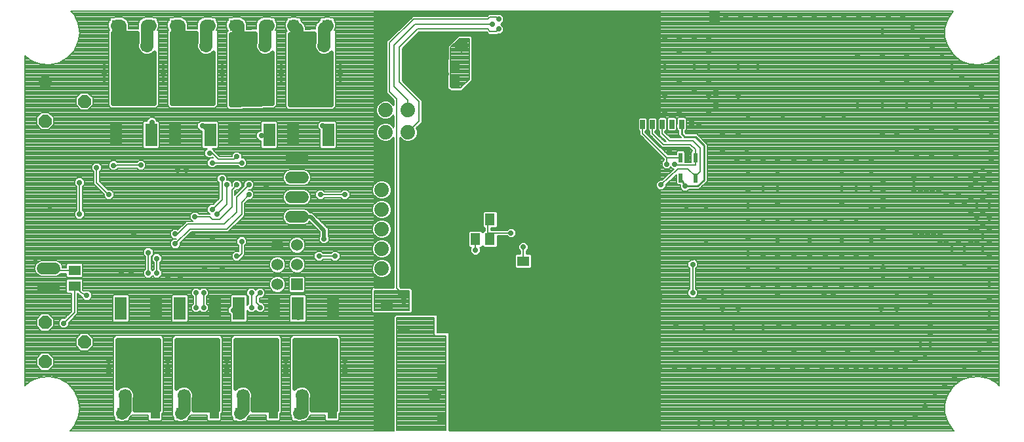
<source format=gbl>
G75*
G70*
%OFA0B0*%
%FSLAX24Y24*%
%IPPOS*%
%LPD*%
%AMOC8*
5,1,8,0,0,1.08239X$1,22.5*
%
%ADD10R,0.0600X0.0600*%
%ADD11C,0.0600*%
%ADD12R,0.0500X0.0579*%
%ADD13R,0.0512X0.0630*%
%ADD14C,0.0669*%
%ADD15C,0.0594*%
%ADD16R,0.0630X0.0512*%
%ADD17OC8,0.0660*%
%ADD18C,0.0740*%
%ADD19R,0.0630X0.1181*%
%ADD20R,0.1900X0.2250*%
%ADD21R,0.2441X0.2126*%
%ADD22R,0.0630X0.0394*%
%ADD23R,0.0256X0.0453*%
%ADD24R,0.0551X0.0669*%
%ADD25R,0.0217X0.0472*%
%ADD26R,0.0512X0.0591*%
%ADD27R,0.0591X0.0512*%
%ADD28C,0.0080*%
%ADD29OC8,0.0278*%
%ADD30C,0.0100*%
%ADD31OC8,0.0357*%
%ADD32C,0.0640*%
%ADD33C,0.0200*%
%ADD34C,0.0160*%
D10*
X019703Y012578D03*
D11*
X018703Y012578D03*
X018703Y013578D03*
X019703Y013578D03*
X019703Y014578D03*
X018703Y014578D03*
D12*
X018486Y006015D03*
X019794Y006015D03*
X021486Y006015D03*
X016794Y006015D03*
X015486Y006015D03*
X013794Y006015D03*
X012486Y006015D03*
X010794Y006015D03*
X010544Y025765D03*
X012236Y025765D03*
X013544Y025765D03*
X015236Y025765D03*
X016544Y025765D03*
X018236Y025765D03*
X019544Y025765D03*
X021236Y025765D03*
D13*
X028766Y015890D03*
X029514Y015890D03*
X029514Y014890D03*
X028766Y014890D03*
D14*
X028079Y006929D03*
X026701Y006929D03*
X021329Y006929D03*
X019951Y006929D03*
X018329Y006929D03*
X016951Y006929D03*
X015329Y006929D03*
X013951Y006929D03*
X012329Y006929D03*
X010951Y006929D03*
X010701Y024726D03*
X012079Y024726D03*
X013701Y024726D03*
X015079Y024726D03*
X016701Y024726D03*
X018079Y024726D03*
X019701Y024726D03*
X021079Y024726D03*
X026701Y024726D03*
X028079Y024726D03*
D15*
X019999Y019015D02*
X019406Y019015D01*
X019406Y018015D02*
X019999Y018015D01*
X019999Y017015D02*
X019406Y017015D01*
X019406Y016015D02*
X019999Y016015D01*
X007374Y013390D02*
X006781Y013390D01*
X006781Y012390D02*
X007374Y012390D01*
D16*
X008390Y012496D03*
X008390Y013284D03*
X031203Y013016D03*
X031203Y013764D03*
D17*
X008890Y009640D03*
X006890Y008640D03*
X006890Y010640D03*
X006890Y020890D03*
X008890Y021890D03*
X006890Y022890D03*
D18*
X024195Y021453D03*
X025335Y021453D03*
X025335Y020328D03*
X024195Y020328D03*
X024015Y018390D03*
X024015Y017390D03*
X024015Y016390D03*
X024015Y015390D03*
X024015Y014390D03*
X024015Y013390D03*
D19*
X021538Y011356D03*
X019742Y011356D03*
X018538Y011356D03*
X016742Y011356D03*
X015538Y011356D03*
X013742Y011356D03*
X012538Y011356D03*
X010742Y011356D03*
X010492Y020174D03*
X012288Y020174D03*
X013492Y020174D03*
X015288Y020174D03*
X016492Y020174D03*
X018288Y020174D03*
X019492Y020174D03*
X021288Y020174D03*
D20*
X020390Y022890D03*
X017390Y022890D03*
X014390Y022890D03*
X011390Y022890D03*
X011640Y008640D03*
X014640Y008640D03*
X017640Y008640D03*
X020640Y008640D03*
D21*
X027999Y011140D03*
D22*
X025125Y010242D03*
X025125Y012038D03*
D23*
X037265Y020734D03*
X037765Y020734D03*
X038265Y020734D03*
X038765Y020734D03*
X039265Y020734D03*
X039765Y020734D03*
X041005Y021589D03*
X041005Y022376D03*
X036025Y022376D03*
X036025Y021589D03*
D24*
X036111Y026140D03*
X040919Y026140D03*
D25*
X039952Y019027D03*
X039578Y019027D03*
X039203Y019027D03*
X039203Y018003D03*
X039952Y018003D03*
D26*
X027725Y022890D03*
X027055Y022890D03*
X027055Y023703D03*
X027725Y023703D03*
X027725Y008015D03*
X027055Y008015D03*
X027055Y005765D03*
X027725Y005765D03*
D27*
X024265Y010805D03*
X024265Y011475D03*
D28*
X008370Y005341D02*
X008174Y005130D01*
X024640Y005130D01*
X024640Y011115D01*
X024612Y011115D01*
X024606Y011109D01*
X023924Y011109D01*
X023918Y011115D01*
X023578Y011115D01*
X023490Y011203D01*
X023490Y012327D01*
X023578Y012415D01*
X024615Y012415D01*
X024615Y020087D01*
X024602Y020056D01*
X024467Y019921D01*
X024290Y019848D01*
X024100Y019848D01*
X023923Y019921D01*
X023788Y020056D01*
X023715Y020232D01*
X023715Y020423D01*
X023788Y020599D01*
X023923Y020734D01*
X024100Y020807D01*
X024290Y020807D01*
X024467Y020734D01*
X024602Y020599D01*
X024615Y020568D01*
X024615Y021212D01*
X024602Y021181D01*
X024467Y021046D01*
X024290Y020973D01*
X024100Y020973D01*
X023923Y021046D01*
X023788Y021181D01*
X023715Y021357D01*
X023715Y021548D01*
X023788Y021724D01*
X023923Y021859D01*
X024100Y021932D01*
X024290Y021932D01*
X024467Y021859D01*
X024602Y021724D01*
X024615Y021693D01*
X024615Y021953D01*
X024328Y022240D01*
X024240Y022328D01*
X024240Y024830D01*
X024238Y024832D01*
X024240Y024892D01*
X024240Y024952D01*
X024242Y024954D01*
X024242Y024956D01*
X024285Y024997D01*
X024328Y025040D01*
X024330Y025040D01*
X024640Y025334D01*
X024640Y026500D01*
X008197Y026500D01*
X008370Y026314D01*
X008370Y026314D01*
X008582Y025873D01*
X008582Y025873D01*
X008655Y025390D01*
X008582Y024907D01*
X008582Y024907D01*
X008370Y024466D01*
X008370Y024466D01*
X008038Y024108D01*
X008038Y024108D01*
X008038Y024108D01*
X007614Y023863D01*
X007614Y023863D01*
X007138Y023755D01*
X007138Y023755D01*
X006650Y023791D01*
X006650Y023791D01*
X006195Y023970D01*
X006195Y023970D01*
X005880Y024221D01*
X005880Y007434D01*
X006195Y007685D01*
X006195Y007685D01*
X006650Y007864D01*
X006650Y007864D01*
X007138Y007900D01*
X007138Y007900D01*
X007614Y007792D01*
X007614Y007792D01*
X008038Y007547D01*
X008038Y007547D01*
X008370Y007189D01*
X008370Y007189D01*
X008582Y006748D01*
X008582Y006748D01*
X008655Y006265D01*
X008582Y005782D01*
X008582Y005782D01*
X008370Y005341D01*
X008370Y005341D01*
X008380Y005361D02*
X024640Y005361D01*
X024640Y005283D02*
X008316Y005283D01*
X008243Y005204D02*
X024640Y005204D01*
X024765Y005204D02*
X027265Y005204D01*
X027265Y005140D02*
X027265Y009967D01*
X026733Y009967D01*
X026669Y010031D01*
X026669Y010890D01*
X024765Y010890D01*
X024765Y005140D01*
X027265Y005140D01*
X027265Y005283D02*
X024765Y005283D01*
X024765Y005361D02*
X027265Y005361D01*
X027265Y005440D02*
X024765Y005440D01*
X024765Y005518D02*
X027265Y005518D01*
X027265Y005597D02*
X024765Y005597D01*
X024765Y005675D02*
X027265Y005675D01*
X027265Y005754D02*
X024765Y005754D01*
X024765Y005832D02*
X027265Y005832D01*
X027265Y005911D02*
X024765Y005911D01*
X024765Y005989D02*
X027265Y005989D01*
X027265Y006068D02*
X024765Y006068D01*
X024765Y006146D02*
X027265Y006146D01*
X027265Y006225D02*
X024765Y006225D01*
X024765Y006303D02*
X027265Y006303D01*
X027265Y006382D02*
X024765Y006382D01*
X024765Y006460D02*
X027265Y006460D01*
X027265Y006539D02*
X024765Y006539D01*
X024765Y006617D02*
X027265Y006617D01*
X027265Y006696D02*
X024765Y006696D01*
X024765Y006774D02*
X027265Y006774D01*
X027265Y006853D02*
X024765Y006853D01*
X024765Y006931D02*
X027265Y006931D01*
X027265Y007010D02*
X024765Y007010D01*
X024765Y007088D02*
X027265Y007088D01*
X027265Y007167D02*
X024765Y007167D01*
X024765Y007245D02*
X027265Y007245D01*
X027265Y007324D02*
X024765Y007324D01*
X024765Y007402D02*
X027265Y007402D01*
X027265Y007481D02*
X024765Y007481D01*
X024765Y007559D02*
X027265Y007559D01*
X027265Y007638D02*
X024765Y007638D01*
X024765Y007716D02*
X027265Y007716D01*
X027265Y007795D02*
X024765Y007795D01*
X024765Y007873D02*
X027265Y007873D01*
X027265Y007952D02*
X024765Y007952D01*
X024765Y008030D02*
X027265Y008030D01*
X027265Y008109D02*
X024765Y008109D01*
X024765Y008187D02*
X027265Y008187D01*
X027265Y008266D02*
X024765Y008266D01*
X024765Y008344D02*
X027265Y008344D01*
X027265Y008423D02*
X024765Y008423D01*
X024765Y008501D02*
X027265Y008501D01*
X027265Y008580D02*
X024765Y008580D01*
X024765Y008658D02*
X027265Y008658D01*
X027265Y008737D02*
X024765Y008737D01*
X024765Y008815D02*
X027265Y008815D01*
X027265Y008894D02*
X024765Y008894D01*
X024765Y008972D02*
X027265Y008972D01*
X027265Y009051D02*
X024765Y009051D01*
X024765Y009129D02*
X027265Y009129D01*
X027265Y009208D02*
X024765Y009208D01*
X024765Y009286D02*
X027265Y009286D01*
X027265Y009365D02*
X024765Y009365D01*
X024765Y009443D02*
X027265Y009443D01*
X027265Y009522D02*
X024765Y009522D01*
X024765Y009600D02*
X027265Y009600D01*
X027265Y009679D02*
X024765Y009679D01*
X024765Y009757D02*
X027265Y009757D01*
X027265Y009836D02*
X024765Y009836D01*
X024765Y009914D02*
X027265Y009914D01*
X027515Y009640D02*
X028890Y009640D01*
X028890Y005140D01*
X027515Y005140D01*
X027515Y009640D01*
X027515Y009600D02*
X028890Y009600D01*
X028890Y009522D02*
X027515Y009522D01*
X027515Y009443D02*
X028890Y009443D01*
X028890Y009365D02*
X027515Y009365D01*
X027515Y009286D02*
X028890Y009286D01*
X028890Y009208D02*
X027515Y009208D01*
X027515Y009129D02*
X028890Y009129D01*
X028890Y009051D02*
X027515Y009051D01*
X027515Y008972D02*
X028890Y008972D01*
X028890Y008894D02*
X027515Y008894D01*
X027515Y008815D02*
X028890Y008815D01*
X028890Y008737D02*
X027515Y008737D01*
X027515Y008658D02*
X028890Y008658D01*
X028890Y008580D02*
X027515Y008580D01*
X027515Y008501D02*
X028890Y008501D01*
X028890Y008423D02*
X027515Y008423D01*
X027515Y008344D02*
X028890Y008344D01*
X028890Y008266D02*
X027515Y008266D01*
X027515Y008187D02*
X028890Y008187D01*
X028890Y008109D02*
X027515Y008109D01*
X027515Y008030D02*
X028890Y008030D01*
X028890Y007952D02*
X027515Y007952D01*
X027515Y007873D02*
X028890Y007873D01*
X028890Y007795D02*
X027515Y007795D01*
X027515Y007716D02*
X028890Y007716D01*
X028890Y007638D02*
X027515Y007638D01*
X027515Y007559D02*
X028890Y007559D01*
X028890Y007481D02*
X027515Y007481D01*
X027515Y007402D02*
X028890Y007402D01*
X028890Y007324D02*
X027515Y007324D01*
X027515Y007245D02*
X028890Y007245D01*
X028890Y007167D02*
X027515Y007167D01*
X027515Y007088D02*
X028890Y007088D01*
X028890Y007010D02*
X027515Y007010D01*
X027515Y006931D02*
X028890Y006931D01*
X028890Y006853D02*
X027515Y006853D01*
X027515Y006774D02*
X028890Y006774D01*
X028890Y006696D02*
X027515Y006696D01*
X027515Y006617D02*
X028890Y006617D01*
X028890Y006539D02*
X027515Y006539D01*
X027515Y006460D02*
X028890Y006460D01*
X028890Y006382D02*
X027515Y006382D01*
X027515Y006303D02*
X028890Y006303D01*
X028890Y006225D02*
X027515Y006225D01*
X027515Y006146D02*
X028890Y006146D01*
X028890Y006068D02*
X027515Y006068D01*
X027515Y005989D02*
X028890Y005989D01*
X028890Y005911D02*
X027515Y005911D01*
X027515Y005832D02*
X028890Y005832D01*
X028890Y005754D02*
X027515Y005754D01*
X027515Y005675D02*
X028890Y005675D01*
X028890Y005597D02*
X027515Y005597D01*
X027515Y005518D02*
X028890Y005518D01*
X028890Y005440D02*
X027515Y005440D01*
X027515Y005361D02*
X028890Y005361D01*
X028890Y005283D02*
X027515Y005283D01*
X027515Y005204D02*
X028890Y005204D01*
X024640Y005440D02*
X008417Y005440D01*
X008455Y005518D02*
X024640Y005518D01*
X024640Y005597D02*
X019893Y005597D01*
X019986Y005616D02*
X019797Y005577D01*
X019629Y005609D01*
X019618Y005616D01*
X019498Y005616D01*
X019434Y005680D01*
X019434Y005780D01*
X019390Y005844D01*
X019355Y006012D01*
X019368Y006076D01*
X019368Y006227D01*
X019368Y009678D01*
X019368Y009852D01*
X019491Y009975D01*
X021789Y009975D01*
X021912Y009852D01*
X021912Y006053D01*
X021846Y005987D01*
X021846Y005680D01*
X021782Y005616D01*
X021191Y005616D01*
X021126Y005680D01*
X021126Y005930D01*
X020368Y005930D01*
X020365Y005923D01*
X020357Y005883D01*
X020333Y005845D01*
X020316Y005804D01*
X020286Y005774D01*
X020263Y005740D01*
X020226Y005715D01*
X020195Y005683D01*
X020156Y005667D01*
X020122Y005644D01*
X020116Y005642D01*
X020089Y005616D01*
X019986Y005616D01*
X020175Y005675D02*
X021132Y005675D01*
X021126Y005754D02*
X020272Y005754D01*
X020327Y005832D02*
X021126Y005832D01*
X021126Y005911D02*
X020363Y005911D01*
X019693Y005597D02*
X016907Y005597D01*
X016879Y005585D02*
X016953Y005616D01*
X017089Y005616D01*
X017154Y005680D01*
X017154Y005767D01*
X017195Y005808D01*
X017316Y005929D01*
X017316Y005930D01*
X018126Y005930D01*
X018126Y005680D01*
X018191Y005616D01*
X018782Y005616D01*
X018846Y005680D01*
X018846Y005987D01*
X018912Y006053D01*
X018912Y009852D01*
X018789Y009975D01*
X016491Y009975D01*
X016368Y009852D01*
X016368Y006110D01*
X016364Y006101D01*
X016364Y005929D01*
X016429Y005771D01*
X016434Y005767D01*
X016434Y005680D01*
X016498Y005616D01*
X016634Y005616D01*
X016708Y005585D01*
X016879Y005585D01*
X016680Y005597D02*
X013907Y005597D01*
X013879Y005585D02*
X013953Y005616D01*
X014089Y005616D01*
X014154Y005680D01*
X014154Y005767D01*
X014195Y005808D01*
X014316Y005929D01*
X014316Y005930D01*
X015126Y005930D01*
X015126Y005680D01*
X015191Y005616D01*
X015782Y005616D01*
X015846Y005680D01*
X015846Y005987D01*
X015912Y006053D01*
X015912Y009852D01*
X015789Y009975D01*
X013491Y009975D01*
X013368Y009852D01*
X013368Y006110D01*
X013364Y006101D01*
X013364Y005929D01*
X013429Y005771D01*
X013434Y005767D01*
X013434Y005680D01*
X013498Y005616D01*
X013634Y005616D01*
X013708Y005585D01*
X013879Y005585D01*
X013680Y005597D02*
X010907Y005597D01*
X010879Y005585D02*
X010953Y005616D01*
X011089Y005616D01*
X011154Y005680D01*
X011154Y005767D01*
X011195Y005808D01*
X011316Y005929D01*
X011316Y005930D01*
X012126Y005930D01*
X012126Y005680D01*
X012191Y005616D01*
X012782Y005616D01*
X012846Y005680D01*
X012846Y005987D01*
X012912Y006053D01*
X012912Y009852D01*
X012789Y009975D01*
X010491Y009975D01*
X010368Y009852D01*
X010368Y006110D01*
X010364Y006101D01*
X010364Y005929D01*
X010429Y005771D01*
X010434Y005767D01*
X010434Y005680D01*
X010498Y005616D01*
X010634Y005616D01*
X010708Y005585D01*
X010879Y005585D01*
X010680Y005597D02*
X008493Y005597D01*
X008531Y005675D02*
X010439Y005675D01*
X010434Y005754D02*
X008569Y005754D01*
X008590Y005832D02*
X010404Y005832D01*
X010371Y005911D02*
X008602Y005911D01*
X008613Y005989D02*
X010364Y005989D01*
X010364Y006068D02*
X008625Y006068D01*
X008637Y006146D02*
X010368Y006146D01*
X010368Y006225D02*
X008649Y006225D01*
X008649Y006303D02*
X010368Y006303D01*
X010368Y006382D02*
X008637Y006382D01*
X008626Y006460D02*
X010368Y006460D01*
X010368Y006539D02*
X008614Y006539D01*
X008602Y006617D02*
X010368Y006617D01*
X010368Y006696D02*
X008590Y006696D01*
X008570Y006774D02*
X010368Y006774D01*
X010368Y006853D02*
X008532Y006853D01*
X008494Y006931D02*
X010368Y006931D01*
X010368Y007010D02*
X008456Y007010D01*
X008419Y007088D02*
X010368Y007088D01*
X010368Y007167D02*
X008381Y007167D01*
X008318Y007245D02*
X010368Y007245D01*
X010368Y007324D02*
X008245Y007324D01*
X008172Y007402D02*
X010368Y007402D01*
X010368Y007481D02*
X008099Y007481D01*
X008017Y007559D02*
X010368Y007559D01*
X010368Y007638D02*
X007881Y007638D01*
X007745Y007716D02*
X010368Y007716D01*
X010368Y007795D02*
X007602Y007795D01*
X007258Y007873D02*
X010368Y007873D01*
X010368Y007952D02*
X005880Y007952D01*
X005880Y008030D02*
X010368Y008030D01*
X010368Y008109D02*
X005880Y008109D01*
X005880Y008187D02*
X010368Y008187D01*
X010368Y008266D02*
X007138Y008266D01*
X007072Y008200D02*
X007330Y008458D01*
X007330Y008822D01*
X007072Y009080D01*
X006708Y009080D01*
X006450Y008822D01*
X006450Y008458D01*
X006708Y008200D01*
X007072Y008200D01*
X007216Y008344D02*
X010368Y008344D01*
X010368Y008423D02*
X007295Y008423D01*
X007330Y008501D02*
X010368Y008501D01*
X010368Y008580D02*
X007330Y008580D01*
X007330Y008658D02*
X010368Y008658D01*
X010368Y008737D02*
X007330Y008737D01*
X007330Y008815D02*
X010368Y008815D01*
X010368Y008894D02*
X007259Y008894D01*
X007180Y008972D02*
X010368Y008972D01*
X010368Y009051D02*
X007102Y009051D01*
X006678Y009051D02*
X005880Y009051D01*
X005880Y009129D02*
X010368Y009129D01*
X010368Y009208D02*
X009080Y009208D01*
X009072Y009200D02*
X009330Y009458D01*
X009330Y009822D01*
X009072Y010080D01*
X008708Y010080D01*
X008450Y009822D01*
X008450Y009458D01*
X008708Y009200D01*
X009072Y009200D01*
X009158Y009286D02*
X010368Y009286D01*
X010368Y009365D02*
X009237Y009365D01*
X009315Y009443D02*
X010368Y009443D01*
X010368Y009522D02*
X009330Y009522D01*
X009330Y009600D02*
X010368Y009600D01*
X010368Y009679D02*
X009330Y009679D01*
X009330Y009757D02*
X010368Y009757D01*
X010368Y009836D02*
X009317Y009836D01*
X009238Y009914D02*
X010430Y009914D01*
X010382Y010655D02*
X011103Y010655D01*
X011167Y010719D01*
X011167Y011992D01*
X011103Y012056D01*
X010382Y012056D01*
X010317Y011992D01*
X010317Y010719D01*
X010382Y010655D01*
X010338Y010699D02*
X008161Y010699D01*
X008087Y010624D02*
X008540Y011078D01*
X008540Y012130D01*
X008544Y012130D01*
X008617Y012057D01*
X008627Y012030D01*
X008659Y012015D01*
X008684Y011990D01*
X008713Y011990D01*
X008766Y011965D01*
X008766Y011912D01*
X008912Y011766D01*
X009118Y011766D01*
X009264Y011912D01*
X009264Y012118D01*
X009118Y012264D01*
X008912Y012264D01*
X008888Y012240D01*
X008834Y012265D01*
X008815Y012283D01*
X008815Y012798D01*
X008751Y012862D01*
X008029Y012862D01*
X007965Y012798D01*
X007965Y012195D01*
X008029Y012130D01*
X008240Y012130D01*
X008240Y011202D01*
X007874Y010837D01*
X007734Y010837D01*
X007588Y010691D01*
X007588Y010484D01*
X007734Y010338D01*
X007941Y010338D01*
X008087Y010484D01*
X008087Y010624D01*
X008087Y010621D02*
X024640Y010621D01*
X024640Y010699D02*
X020147Y010699D01*
X020167Y010719D02*
X020103Y010655D01*
X019882Y010655D01*
X019868Y010641D01*
X019662Y010641D01*
X019648Y010655D01*
X019382Y010655D01*
X019317Y010719D01*
X019317Y011992D01*
X019382Y012056D01*
X020103Y012056D01*
X020167Y011992D01*
X020167Y010719D01*
X020167Y010778D02*
X024640Y010778D01*
X024640Y010856D02*
X020167Y010856D01*
X020167Y010935D02*
X024640Y010935D01*
X024640Y011013D02*
X020167Y011013D01*
X020167Y011092D02*
X024640Y011092D01*
X024765Y010856D02*
X026669Y010856D01*
X026669Y010778D02*
X024765Y010778D01*
X024765Y010699D02*
X026669Y010699D01*
X026669Y010621D02*
X024765Y010621D01*
X024765Y010542D02*
X026669Y010542D01*
X026669Y010464D02*
X024765Y010464D01*
X024765Y010385D02*
X026669Y010385D01*
X026669Y010307D02*
X024765Y010307D01*
X024765Y010228D02*
X026669Y010228D01*
X026669Y010150D02*
X024765Y010150D01*
X024765Y010071D02*
X026669Y010071D01*
X026708Y009993D02*
X024765Y009993D01*
X024640Y009993D02*
X009160Y009993D01*
X009081Y010071D02*
X024640Y010071D01*
X024640Y010150D02*
X005880Y010150D01*
X005880Y010228D02*
X006680Y010228D01*
X006708Y010200D02*
X007072Y010200D01*
X007330Y010458D01*
X007330Y010822D01*
X007072Y011080D01*
X006708Y011080D01*
X006450Y010822D01*
X006450Y010458D01*
X006708Y010200D01*
X006601Y010307D02*
X005880Y010307D01*
X005880Y010385D02*
X006523Y010385D01*
X006450Y010464D02*
X005880Y010464D01*
X005880Y010542D02*
X006450Y010542D01*
X006450Y010621D02*
X005880Y010621D01*
X005880Y010699D02*
X006450Y010699D01*
X006450Y010778D02*
X005880Y010778D01*
X005880Y010856D02*
X006484Y010856D01*
X006562Y010935D02*
X005880Y010935D01*
X005880Y011013D02*
X006641Y011013D01*
X007139Y011013D02*
X008051Y011013D01*
X008129Y011092D02*
X005880Y011092D01*
X005880Y011170D02*
X008208Y011170D01*
X008240Y011249D02*
X005880Y011249D01*
X005880Y011327D02*
X008240Y011327D01*
X008240Y011406D02*
X005880Y011406D01*
X005880Y011484D02*
X008240Y011484D01*
X008240Y011563D02*
X005880Y011563D01*
X005880Y011641D02*
X008240Y011641D01*
X008240Y011720D02*
X005880Y011720D01*
X005880Y011798D02*
X008240Y011798D01*
X008240Y011877D02*
X005880Y011877D01*
X005880Y011955D02*
X008240Y011955D01*
X008240Y012034D02*
X005880Y012034D01*
X005880Y012112D02*
X008240Y012112D01*
X007969Y012191D02*
X005880Y012191D01*
X005880Y012269D02*
X007965Y012269D01*
X007965Y012348D02*
X005880Y012348D01*
X005880Y012426D02*
X007965Y012426D01*
X007965Y012505D02*
X005880Y012505D01*
X005880Y012583D02*
X007965Y012583D01*
X007965Y012662D02*
X005880Y012662D01*
X005880Y012740D02*
X007965Y012740D01*
X007986Y012819D02*
X005880Y012819D01*
X005880Y012897D02*
X012031Y012897D01*
X012037Y012891D02*
X012243Y012891D01*
X012359Y013007D01*
X012474Y012891D01*
X012681Y012891D01*
X012827Y013037D01*
X012827Y013243D01*
X012727Y013342D01*
X012727Y013688D01*
X012827Y013787D01*
X012827Y013993D01*
X012681Y014139D01*
X012474Y014139D01*
X012328Y013993D01*
X012328Y013787D01*
X012428Y013688D01*
X012428Y013342D01*
X012359Y013273D01*
X012290Y013342D01*
X012290Y014000D01*
X012389Y014099D01*
X012389Y014306D01*
X012243Y014452D01*
X012037Y014452D01*
X011891Y014306D01*
X011891Y014099D01*
X011990Y014000D01*
X011990Y013342D01*
X011891Y013243D01*
X011891Y013037D01*
X012037Y012891D01*
X011952Y012976D02*
X008808Y012976D01*
X008815Y012982D02*
X008815Y013585D01*
X008751Y013650D01*
X008029Y013650D01*
X007965Y013585D01*
X007965Y013434D01*
X007781Y013434D01*
X007781Y013471D01*
X007719Y013620D01*
X007605Y013735D01*
X007455Y013797D01*
X006700Y013797D01*
X006550Y013735D01*
X006436Y013620D01*
X006374Y013471D01*
X006374Y013309D01*
X006436Y013160D01*
X006550Y013045D01*
X006700Y012983D01*
X007455Y012983D01*
X007605Y013045D01*
X007693Y013134D01*
X007965Y013134D01*
X007965Y012982D01*
X008029Y012918D01*
X008751Y012918D01*
X008815Y012982D01*
X008815Y013054D02*
X011891Y013054D01*
X011891Y013133D02*
X008815Y013133D01*
X008815Y013211D02*
X011891Y013211D01*
X011937Y013290D02*
X008815Y013290D01*
X008815Y013368D02*
X011990Y013368D01*
X011990Y013447D02*
X008815Y013447D01*
X008815Y013525D02*
X011990Y013525D01*
X011990Y013604D02*
X008797Y013604D01*
X008390Y013284D02*
X006996Y013284D01*
X007078Y013390D01*
X007543Y013761D02*
X011990Y013761D01*
X011990Y013839D02*
X005880Y013839D01*
X005880Y013761D02*
X006612Y013761D01*
X006497Y013682D02*
X005880Y013682D01*
X005880Y013604D02*
X006429Y013604D01*
X006396Y013525D02*
X005880Y013525D01*
X005880Y013447D02*
X006374Y013447D01*
X006374Y013368D02*
X005880Y013368D01*
X005880Y013290D02*
X006382Y013290D01*
X006414Y013211D02*
X005880Y013211D01*
X005880Y013133D02*
X006463Y013133D01*
X006541Y013054D02*
X005880Y013054D01*
X005880Y012976D02*
X007972Y012976D01*
X007965Y013054D02*
X007614Y013054D01*
X007692Y013133D02*
X007965Y013133D01*
X007965Y013447D02*
X007781Y013447D01*
X007759Y013525D02*
X007965Y013525D01*
X007983Y013604D02*
X007726Y013604D01*
X007658Y013682D02*
X011990Y013682D01*
X011990Y013918D02*
X005880Y013918D01*
X005880Y013996D02*
X011990Y013996D01*
X011916Y014075D02*
X005880Y014075D01*
X005880Y014153D02*
X011891Y014153D01*
X011891Y014232D02*
X005880Y014232D01*
X005880Y014310D02*
X011895Y014310D01*
X011974Y014389D02*
X005880Y014389D01*
X005880Y014467D02*
X013336Y014467D01*
X013266Y014537D02*
X013412Y014391D01*
X013618Y014391D01*
X013764Y014537D01*
X013764Y014677D01*
X014327Y015240D01*
X016202Y015240D01*
X016952Y015990D01*
X017040Y016078D01*
X017040Y016703D01*
X017228Y016891D01*
X017368Y016891D01*
X017514Y017037D01*
X017514Y017243D01*
X017368Y017389D01*
X017226Y017389D01*
X017228Y017391D01*
X017368Y017391D01*
X017514Y017537D01*
X017514Y017743D01*
X017368Y017889D01*
X017162Y017889D01*
X017016Y017743D01*
X017016Y017603D01*
X016540Y017127D01*
X016540Y017328D01*
X016603Y017391D01*
X016743Y017391D01*
X016889Y017537D01*
X016889Y017743D01*
X016743Y017889D01*
X016537Y017889D01*
X016391Y017743D01*
X016391Y017603D01*
X016389Y017601D01*
X016389Y017743D01*
X016243Y017889D01*
X016139Y017889D01*
X016139Y018056D01*
X015993Y018202D01*
X015787Y018202D01*
X015641Y018056D01*
X015641Y017849D01*
X015740Y017750D01*
X015740Y016952D01*
X015427Y016639D01*
X015287Y016639D01*
X015141Y016493D01*
X015141Y016287D01*
X015263Y016165D01*
X014717Y016165D01*
X014618Y016264D01*
X014412Y016264D01*
X014266Y016118D01*
X014266Y015912D01*
X014388Y015790D01*
X014078Y015790D01*
X013990Y015702D01*
X013648Y015360D01*
X013618Y015389D01*
X013412Y015389D01*
X013266Y015243D01*
X013266Y015037D01*
X013412Y014891D01*
X013554Y014891D01*
X013552Y014889D01*
X013412Y014889D01*
X013266Y014743D01*
X013266Y014537D01*
X013266Y014546D02*
X005880Y014546D01*
X005880Y014624D02*
X013266Y014624D01*
X013266Y014703D02*
X005880Y014703D01*
X005880Y014781D02*
X013304Y014781D01*
X013382Y014860D02*
X005880Y014860D01*
X005880Y014938D02*
X013365Y014938D01*
X013286Y015017D02*
X005880Y015017D01*
X005880Y015095D02*
X013266Y015095D01*
X013266Y015174D02*
X005880Y015174D01*
X005880Y015252D02*
X013275Y015252D01*
X013353Y015331D02*
X005880Y015331D01*
X005880Y015409D02*
X013697Y015409D01*
X013775Y015488D02*
X005880Y015488D01*
X005880Y015566D02*
X013854Y015566D01*
X013932Y015645D02*
X005880Y015645D01*
X005880Y015723D02*
X014011Y015723D01*
X014140Y015640D02*
X016015Y015640D01*
X016640Y016265D01*
X016640Y017015D01*
X017265Y017640D01*
X017427Y017450D02*
X023535Y017450D01*
X023535Y017485D02*
X023535Y017295D01*
X023608Y017118D01*
X023743Y016983D01*
X023920Y016910D01*
X024110Y016910D01*
X024287Y016983D01*
X024422Y017118D01*
X024495Y017295D01*
X024495Y017485D01*
X024422Y017662D01*
X024287Y017797D01*
X024110Y017870D01*
X023920Y017870D01*
X023743Y017797D01*
X023608Y017662D01*
X023535Y017485D01*
X023553Y017529D02*
X017506Y017529D01*
X017514Y017607D02*
X023585Y017607D01*
X023632Y017686D02*
X020245Y017686D01*
X020230Y017670D02*
X020344Y017785D01*
X020406Y017934D01*
X020406Y018096D01*
X020344Y018245D01*
X020230Y018360D01*
X020080Y018422D01*
X019325Y018422D01*
X019175Y018360D01*
X019061Y018245D01*
X018999Y018096D01*
X018999Y017934D01*
X019061Y017785D01*
X019175Y017670D01*
X019325Y017608D01*
X020080Y017608D01*
X020230Y017670D01*
X020324Y017764D02*
X023710Y017764D01*
X023853Y017843D02*
X020368Y017843D01*
X020401Y017921D02*
X024615Y017921D01*
X024615Y017843D02*
X024177Y017843D01*
X024320Y017764D02*
X024615Y017764D01*
X024615Y017686D02*
X024398Y017686D01*
X024445Y017607D02*
X024615Y017607D01*
X024615Y017529D02*
X024477Y017529D01*
X024495Y017450D02*
X024615Y017450D01*
X024615Y017372D02*
X024495Y017372D01*
X024494Y017293D02*
X024615Y017293D01*
X024615Y017215D02*
X024462Y017215D01*
X024429Y017136D02*
X024615Y017136D01*
X024615Y017058D02*
X024361Y017058D01*
X024277Y016979D02*
X024615Y016979D01*
X024615Y016901D02*
X022253Y016901D01*
X022243Y016891D02*
X022389Y017037D01*
X022389Y017243D01*
X022243Y017389D01*
X022037Y017389D01*
X021938Y017290D01*
X021092Y017290D01*
X020993Y017389D01*
X020787Y017389D01*
X020641Y017243D01*
X020641Y017037D01*
X020787Y016891D01*
X020993Y016891D01*
X021092Y016990D01*
X021938Y016990D01*
X022037Y016891D01*
X022243Y016891D01*
X022331Y016979D02*
X023753Y016979D01*
X023669Y017058D02*
X022389Y017058D01*
X022389Y017136D02*
X023601Y017136D01*
X023568Y017215D02*
X022389Y017215D01*
X022339Y017293D02*
X023536Y017293D01*
X023535Y017372D02*
X022261Y017372D01*
X022019Y017372D02*
X021011Y017372D01*
X021089Y017293D02*
X021941Y017293D01*
X022140Y017140D02*
X020890Y017140D01*
X020641Y017136D02*
X020390Y017136D01*
X020406Y017096D02*
X020344Y017245D01*
X020230Y017360D01*
X020080Y017422D01*
X019325Y017422D01*
X019175Y017360D01*
X019061Y017245D01*
X018999Y017096D01*
X018999Y016934D01*
X019061Y016785D01*
X019175Y016670D01*
X019325Y016608D01*
X020080Y016608D01*
X020230Y016670D01*
X020344Y016785D01*
X020406Y016934D01*
X020406Y017096D01*
X020406Y017058D02*
X020641Y017058D01*
X020699Y016979D02*
X020406Y016979D01*
X020392Y016901D02*
X020777Y016901D01*
X021003Y016901D02*
X022027Y016901D01*
X021949Y016979D02*
X021081Y016979D01*
X020641Y017215D02*
X020357Y017215D01*
X020297Y017293D02*
X020691Y017293D01*
X020769Y017372D02*
X020202Y017372D01*
X020360Y016822D02*
X023804Y016822D01*
X023743Y016797D02*
X023608Y016662D01*
X023535Y016485D01*
X023535Y016295D01*
X023608Y016118D01*
X023743Y015983D01*
X023920Y015910D01*
X024110Y015910D01*
X024287Y015983D01*
X024422Y016118D01*
X024495Y016295D01*
X024495Y016485D01*
X024422Y016662D01*
X024287Y016797D01*
X024110Y016870D01*
X023920Y016870D01*
X023743Y016797D01*
X023690Y016744D02*
X020303Y016744D01*
X020218Y016665D02*
X023611Y016665D01*
X023577Y016587D02*
X017040Y016587D01*
X017040Y016665D02*
X019187Y016665D01*
X019102Y016744D02*
X017081Y016744D01*
X017159Y016822D02*
X019045Y016822D01*
X019013Y016901D02*
X017378Y016901D01*
X017456Y016979D02*
X018999Y016979D01*
X018999Y017058D02*
X017514Y017058D01*
X017514Y017136D02*
X019015Y017136D01*
X019048Y017215D02*
X017514Y017215D01*
X017464Y017293D02*
X019108Y017293D01*
X019203Y017372D02*
X017386Y017372D01*
X017265Y017140D02*
X016890Y016765D01*
X016890Y016140D01*
X016140Y015390D01*
X014265Y015390D01*
X013515Y014640D01*
X013694Y014467D02*
X016740Y014467D01*
X016740Y014389D02*
X012306Y014389D01*
X012385Y014310D02*
X016740Y014310D01*
X016740Y014264D02*
X016537Y014264D01*
X016391Y014118D01*
X016391Y013912D01*
X016537Y013766D01*
X016743Y013766D01*
X016889Y013912D01*
X016889Y013927D01*
X017040Y014078D01*
X017040Y014202D01*
X017040Y014563D01*
X017139Y014662D01*
X017139Y014868D01*
X016993Y015014D01*
X016787Y015014D01*
X016641Y014868D01*
X016641Y014662D01*
X016740Y014563D01*
X016740Y014264D01*
X016890Y014140D02*
X016765Y014015D01*
X016640Y014015D01*
X016816Y013839D02*
X018384Y013839D01*
X018355Y013810D02*
X018293Y013659D01*
X018293Y013496D01*
X018355Y013345D01*
X018470Y013230D01*
X018621Y013168D01*
X018784Y013168D01*
X018935Y013230D01*
X019050Y013345D01*
X019112Y013496D01*
X019112Y013659D01*
X019050Y013810D01*
X018935Y013925D01*
X018784Y013987D01*
X018621Y013987D01*
X018470Y013925D01*
X018355Y013810D01*
X018335Y013761D02*
X012800Y013761D01*
X012827Y013839D02*
X016464Y013839D01*
X016391Y013918D02*
X012827Y013918D01*
X012824Y013996D02*
X016391Y013996D01*
X016391Y014075D02*
X012745Y014075D01*
X012578Y013890D02*
X012578Y013140D01*
X012827Y013133D02*
X023602Y013133D01*
X023608Y013118D02*
X023743Y012983D01*
X023920Y012910D01*
X024110Y012910D01*
X024287Y012983D01*
X024422Y013118D01*
X024495Y013295D01*
X024495Y013485D01*
X024422Y013662D01*
X024287Y013797D01*
X024110Y013870D01*
X023920Y013870D01*
X023743Y013797D01*
X023608Y013662D01*
X023535Y013485D01*
X023535Y013295D01*
X023608Y013118D01*
X023672Y013054D02*
X012827Y013054D01*
X012765Y012976D02*
X018592Y012976D01*
X018621Y012987D02*
X018470Y012925D01*
X018355Y012810D01*
X018293Y012659D01*
X018293Y012496D01*
X018355Y012345D01*
X018470Y012230D01*
X018621Y012168D01*
X018784Y012168D01*
X018935Y012230D01*
X019050Y012345D01*
X019112Y012496D01*
X019112Y012659D01*
X019050Y012810D01*
X018935Y012925D01*
X018784Y012987D01*
X018621Y012987D01*
X018813Y012976D02*
X019345Y012976D01*
X019357Y012987D02*
X019293Y012923D01*
X019293Y012232D01*
X019357Y012168D01*
X020048Y012168D01*
X020112Y012232D01*
X020112Y012923D01*
X020048Y012987D01*
X019357Y012987D01*
X019293Y012897D02*
X018963Y012897D01*
X019041Y012819D02*
X019293Y012819D01*
X019293Y012740D02*
X019079Y012740D01*
X019111Y012662D02*
X019293Y012662D01*
X019293Y012583D02*
X019112Y012583D01*
X019112Y012505D02*
X019293Y012505D01*
X019293Y012426D02*
X019084Y012426D01*
X019051Y012348D02*
X019293Y012348D01*
X019293Y012269D02*
X018974Y012269D01*
X018840Y012191D02*
X019334Y012191D01*
X019359Y012034D02*
X018067Y012034D01*
X018070Y012037D02*
X018070Y012243D01*
X017924Y012389D01*
X017718Y012389D01*
X017603Y012274D01*
X017488Y012389D01*
X017282Y012389D01*
X017136Y012243D01*
X017136Y012037D01*
X017235Y011938D01*
X017235Y011592D01*
X017167Y011525D01*
X017167Y011992D01*
X017103Y012056D01*
X016382Y012056D01*
X016317Y011992D01*
X016317Y011483D01*
X016202Y011368D01*
X016202Y011162D01*
X016317Y011047D01*
X016317Y010719D01*
X016382Y010655D01*
X017103Y010655D01*
X017167Y010719D01*
X017167Y011255D01*
X017282Y011141D01*
X017488Y011141D01*
X017603Y011256D01*
X017718Y011141D01*
X017924Y011141D01*
X018070Y011287D01*
X018070Y011493D01*
X017924Y011639D01*
X017853Y011639D01*
X017790Y011702D01*
X017790Y011891D01*
X017924Y011891D01*
X018070Y012037D01*
X018070Y012112D02*
X023490Y012112D01*
X023490Y012034D02*
X020125Y012034D01*
X020167Y011955D02*
X023490Y011955D01*
X023490Y011877D02*
X020167Y011877D01*
X020167Y011798D02*
X023490Y011798D01*
X023490Y011720D02*
X020167Y011720D01*
X020167Y011641D02*
X023490Y011641D01*
X023490Y011563D02*
X020167Y011563D01*
X020167Y011484D02*
X023490Y011484D01*
X023490Y011406D02*
X020167Y011406D01*
X020167Y011327D02*
X023490Y011327D01*
X023490Y011249D02*
X020167Y011249D01*
X020167Y011170D02*
X023523Y011170D01*
X023640Y011265D02*
X023640Y012265D01*
X025390Y012265D01*
X025390Y011265D01*
X023640Y011265D01*
X023640Y011327D02*
X025390Y011327D01*
X025390Y011406D02*
X023640Y011406D01*
X023640Y011484D02*
X025390Y011484D01*
X025390Y011563D02*
X023640Y011563D01*
X023640Y011641D02*
X025390Y011641D01*
X025390Y011720D02*
X023640Y011720D01*
X023640Y011798D02*
X025390Y011798D01*
X025390Y011877D02*
X023640Y011877D01*
X023640Y011955D02*
X025390Y011955D01*
X025390Y012034D02*
X023640Y012034D01*
X023640Y012112D02*
X025390Y012112D01*
X025390Y012191D02*
X023640Y012191D01*
X023490Y012191D02*
X020071Y012191D01*
X020112Y012269D02*
X023490Y012269D01*
X023510Y012348D02*
X020112Y012348D01*
X020112Y012426D02*
X024615Y012426D01*
X024615Y012505D02*
X020112Y012505D01*
X020112Y012583D02*
X024615Y012583D01*
X024615Y012662D02*
X020112Y012662D01*
X020112Y012740D02*
X024615Y012740D01*
X024615Y012819D02*
X020112Y012819D01*
X020112Y012897D02*
X024615Y012897D01*
X024615Y012976D02*
X024269Y012976D01*
X024358Y013054D02*
X024615Y013054D01*
X024615Y013133D02*
X024428Y013133D01*
X024460Y013211D02*
X024615Y013211D01*
X024615Y013290D02*
X024493Y013290D01*
X024495Y013368D02*
X024615Y013368D01*
X024615Y013447D02*
X024495Y013447D01*
X024479Y013525D02*
X024615Y013525D01*
X024615Y013604D02*
X024446Y013604D01*
X024402Y013682D02*
X024615Y013682D01*
X024615Y013761D02*
X024323Y013761D01*
X024185Y013839D02*
X024615Y013839D01*
X024615Y013918D02*
X024129Y013918D01*
X024110Y013910D02*
X024287Y013983D01*
X024422Y014118D01*
X024495Y014295D01*
X024495Y014485D01*
X024422Y014662D01*
X024287Y014797D01*
X024110Y014870D01*
X023920Y014870D01*
X023743Y014797D01*
X023608Y014662D01*
X023535Y014485D01*
X023535Y014295D01*
X023608Y014118D01*
X023743Y013983D01*
X023920Y013910D01*
X024110Y013910D01*
X024300Y013996D02*
X024615Y013996D01*
X024615Y014075D02*
X024378Y014075D01*
X024436Y014153D02*
X024615Y014153D01*
X024615Y014232D02*
X024469Y014232D01*
X024495Y014310D02*
X024615Y014310D01*
X024615Y014389D02*
X024495Y014389D01*
X024495Y014467D02*
X024615Y014467D01*
X024615Y014546D02*
X024470Y014546D01*
X024438Y014624D02*
X024615Y014624D01*
X024615Y014703D02*
X024381Y014703D01*
X024303Y014781D02*
X024615Y014781D01*
X024615Y014860D02*
X024136Y014860D01*
X024110Y014910D02*
X023920Y014910D01*
X023743Y014983D01*
X023608Y015118D01*
X023535Y015295D01*
X023535Y015485D01*
X023608Y015662D01*
X023743Y015797D01*
X023920Y015870D01*
X024110Y015870D01*
X024287Y015797D01*
X024422Y015662D01*
X024495Y015485D01*
X024495Y015295D01*
X024422Y015118D01*
X024287Y014983D01*
X024110Y014910D01*
X024178Y014938D02*
X024615Y014938D01*
X024615Y015017D02*
X024320Y015017D01*
X024399Y015095D02*
X024615Y015095D01*
X024615Y015174D02*
X024445Y015174D01*
X024477Y015252D02*
X024615Y015252D01*
X024615Y015331D02*
X024495Y015331D01*
X024495Y015409D02*
X024615Y015409D01*
X024615Y015488D02*
X024494Y015488D01*
X024462Y015566D02*
X024615Y015566D01*
X024615Y015645D02*
X024429Y015645D01*
X024361Y015723D02*
X024615Y015723D01*
X024615Y015802D02*
X024276Y015802D01*
X024228Y015959D02*
X024615Y015959D01*
X024615Y016037D02*
X024341Y016037D01*
X024419Y016116D02*
X024615Y016116D01*
X024615Y016194D02*
X024453Y016194D01*
X024486Y016273D02*
X024615Y016273D01*
X024615Y016351D02*
X024495Y016351D01*
X024495Y016430D02*
X024615Y016430D01*
X024615Y016508D02*
X024486Y016508D01*
X024453Y016587D02*
X024615Y016587D01*
X024615Y016665D02*
X024419Y016665D01*
X024340Y016744D02*
X024615Y016744D01*
X024615Y016822D02*
X024226Y016822D01*
X023544Y016508D02*
X017040Y016508D01*
X017040Y016430D02*
X023535Y016430D01*
X023535Y016351D02*
X020239Y016351D01*
X020230Y016360D02*
X020080Y016422D01*
X019325Y016422D01*
X019175Y016360D01*
X019061Y016245D01*
X018999Y016096D01*
X018999Y015934D01*
X019061Y015785D01*
X019175Y015670D01*
X019325Y015608D01*
X020080Y015608D01*
X020230Y015670D01*
X020334Y015774D01*
X020868Y015241D01*
X020868Y015032D01*
X020828Y014993D01*
X020828Y014787D01*
X020974Y014641D01*
X021181Y014641D01*
X021327Y014787D01*
X021327Y014993D01*
X021287Y015032D01*
X021287Y015414D01*
X021164Y015537D01*
X020477Y016225D01*
X020353Y016225D01*
X020344Y016245D01*
X020230Y016360D01*
X020317Y016273D02*
X023544Y016273D01*
X023577Y016194D02*
X020508Y016194D01*
X020586Y016116D02*
X023611Y016116D01*
X023689Y016037D02*
X020665Y016037D01*
X020743Y015959D02*
X023802Y015959D01*
X023754Y015802D02*
X020900Y015802D01*
X020822Y015880D02*
X024615Y015880D01*
X023669Y015723D02*
X020979Y015723D01*
X021057Y015645D02*
X023601Y015645D01*
X023568Y015566D02*
X021136Y015566D01*
X021214Y015488D02*
X023536Y015488D01*
X023535Y015409D02*
X021287Y015409D01*
X021287Y015331D02*
X023535Y015331D01*
X023553Y015252D02*
X021287Y015252D01*
X021287Y015174D02*
X023585Y015174D01*
X023631Y015095D02*
X021287Y015095D01*
X021303Y015017D02*
X023710Y015017D01*
X023852Y014938D02*
X021327Y014938D01*
X021327Y014860D02*
X023894Y014860D01*
X023727Y014781D02*
X021321Y014781D01*
X021242Y014703D02*
X023649Y014703D01*
X023592Y014624D02*
X020112Y014624D01*
X020112Y014659D02*
X020050Y014810D01*
X019935Y014925D01*
X019784Y014987D01*
X019621Y014987D01*
X019470Y014925D01*
X019355Y014810D01*
X019293Y014659D01*
X019293Y014496D01*
X019355Y014345D01*
X019470Y014230D01*
X019621Y014168D01*
X019784Y014168D01*
X019935Y014230D01*
X020050Y014345D01*
X020112Y014496D01*
X020112Y014659D01*
X020094Y014703D02*
X020913Y014703D01*
X020834Y014781D02*
X020062Y014781D01*
X020000Y014860D02*
X020828Y014860D01*
X020828Y014938D02*
X019903Y014938D01*
X019502Y014938D02*
X017069Y014938D01*
X017139Y014860D02*
X019405Y014860D01*
X019343Y014781D02*
X017139Y014781D01*
X017139Y014703D02*
X019311Y014703D01*
X019293Y014624D02*
X017101Y014624D01*
X017040Y014546D02*
X019293Y014546D01*
X019304Y014467D02*
X017040Y014467D01*
X017040Y014389D02*
X019337Y014389D01*
X019390Y014310D02*
X017040Y014310D01*
X017040Y014232D02*
X019469Y014232D01*
X019621Y013987D02*
X019470Y013925D01*
X019355Y013810D01*
X019293Y013659D01*
X019293Y013496D01*
X019355Y013345D01*
X019470Y013230D01*
X019621Y013168D01*
X019784Y013168D01*
X019935Y013230D01*
X020050Y013345D01*
X020112Y013496D01*
X020112Y013659D01*
X020050Y013810D01*
X019935Y013925D01*
X019784Y013987D01*
X019621Y013987D01*
X019463Y013918D02*
X018942Y013918D01*
X019021Y013839D02*
X019384Y013839D01*
X019335Y013761D02*
X019070Y013761D01*
X019103Y013682D02*
X019302Y013682D01*
X019293Y013604D02*
X019112Y013604D01*
X019112Y013525D02*
X019293Y013525D01*
X019313Y013447D02*
X019092Y013447D01*
X019060Y013368D02*
X019345Y013368D01*
X019411Y013290D02*
X018994Y013290D01*
X018889Y013211D02*
X019516Y013211D01*
X019889Y013211D02*
X023570Y013211D01*
X023537Y013290D02*
X019994Y013290D01*
X020060Y013368D02*
X023535Y013368D01*
X023535Y013447D02*
X020092Y013447D01*
X020112Y013525D02*
X023551Y013525D01*
X023584Y013604D02*
X020112Y013604D01*
X020103Y013682D02*
X023628Y013682D01*
X023707Y013761D02*
X020070Y013761D01*
X020021Y013839D02*
X020651Y013839D01*
X020578Y013912D02*
X020724Y013766D01*
X020931Y013766D01*
X021030Y013865D01*
X021438Y013865D01*
X021537Y013766D01*
X021743Y013766D01*
X021889Y013912D01*
X021889Y014118D01*
X021743Y014264D01*
X021537Y014264D01*
X021438Y014165D01*
X021030Y014165D01*
X020931Y014264D01*
X020724Y014264D01*
X020578Y014118D01*
X020578Y013912D01*
X020578Y013918D02*
X019942Y013918D01*
X019936Y014232D02*
X020692Y014232D01*
X020613Y014153D02*
X017040Y014153D01*
X017037Y014075D02*
X020578Y014075D01*
X020578Y013996D02*
X016958Y013996D01*
X016889Y013918D02*
X018463Y013918D01*
X018302Y013682D02*
X012727Y013682D01*
X012727Y013604D02*
X018293Y013604D01*
X018293Y013525D02*
X012727Y013525D01*
X012727Y013447D02*
X018313Y013447D01*
X018345Y013368D02*
X012727Y013368D01*
X012780Y013290D02*
X018411Y013290D01*
X018516Y013211D02*
X012827Y013211D01*
X012687Y012897D02*
X018442Y012897D01*
X018364Y012819D02*
X008794Y012819D01*
X008815Y012740D02*
X018326Y012740D01*
X018294Y012662D02*
X008815Y012662D01*
X008815Y012583D02*
X018293Y012583D01*
X018293Y012505D02*
X008815Y012505D01*
X008815Y012426D02*
X018321Y012426D01*
X018354Y012348D02*
X017966Y012348D01*
X018044Y012269D02*
X018431Y012269D01*
X018565Y012191D02*
X018070Y012191D01*
X017988Y011955D02*
X019317Y011955D01*
X019317Y011877D02*
X017790Y011877D01*
X017790Y011798D02*
X019317Y011798D01*
X019317Y011720D02*
X017790Y011720D01*
X017851Y011641D02*
X019317Y011641D01*
X019317Y011563D02*
X018001Y011563D01*
X018070Y011484D02*
X019317Y011484D01*
X019317Y011406D02*
X018070Y011406D01*
X018070Y011327D02*
X019317Y011327D01*
X019317Y011249D02*
X018032Y011249D01*
X017953Y011170D02*
X019317Y011170D01*
X019317Y011092D02*
X017167Y011092D01*
X017167Y011170D02*
X017253Y011170D01*
X017174Y011249D02*
X017167Y011249D01*
X017167Y011013D02*
X019317Y011013D01*
X019317Y010935D02*
X017167Y010935D01*
X017167Y010856D02*
X019317Y010856D01*
X019317Y010778D02*
X017167Y010778D01*
X017147Y010699D02*
X019338Y010699D01*
X019765Y010890D02*
X019765Y011265D01*
X017821Y011390D02*
X017821Y011459D01*
X017640Y011640D01*
X017640Y011959D01*
X017821Y012140D01*
X017677Y012348D02*
X017530Y012348D01*
X017385Y012140D02*
X017385Y011390D01*
X017205Y011563D02*
X017167Y011563D01*
X017167Y011641D02*
X017235Y011641D01*
X017235Y011720D02*
X017167Y011720D01*
X017167Y011798D02*
X017235Y011798D01*
X017235Y011877D02*
X017167Y011877D01*
X017167Y011955D02*
X017218Y011955D01*
X017139Y012034D02*
X017125Y012034D01*
X017136Y012112D02*
X015202Y012112D01*
X015202Y012037D02*
X015202Y012243D01*
X015056Y012389D01*
X014849Y012389D01*
X014765Y012305D01*
X014681Y012389D01*
X014474Y012389D01*
X014328Y012243D01*
X014328Y012037D01*
X014428Y011938D01*
X014428Y011592D01*
X014328Y011493D01*
X014328Y011287D01*
X014474Y011141D01*
X014681Y011141D01*
X014765Y011225D01*
X014849Y011141D01*
X015056Y011141D01*
X015202Y011287D01*
X015202Y011493D01*
X015102Y011592D01*
X015102Y011938D01*
X015202Y012037D01*
X015198Y012034D02*
X016359Y012034D01*
X016317Y011955D02*
X015120Y011955D01*
X015102Y011877D02*
X016317Y011877D01*
X016317Y011798D02*
X015102Y011798D01*
X015102Y011720D02*
X016317Y011720D01*
X016317Y011641D02*
X015102Y011641D01*
X015132Y011563D02*
X016317Y011563D01*
X016317Y011484D02*
X015202Y011484D01*
X015202Y011406D02*
X016240Y011406D01*
X016202Y011327D02*
X015202Y011327D01*
X015163Y011249D02*
X016202Y011249D01*
X016202Y011170D02*
X015085Y011170D01*
X014953Y011390D02*
X014953Y012140D01*
X015097Y012348D02*
X017240Y012348D01*
X017162Y012269D02*
X015176Y012269D01*
X015202Y012191D02*
X017136Y012191D01*
X016742Y011356D02*
X016583Y011265D01*
X016451Y011265D01*
X016273Y011092D02*
X014167Y011092D01*
X014167Y011170D02*
X014445Y011170D01*
X014367Y011249D02*
X014167Y011249D01*
X014167Y011327D02*
X014328Y011327D01*
X014328Y011406D02*
X014167Y011406D01*
X014167Y011484D02*
X014328Y011484D01*
X014398Y011563D02*
X014167Y011563D01*
X014167Y011641D02*
X014428Y011641D01*
X014428Y011720D02*
X014167Y011720D01*
X014167Y011798D02*
X014428Y011798D01*
X014428Y011877D02*
X014167Y011877D01*
X014167Y011955D02*
X014410Y011955D01*
X014332Y012034D02*
X014125Y012034D01*
X014103Y012056D02*
X013382Y012056D01*
X013317Y011992D01*
X013317Y010719D01*
X013382Y010655D01*
X014103Y010655D01*
X014167Y010719D01*
X014167Y011992D01*
X014103Y012056D01*
X014328Y012112D02*
X009264Y012112D01*
X009264Y012034D02*
X010359Y012034D01*
X010317Y011955D02*
X009264Y011955D01*
X009229Y011877D02*
X010317Y011877D01*
X010317Y011798D02*
X009150Y011798D01*
X009015Y012015D02*
X008746Y012140D01*
X008390Y012496D01*
X008390Y011140D01*
X007890Y010640D01*
X007894Y010856D02*
X007296Y010856D01*
X007330Y010778D02*
X007675Y010778D01*
X007597Y010699D02*
X007330Y010699D01*
X007330Y010621D02*
X007588Y010621D01*
X007588Y010542D02*
X007330Y010542D01*
X007330Y010464D02*
X007609Y010464D01*
X007688Y010385D02*
X007257Y010385D01*
X007179Y010307D02*
X024640Y010307D01*
X024640Y010385D02*
X007987Y010385D01*
X008066Y010464D02*
X024640Y010464D01*
X024640Y010542D02*
X008087Y010542D01*
X008240Y010778D02*
X010317Y010778D01*
X010317Y010856D02*
X008318Y010856D01*
X008397Y010935D02*
X010317Y010935D01*
X010317Y011013D02*
X008475Y011013D01*
X008540Y011092D02*
X010317Y011092D01*
X010317Y011170D02*
X008540Y011170D01*
X008540Y011249D02*
X010317Y011249D01*
X010317Y011327D02*
X008540Y011327D01*
X008540Y011406D02*
X010317Y011406D01*
X010317Y011484D02*
X008540Y011484D01*
X008540Y011563D02*
X010317Y011563D01*
X010317Y011641D02*
X008540Y011641D01*
X008540Y011720D02*
X010317Y011720D01*
X010742Y011356D02*
X010890Y011208D01*
X010890Y011015D01*
X011167Y011013D02*
X013317Y011013D01*
X013317Y010935D02*
X011167Y010935D01*
X011167Y010856D02*
X013317Y010856D01*
X013317Y010778D02*
X011167Y010778D01*
X011147Y010699D02*
X013338Y010699D01*
X013317Y011092D02*
X011167Y011092D01*
X011167Y011170D02*
X013317Y011170D01*
X013317Y011249D02*
X011167Y011249D01*
X011167Y011327D02*
X013317Y011327D01*
X013317Y011406D02*
X011167Y011406D01*
X011167Y011484D02*
X013317Y011484D01*
X013317Y011563D02*
X011167Y011563D01*
X011167Y011641D02*
X013317Y011641D01*
X013317Y011720D02*
X011167Y011720D01*
X011167Y011798D02*
X013317Y011798D01*
X013317Y011877D02*
X011167Y011877D01*
X011167Y011955D02*
X013317Y011955D01*
X013359Y012034D02*
X011125Y012034D01*
X012249Y012897D02*
X012468Y012897D01*
X012390Y012976D02*
X012328Y012976D01*
X012140Y013140D02*
X012140Y014203D01*
X012389Y014232D02*
X016504Y014232D01*
X016426Y014153D02*
X012389Y014153D01*
X012410Y014075D02*
X012364Y014075D01*
X012331Y013996D02*
X012290Y013996D01*
X012290Y013918D02*
X012328Y013918D01*
X012328Y013839D02*
X012290Y013839D01*
X012290Y013761D02*
X012355Y013761D01*
X012290Y013682D02*
X012428Y013682D01*
X012428Y013604D02*
X012290Y013604D01*
X012290Y013525D02*
X012428Y013525D01*
X012428Y013447D02*
X012290Y013447D01*
X012290Y013368D02*
X012428Y013368D01*
X012375Y013290D02*
X012343Y013290D01*
X013764Y014546D02*
X016740Y014546D01*
X016679Y014624D02*
X013764Y014624D01*
X013790Y014703D02*
X016641Y014703D01*
X016641Y014781D02*
X013868Y014781D01*
X013947Y014860D02*
X016641Y014860D01*
X016711Y014938D02*
X014025Y014938D01*
X014104Y015017D02*
X020852Y015017D01*
X020868Y015095D02*
X014182Y015095D01*
X014261Y015174D02*
X020868Y015174D01*
X020856Y015252D02*
X016214Y015252D01*
X016293Y015331D02*
X020777Y015331D01*
X020699Y015409D02*
X016371Y015409D01*
X016450Y015488D02*
X020620Y015488D01*
X020542Y015566D02*
X016528Y015566D01*
X016607Y015645D02*
X019237Y015645D01*
X019122Y015723D02*
X016685Y015723D01*
X016764Y015802D02*
X019054Y015802D01*
X019021Y015880D02*
X016842Y015880D01*
X016921Y015959D02*
X018999Y015959D01*
X018999Y016037D02*
X016999Y016037D01*
X017040Y016116D02*
X019007Y016116D01*
X019039Y016194D02*
X017040Y016194D01*
X017040Y016273D02*
X019088Y016273D01*
X019166Y016351D02*
X017040Y016351D01*
X016390Y016515D02*
X016390Y017390D01*
X016640Y017640D01*
X016802Y017450D02*
X016863Y017450D01*
X016881Y017529D02*
X016941Y017529D01*
X016889Y017607D02*
X017016Y017607D01*
X017016Y017686D02*
X016889Y017686D01*
X016868Y017764D02*
X017037Y017764D01*
X017115Y017843D02*
X016790Y017843D01*
X016490Y017843D02*
X016290Y017843D01*
X016368Y017764D02*
X016412Y017764D01*
X016391Y017686D02*
X016389Y017686D01*
X016389Y017607D02*
X016391Y017607D01*
X016140Y017640D02*
X016140Y016640D01*
X015640Y016140D01*
X015765Y015890D02*
X016390Y016515D01*
X015890Y016890D02*
X015890Y017953D01*
X015726Y017764D02*
X009728Y017764D01*
X009665Y017827D02*
X010077Y017415D01*
X010103Y017389D01*
X010243Y017389D01*
X010389Y017243D01*
X010389Y017037D01*
X010243Y016891D01*
X010037Y016891D01*
X009891Y017037D01*
X009891Y017177D01*
X009865Y017203D01*
X009365Y017703D01*
X009365Y018313D01*
X009266Y018412D01*
X009266Y018618D01*
X009412Y018764D01*
X009618Y018764D01*
X009764Y018618D01*
X009764Y018412D01*
X009665Y018313D01*
X009665Y017827D01*
X009665Y017843D02*
X015648Y017843D01*
X015641Y017921D02*
X009665Y017921D01*
X009665Y018000D02*
X015641Y018000D01*
X015663Y018078D02*
X009665Y018078D01*
X009665Y018157D02*
X015742Y018157D01*
X016038Y018157D02*
X019024Y018157D01*
X018999Y018078D02*
X016117Y018078D01*
X016139Y018000D02*
X018999Y018000D01*
X019004Y017921D02*
X016139Y017921D01*
X015740Y017686D02*
X009807Y017686D01*
X009885Y017607D02*
X015740Y017607D01*
X015740Y017529D02*
X009964Y017529D01*
X010042Y017450D02*
X015740Y017450D01*
X015740Y017372D02*
X010261Y017372D01*
X010339Y017293D02*
X015740Y017293D01*
X015740Y017215D02*
X010389Y017215D01*
X010389Y017136D02*
X015740Y017136D01*
X015740Y017058D02*
X010389Y017058D01*
X010331Y016979D02*
X015740Y016979D01*
X015688Y016901D02*
X010253Y016901D01*
X010027Y016901D02*
X008790Y016901D01*
X008790Y016979D02*
X009949Y016979D01*
X009891Y017058D02*
X008790Y017058D01*
X008790Y017136D02*
X009891Y017136D01*
X009853Y017215D02*
X008790Y017215D01*
X008790Y017293D02*
X009775Y017293D01*
X009696Y017372D02*
X008790Y017372D01*
X008790Y017450D02*
X009618Y017450D01*
X009539Y017529D02*
X008790Y017529D01*
X008790Y017563D02*
X008889Y017662D01*
X008889Y017868D01*
X008743Y018014D01*
X008537Y018014D01*
X008391Y017868D01*
X008391Y017662D01*
X008490Y017563D01*
X008490Y016342D01*
X008391Y016243D01*
X008391Y016037D01*
X005880Y016037D01*
X005880Y015959D02*
X008469Y015959D01*
X008537Y015891D02*
X008743Y015891D01*
X008889Y016037D01*
X014266Y016037D01*
X014266Y015959D02*
X008811Y015959D01*
X008889Y016037D02*
X008889Y016243D01*
X008790Y016342D01*
X008790Y017563D01*
X008834Y017607D02*
X009461Y017607D01*
X009382Y017686D02*
X008889Y017686D01*
X008889Y017764D02*
X009365Y017764D01*
X009365Y017843D02*
X008889Y017843D01*
X008836Y017921D02*
X009365Y017921D01*
X009365Y018000D02*
X008758Y018000D01*
X008522Y018000D02*
X005880Y018000D01*
X005880Y018078D02*
X009365Y018078D01*
X009365Y018157D02*
X005880Y018157D01*
X005880Y018235D02*
X009365Y018235D01*
X009364Y018314D02*
X005880Y018314D01*
X005880Y018392D02*
X009286Y018392D01*
X009266Y018471D02*
X005880Y018471D01*
X005880Y018549D02*
X009266Y018549D01*
X009275Y018628D02*
X005880Y018628D01*
X005880Y018706D02*
X009354Y018706D01*
X009515Y018515D02*
X009515Y017765D01*
X010015Y017265D01*
X010140Y017140D01*
X008790Y016822D02*
X015610Y016822D01*
X015531Y016744D02*
X008790Y016744D01*
X008790Y016665D02*
X015453Y016665D01*
X015234Y016587D02*
X008790Y016587D01*
X008790Y016508D02*
X015156Y016508D01*
X015141Y016430D02*
X008790Y016430D01*
X008790Y016351D02*
X015141Y016351D01*
X015155Y016273D02*
X008860Y016273D01*
X008889Y016194D02*
X014342Y016194D01*
X014266Y016116D02*
X008889Y016116D01*
X008640Y016140D02*
X008640Y017765D01*
X008391Y017764D02*
X005880Y017764D01*
X005880Y017686D02*
X008391Y017686D01*
X008446Y017607D02*
X005880Y017607D01*
X005880Y017529D02*
X008490Y017529D01*
X008490Y017450D02*
X005880Y017450D01*
X005880Y017372D02*
X008490Y017372D01*
X008490Y017293D02*
X005880Y017293D01*
X005880Y017215D02*
X008490Y017215D01*
X008490Y017136D02*
X005880Y017136D01*
X005880Y017058D02*
X008490Y017058D01*
X008490Y016979D02*
X005880Y016979D01*
X005880Y016901D02*
X008490Y016901D01*
X008490Y016822D02*
X005880Y016822D01*
X005880Y016744D02*
X008490Y016744D01*
X008490Y016665D02*
X005880Y016665D01*
X005880Y016587D02*
X008490Y016587D01*
X008490Y016508D02*
X005880Y016508D01*
X005880Y016430D02*
X008490Y016430D01*
X008490Y016351D02*
X005880Y016351D01*
X005880Y016273D02*
X008420Y016273D01*
X008391Y016194D02*
X005880Y016194D01*
X005880Y016116D02*
X008391Y016116D01*
X008391Y016037D02*
X008537Y015891D01*
X005880Y015880D02*
X014298Y015880D01*
X014376Y015802D02*
X005880Y015802D01*
X005880Y017843D02*
X008391Y017843D01*
X008444Y017921D02*
X005880Y017921D01*
X005880Y018785D02*
X010180Y018785D01*
X010128Y018733D02*
X010128Y018527D01*
X010274Y018381D01*
X010481Y018381D01*
X010586Y018487D01*
X010696Y018490D01*
X011563Y018490D01*
X011662Y018391D01*
X011868Y018391D01*
X012014Y018537D01*
X012014Y018743D01*
X011868Y018889D01*
X011662Y018889D01*
X011563Y018790D01*
X010753Y018790D01*
X010751Y018792D01*
X010691Y018790D01*
X010632Y018790D01*
X010630Y018788D01*
X010573Y018786D01*
X010481Y018879D01*
X010274Y018879D01*
X010128Y018733D01*
X010128Y018706D02*
X009676Y018706D01*
X009755Y018628D02*
X010128Y018628D01*
X010128Y018549D02*
X009764Y018549D01*
X009764Y018471D02*
X010185Y018471D01*
X010263Y018392D02*
X009744Y018392D01*
X009666Y018314D02*
X019129Y018314D01*
X019056Y018235D02*
X009665Y018235D01*
X010378Y018630D02*
X010694Y018640D01*
X011765Y018640D01*
X011948Y018471D02*
X024615Y018471D01*
X024615Y018549D02*
X017026Y018549D01*
X016993Y018516D02*
X017139Y018662D01*
X017139Y018868D01*
X016993Y019014D01*
X016889Y019014D01*
X016889Y019181D01*
X016743Y019327D01*
X016537Y019327D01*
X016391Y019181D01*
X016391Y019102D01*
X015765Y019102D01*
X015514Y019353D01*
X015514Y019368D01*
X015408Y019474D01*
X015648Y019474D01*
X015713Y019538D01*
X015713Y020811D01*
X015648Y020875D01*
X015007Y020875D01*
X014993Y020889D01*
X014787Y020889D01*
X014641Y020743D01*
X014641Y020537D01*
X014787Y020391D01*
X014859Y020391D01*
X014863Y020387D01*
X014863Y019538D01*
X014927Y019474D01*
X015122Y019474D01*
X015016Y019368D01*
X015016Y019162D01*
X015162Y019016D01*
X015368Y019016D01*
X015398Y019045D01*
X015429Y019014D01*
X015287Y019014D01*
X015141Y018868D01*
X015141Y018662D01*
X015287Y018516D01*
X015493Y018516D01*
X015592Y018615D01*
X016688Y018615D01*
X016787Y018516D01*
X016993Y018516D01*
X017105Y018628D02*
X024615Y018628D01*
X024615Y018706D02*
X017139Y018706D01*
X017139Y018785D02*
X024615Y018785D01*
X024615Y018863D02*
X017139Y018863D01*
X017066Y018942D02*
X024615Y018942D01*
X024615Y019020D02*
X016889Y019020D01*
X016889Y019099D02*
X024615Y019099D01*
X024615Y019177D02*
X016889Y019177D01*
X016814Y019256D02*
X024615Y019256D01*
X024615Y019334D02*
X015533Y019334D01*
X015470Y019413D02*
X024615Y019413D01*
X024615Y019491D02*
X021665Y019491D01*
X021648Y019474D02*
X020927Y019474D01*
X020863Y019538D01*
X020863Y020440D01*
X020766Y020537D01*
X020766Y020743D01*
X020912Y020889D01*
X021118Y020889D01*
X021132Y020875D01*
X021648Y020875D01*
X021713Y020811D01*
X021713Y019538D01*
X021648Y019474D01*
X021713Y019570D02*
X024615Y019570D01*
X024615Y019648D02*
X021713Y019648D01*
X021713Y019727D02*
X024615Y019727D01*
X024615Y019805D02*
X021713Y019805D01*
X021713Y019884D02*
X024012Y019884D01*
X023882Y019962D02*
X021713Y019962D01*
X021713Y020041D02*
X023803Y020041D01*
X023762Y020119D02*
X021713Y020119D01*
X021713Y020198D02*
X023729Y020198D01*
X023715Y020276D02*
X021713Y020276D01*
X021713Y020355D02*
X023715Y020355D01*
X023719Y020433D02*
X021713Y020433D01*
X021713Y020512D02*
X023752Y020512D01*
X023784Y020590D02*
X021713Y020590D01*
X021713Y020669D02*
X023857Y020669D01*
X023954Y020747D02*
X021713Y020747D01*
X021698Y020826D02*
X024615Y020826D01*
X024615Y020904D02*
X012577Y020904D01*
X012577Y020931D02*
X012431Y021077D01*
X012224Y021077D01*
X012078Y020931D01*
X012078Y020875D01*
X011927Y020875D01*
X011863Y020811D01*
X011863Y019538D01*
X011927Y019474D01*
X012648Y019474D01*
X012713Y019538D01*
X012713Y020811D01*
X012648Y020875D01*
X012577Y020875D01*
X012577Y020931D01*
X012525Y020983D02*
X024075Y020983D01*
X023908Y021061D02*
X012446Y021061D01*
X012209Y021061D02*
X007330Y021061D01*
X007330Y021072D02*
X007072Y021330D01*
X006708Y021330D01*
X006450Y021072D01*
X006450Y020708D01*
X006708Y020450D01*
X007072Y020450D01*
X007330Y020708D01*
X007330Y021072D01*
X007330Y020983D02*
X012130Y020983D01*
X012078Y020904D02*
X007330Y020904D01*
X007330Y020826D02*
X011878Y020826D01*
X011863Y020747D02*
X007330Y020747D01*
X007291Y020669D02*
X011863Y020669D01*
X011863Y020590D02*
X007212Y020590D01*
X007134Y020512D02*
X011863Y020512D01*
X011863Y020433D02*
X005880Y020433D01*
X005880Y020355D02*
X011863Y020355D01*
X011863Y020276D02*
X005880Y020276D01*
X005880Y020198D02*
X011863Y020198D01*
X011863Y020119D02*
X005880Y020119D01*
X005880Y020041D02*
X011863Y020041D01*
X011863Y019962D02*
X005880Y019962D01*
X005880Y019884D02*
X011863Y019884D01*
X011863Y019805D02*
X005880Y019805D01*
X005880Y019727D02*
X011863Y019727D01*
X011863Y019648D02*
X005880Y019648D01*
X005880Y019570D02*
X011863Y019570D01*
X011910Y019491D02*
X005880Y019491D01*
X005880Y019413D02*
X015060Y019413D01*
X015016Y019334D02*
X005880Y019334D01*
X005880Y019256D02*
X015016Y019256D01*
X015016Y019177D02*
X005880Y019177D01*
X005880Y019099D02*
X015079Y019099D01*
X015158Y019020D02*
X005880Y019020D01*
X005880Y018942D02*
X015214Y018942D01*
X015141Y018863D02*
X011894Y018863D01*
X011973Y018785D02*
X015141Y018785D01*
X015141Y018706D02*
X012014Y018706D01*
X012014Y018628D02*
X015175Y018628D01*
X015254Y018549D02*
X012014Y018549D01*
X011869Y018392D02*
X019253Y018392D01*
X019037Y017843D02*
X017415Y017843D01*
X017493Y017764D02*
X019081Y017764D01*
X019160Y017686D02*
X017514Y017686D01*
X016784Y017372D02*
X016584Y017372D01*
X016540Y017293D02*
X016706Y017293D01*
X016627Y017215D02*
X016540Y017215D01*
X016540Y017136D02*
X016549Y017136D01*
X015890Y016890D02*
X015390Y016390D01*
X015234Y016194D02*
X014688Y016194D01*
X014515Y016015D02*
X015265Y016015D01*
X015390Y015890D01*
X015765Y015890D01*
X014140Y015640D02*
X013640Y015140D01*
X013515Y015140D01*
X016890Y014765D02*
X016890Y014140D01*
X014808Y012348D02*
X014722Y012348D01*
X014578Y012140D02*
X014578Y011390D01*
X014710Y011170D02*
X014820Y011170D01*
X014167Y011013D02*
X016317Y011013D01*
X016317Y010935D02*
X014167Y010935D01*
X014167Y010856D02*
X016317Y010856D01*
X016317Y010778D02*
X014167Y010778D01*
X014147Y010699D02*
X016338Y010699D01*
X016430Y009914D02*
X015850Y009914D01*
X015912Y009836D02*
X016368Y009836D01*
X016368Y009757D02*
X015912Y009757D01*
X015912Y009679D02*
X016368Y009679D01*
X016368Y009600D02*
X015912Y009600D01*
X015912Y009522D02*
X016368Y009522D01*
X016368Y009443D02*
X015912Y009443D01*
X015912Y009365D02*
X016368Y009365D01*
X016368Y009286D02*
X015912Y009286D01*
X015912Y009208D02*
X016368Y009208D01*
X016368Y009129D02*
X015912Y009129D01*
X015912Y009051D02*
X016368Y009051D01*
X016368Y008972D02*
X015912Y008972D01*
X015912Y008894D02*
X016368Y008894D01*
X016368Y008815D02*
X015912Y008815D01*
X015912Y008737D02*
X016368Y008737D01*
X016368Y008658D02*
X015912Y008658D01*
X015912Y008580D02*
X016368Y008580D01*
X016368Y008501D02*
X015912Y008501D01*
X015912Y008423D02*
X016368Y008423D01*
X016368Y008344D02*
X015912Y008344D01*
X015912Y008266D02*
X016368Y008266D01*
X016368Y008187D02*
X015912Y008187D01*
X015912Y008109D02*
X016368Y008109D01*
X016368Y008030D02*
X015912Y008030D01*
X015912Y007952D02*
X016368Y007952D01*
X016368Y007873D02*
X015912Y007873D01*
X015912Y007795D02*
X016368Y007795D01*
X016368Y007716D02*
X015912Y007716D01*
X015912Y007638D02*
X016368Y007638D01*
X016368Y007559D02*
X015912Y007559D01*
X015912Y007481D02*
X016368Y007481D01*
X016368Y007402D02*
X015912Y007402D01*
X015912Y007324D02*
X016368Y007324D01*
X016368Y007245D02*
X015912Y007245D01*
X015912Y007167D02*
X016368Y007167D01*
X016368Y007088D02*
X015912Y007088D01*
X015912Y007010D02*
X016368Y007010D01*
X016368Y006931D02*
X015912Y006931D01*
X015912Y006853D02*
X016368Y006853D01*
X016368Y006774D02*
X015912Y006774D01*
X015912Y006696D02*
X016368Y006696D01*
X016368Y006617D02*
X015912Y006617D01*
X015912Y006539D02*
X016368Y006539D01*
X016368Y006460D02*
X015912Y006460D01*
X015912Y006382D02*
X016368Y006382D01*
X016368Y006303D02*
X015912Y006303D01*
X015912Y006225D02*
X016368Y006225D01*
X016368Y006146D02*
X015912Y006146D01*
X015912Y006068D02*
X016364Y006068D01*
X016364Y005989D02*
X015848Y005989D01*
X015846Y005911D02*
X016371Y005911D01*
X016404Y005832D02*
X015846Y005832D01*
X015846Y005754D02*
X016434Y005754D01*
X016439Y005675D02*
X015841Y005675D01*
X015132Y005675D02*
X014148Y005675D01*
X014154Y005754D02*
X015126Y005754D01*
X015126Y005832D02*
X014219Y005832D01*
X014195Y005808D02*
X014195Y005808D01*
X014297Y005911D02*
X015126Y005911D01*
X013434Y005754D02*
X012846Y005754D01*
X012846Y005832D02*
X013404Y005832D01*
X013371Y005911D02*
X012846Y005911D01*
X012848Y005989D02*
X013364Y005989D01*
X013364Y006068D02*
X012912Y006068D01*
X012912Y006146D02*
X013368Y006146D01*
X013368Y006225D02*
X012912Y006225D01*
X012912Y006303D02*
X013368Y006303D01*
X013368Y006382D02*
X012912Y006382D01*
X012912Y006460D02*
X013368Y006460D01*
X013368Y006539D02*
X012912Y006539D01*
X012912Y006617D02*
X013368Y006617D01*
X013368Y006696D02*
X012912Y006696D01*
X012912Y006774D02*
X013368Y006774D01*
X013368Y006853D02*
X012912Y006853D01*
X012912Y006931D02*
X013368Y006931D01*
X013368Y007010D02*
X012912Y007010D01*
X012912Y007088D02*
X013368Y007088D01*
X013368Y007167D02*
X012912Y007167D01*
X012912Y007245D02*
X013368Y007245D01*
X013368Y007324D02*
X012912Y007324D01*
X012912Y007402D02*
X013368Y007402D01*
X013368Y007481D02*
X012912Y007481D01*
X012912Y007559D02*
X013368Y007559D01*
X013368Y007638D02*
X012912Y007638D01*
X012912Y007716D02*
X013368Y007716D01*
X013368Y007795D02*
X012912Y007795D01*
X012912Y007873D02*
X013368Y007873D01*
X013368Y007952D02*
X012912Y007952D01*
X012912Y008030D02*
X013368Y008030D01*
X013368Y008109D02*
X012912Y008109D01*
X012912Y008187D02*
X013368Y008187D01*
X013368Y008266D02*
X012912Y008266D01*
X012912Y008344D02*
X013368Y008344D01*
X013368Y008423D02*
X012912Y008423D01*
X012912Y008501D02*
X013368Y008501D01*
X013368Y008580D02*
X012912Y008580D01*
X012912Y008658D02*
X013368Y008658D01*
X013368Y008737D02*
X012912Y008737D01*
X012912Y008815D02*
X013368Y008815D01*
X013368Y008894D02*
X012912Y008894D01*
X012912Y008972D02*
X013368Y008972D01*
X013368Y009051D02*
X012912Y009051D01*
X012912Y009129D02*
X013368Y009129D01*
X013368Y009208D02*
X012912Y009208D01*
X012912Y009286D02*
X013368Y009286D01*
X013368Y009365D02*
X012912Y009365D01*
X012912Y009443D02*
X013368Y009443D01*
X013368Y009522D02*
X012912Y009522D01*
X012912Y009600D02*
X013368Y009600D01*
X013368Y009679D02*
X012912Y009679D01*
X012912Y009757D02*
X013368Y009757D01*
X013368Y009836D02*
X012912Y009836D01*
X012850Y009914D02*
X013430Y009914D01*
X013765Y011015D02*
X013742Y011038D01*
X013742Y011356D01*
X014328Y012191D02*
X009192Y012191D01*
X008829Y012269D02*
X014354Y012269D01*
X014433Y012348D02*
X008815Y012348D01*
X008562Y012112D02*
X008540Y012112D01*
X008540Y012034D02*
X008625Y012034D01*
X008540Y011955D02*
X008766Y011955D01*
X008801Y011877D02*
X008540Y011877D01*
X008540Y011798D02*
X008880Y011798D01*
X007972Y010935D02*
X007218Y010935D01*
X007100Y010228D02*
X024640Y010228D01*
X024640Y009914D02*
X021850Y009914D01*
X021912Y009836D02*
X024640Y009836D01*
X024640Y009757D02*
X021912Y009757D01*
X021912Y009679D02*
X024640Y009679D01*
X024640Y009600D02*
X021912Y009600D01*
X021912Y009522D02*
X024640Y009522D01*
X024640Y009443D02*
X021912Y009443D01*
X021912Y009365D02*
X024640Y009365D01*
X024640Y009286D02*
X021912Y009286D01*
X021912Y009208D02*
X024640Y009208D01*
X024640Y009129D02*
X021912Y009129D01*
X021912Y009051D02*
X024640Y009051D01*
X024640Y008972D02*
X021912Y008972D01*
X021912Y008894D02*
X024640Y008894D01*
X024640Y008815D02*
X021912Y008815D01*
X021912Y008737D02*
X024640Y008737D01*
X024640Y008658D02*
X021912Y008658D01*
X021912Y008580D02*
X024640Y008580D01*
X024640Y008501D02*
X021912Y008501D01*
X021912Y008423D02*
X024640Y008423D01*
X024640Y008344D02*
X021912Y008344D01*
X021912Y008266D02*
X024640Y008266D01*
X024640Y008187D02*
X021912Y008187D01*
X021912Y008109D02*
X024640Y008109D01*
X024640Y008030D02*
X021912Y008030D01*
X021912Y007952D02*
X024640Y007952D01*
X024640Y007873D02*
X021912Y007873D01*
X021912Y007795D02*
X024640Y007795D01*
X024640Y007716D02*
X021912Y007716D01*
X021912Y007638D02*
X024640Y007638D01*
X024640Y007559D02*
X021912Y007559D01*
X021912Y007481D02*
X024640Y007481D01*
X024640Y007402D02*
X021912Y007402D01*
X021912Y007324D02*
X024640Y007324D01*
X024640Y007245D02*
X021912Y007245D01*
X021912Y007167D02*
X024640Y007167D01*
X024640Y007088D02*
X021912Y007088D01*
X021912Y007010D02*
X024640Y007010D01*
X024640Y006931D02*
X021912Y006931D01*
X021912Y006853D02*
X024640Y006853D01*
X024640Y006774D02*
X021912Y006774D01*
X021912Y006696D02*
X024640Y006696D01*
X024640Y006617D02*
X021912Y006617D01*
X021912Y006539D02*
X024640Y006539D01*
X024640Y006460D02*
X021912Y006460D01*
X021912Y006382D02*
X024640Y006382D01*
X024640Y006303D02*
X021912Y006303D01*
X021912Y006225D02*
X024640Y006225D01*
X024640Y006146D02*
X021912Y006146D01*
X021912Y006068D02*
X024640Y006068D01*
X024640Y005989D02*
X021848Y005989D01*
X021846Y005911D02*
X024640Y005911D01*
X024640Y005832D02*
X021846Y005832D01*
X021846Y005754D02*
X024640Y005754D01*
X024640Y005675D02*
X021841Y005675D01*
X019439Y005675D02*
X018841Y005675D01*
X018846Y005754D02*
X019434Y005754D01*
X019398Y005832D02*
X018846Y005832D01*
X018846Y005911D02*
X019376Y005911D01*
X019360Y005989D02*
X018848Y005989D01*
X018912Y006068D02*
X019366Y006068D01*
X019368Y006146D02*
X018912Y006146D01*
X018912Y006225D02*
X019368Y006225D01*
X019368Y006303D02*
X018912Y006303D01*
X018912Y006382D02*
X019368Y006382D01*
X019368Y006460D02*
X018912Y006460D01*
X018912Y006539D02*
X019368Y006539D01*
X019368Y006617D02*
X018912Y006617D01*
X018912Y006696D02*
X019368Y006696D01*
X019368Y006774D02*
X018912Y006774D01*
X018912Y006853D02*
X019368Y006853D01*
X019368Y006931D02*
X018912Y006931D01*
X018912Y007010D02*
X019368Y007010D01*
X019368Y007088D02*
X018912Y007088D01*
X018912Y007167D02*
X019368Y007167D01*
X019368Y007245D02*
X018912Y007245D01*
X018912Y007324D02*
X019368Y007324D01*
X019368Y007402D02*
X018912Y007402D01*
X018912Y007481D02*
X019368Y007481D01*
X019368Y007559D02*
X018912Y007559D01*
X018912Y007638D02*
X019368Y007638D01*
X019368Y007716D02*
X018912Y007716D01*
X018912Y007795D02*
X019368Y007795D01*
X019368Y007873D02*
X018912Y007873D01*
X018912Y007952D02*
X019368Y007952D01*
X019368Y008030D02*
X018912Y008030D01*
X018912Y008109D02*
X019368Y008109D01*
X019368Y008187D02*
X018912Y008187D01*
X018912Y008266D02*
X019368Y008266D01*
X019368Y008344D02*
X018912Y008344D01*
X018912Y008423D02*
X019368Y008423D01*
X019368Y008501D02*
X018912Y008501D01*
X018912Y008580D02*
X019368Y008580D01*
X019368Y008658D02*
X018912Y008658D01*
X018912Y008737D02*
X019368Y008737D01*
X019368Y008815D02*
X018912Y008815D01*
X018912Y008894D02*
X019368Y008894D01*
X019368Y008972D02*
X018912Y008972D01*
X018912Y009051D02*
X019368Y009051D01*
X019368Y009129D02*
X018912Y009129D01*
X018912Y009208D02*
X019368Y009208D01*
X019368Y009286D02*
X018912Y009286D01*
X018912Y009365D02*
X019368Y009365D01*
X019368Y009443D02*
X018912Y009443D01*
X018912Y009522D02*
X019368Y009522D01*
X019368Y009600D02*
X018912Y009600D01*
X018912Y009679D02*
X019368Y009679D01*
X019368Y009757D02*
X018912Y009757D01*
X018912Y009836D02*
X019368Y009836D01*
X019430Y009914D02*
X018850Y009914D01*
X017689Y011170D02*
X017517Y011170D01*
X017596Y011249D02*
X017611Y011249D01*
X020060Y012976D02*
X023761Y012976D01*
X023845Y013839D02*
X021816Y013839D01*
X021889Y013918D02*
X023901Y013918D01*
X023730Y013996D02*
X021889Y013996D01*
X021889Y014075D02*
X023652Y014075D01*
X023594Y014153D02*
X021854Y014153D01*
X021776Y014232D02*
X023561Y014232D01*
X023535Y014310D02*
X020015Y014310D01*
X020068Y014389D02*
X023535Y014389D01*
X023535Y014467D02*
X020101Y014467D01*
X020112Y014546D02*
X023560Y014546D01*
X021640Y014015D02*
X020828Y014015D01*
X021004Y013839D02*
X021464Y013839D01*
X021504Y014232D02*
X020963Y014232D01*
X020463Y015645D02*
X020168Y015645D01*
X020283Y015723D02*
X020385Y015723D01*
X020406Y018000D02*
X024615Y018000D01*
X024615Y018078D02*
X020406Y018078D01*
X020381Y018157D02*
X024615Y018157D01*
X024615Y018235D02*
X020349Y018235D01*
X020276Y018314D02*
X024615Y018314D01*
X024615Y018392D02*
X020152Y018392D01*
X018713Y019538D02*
X018648Y019474D01*
X017927Y019474D01*
X017863Y019538D01*
X017863Y019891D01*
X017787Y019891D01*
X017641Y020037D01*
X017641Y020243D01*
X017787Y020389D01*
X017863Y020389D01*
X017863Y020811D01*
X017927Y020875D01*
X018648Y020875D01*
X018713Y020811D01*
X018713Y019538D01*
X018713Y019570D02*
X020863Y019570D01*
X020863Y019648D02*
X018713Y019648D01*
X018713Y019727D02*
X020863Y019727D01*
X020863Y019805D02*
X018713Y019805D01*
X018713Y019884D02*
X020863Y019884D01*
X020863Y019962D02*
X018713Y019962D01*
X018713Y020041D02*
X020863Y020041D01*
X020863Y020119D02*
X018713Y020119D01*
X018713Y020198D02*
X020863Y020198D01*
X020863Y020276D02*
X018713Y020276D01*
X018713Y020355D02*
X020863Y020355D01*
X020863Y020433D02*
X018713Y020433D01*
X018713Y020512D02*
X020791Y020512D01*
X020766Y020590D02*
X018713Y020590D01*
X018713Y020669D02*
X020766Y020669D01*
X020770Y020747D02*
X018713Y020747D01*
X018698Y020826D02*
X020848Y020826D01*
X021015Y020640D02*
X021265Y020640D01*
X021265Y020197D01*
X021288Y020174D01*
X020910Y019491D02*
X018665Y019491D01*
X017910Y019491D02*
X015665Y019491D01*
X015713Y019570D02*
X017863Y019570D01*
X017863Y019648D02*
X015713Y019648D01*
X015713Y019727D02*
X017863Y019727D01*
X017863Y019805D02*
X015713Y019805D01*
X015713Y019884D02*
X017863Y019884D01*
X017716Y019962D02*
X015713Y019962D01*
X015713Y020041D02*
X017641Y020041D01*
X017641Y020119D02*
X015713Y020119D01*
X015713Y020198D02*
X017641Y020198D01*
X017674Y020276D02*
X015713Y020276D01*
X015713Y020355D02*
X017752Y020355D01*
X017863Y020433D02*
X015713Y020433D01*
X015713Y020512D02*
X017863Y020512D01*
X017863Y020590D02*
X015713Y020590D01*
X015713Y020669D02*
X017863Y020669D01*
X017863Y020747D02*
X015713Y020747D01*
X015698Y020826D02*
X017878Y020826D01*
X017675Y021532D02*
X019201Y021532D01*
X019241Y021493D02*
X021539Y021493D01*
X021662Y021616D01*
X021662Y025307D01*
X021665Y025309D01*
X021662Y025393D01*
X021662Y025477D01*
X021660Y025480D01*
X021660Y025483D01*
X021606Y025534D01*
X021666Y025679D01*
X021666Y025851D01*
X021601Y026009D01*
X021596Y026013D01*
X021596Y026100D01*
X021532Y026164D01*
X021396Y026164D01*
X021322Y026195D01*
X021151Y026195D01*
X021077Y026164D01*
X020941Y026164D01*
X020876Y026100D01*
X020876Y026013D01*
X020714Y025851D01*
X020649Y025693D01*
X020649Y025576D01*
X020131Y025561D01*
X020131Y025665D01*
X020066Y025823D01*
X019942Y025946D01*
X019928Y025960D01*
X019908Y026009D01*
X019904Y026013D01*
X019904Y026100D01*
X019839Y026164D01*
X019703Y026164D01*
X019629Y026195D01*
X019429Y026195D01*
X019356Y026164D01*
X019248Y026164D01*
X019184Y026100D01*
X019184Y026042D01*
X019150Y026009D01*
X019085Y025851D01*
X019085Y025679D01*
X019150Y025521D01*
X019179Y025493D01*
X019184Y025488D01*
X019184Y025481D01*
X019177Y025474D01*
X019118Y025414D01*
X019118Y025411D01*
X019115Y025408D01*
X019118Y025324D01*
X019118Y021616D01*
X019241Y021493D01*
X019122Y021611D02*
X018595Y021611D01*
X018603Y021619D02*
X018662Y021678D01*
X018662Y021682D01*
X018665Y021684D01*
X018662Y021768D01*
X018662Y025307D01*
X018665Y025309D01*
X018662Y025393D01*
X018662Y025477D01*
X018660Y025480D01*
X018660Y025483D01*
X018606Y025534D01*
X018666Y025679D01*
X018666Y025851D01*
X018601Y026009D01*
X018596Y026013D01*
X018596Y026100D01*
X018532Y026164D01*
X018396Y026164D01*
X018322Y026195D01*
X017993Y026195D01*
X017835Y026130D01*
X017714Y026009D01*
X017649Y025851D01*
X017649Y025576D01*
X017131Y025561D01*
X017131Y025851D01*
X017066Y026009D01*
X016945Y026130D01*
X016787Y026195D01*
X016458Y026195D01*
X016384Y026164D01*
X016248Y026164D01*
X016184Y026100D01*
X016184Y026013D01*
X016179Y026009D01*
X016114Y025851D01*
X016114Y025679D01*
X016179Y025521D01*
X016184Y025517D01*
X016184Y025481D01*
X016177Y025474D01*
X016118Y025414D01*
X016118Y025411D01*
X016115Y025408D01*
X016118Y025324D01*
X016118Y021786D01*
X016115Y021783D01*
X016118Y021699D01*
X016118Y021616D01*
X016120Y021613D01*
X016120Y021609D01*
X016181Y021552D01*
X016241Y021493D01*
X016244Y021493D01*
X016247Y021490D01*
X016331Y021493D01*
X016414Y021493D01*
X016417Y021495D01*
X018456Y021555D01*
X018539Y021555D01*
X018542Y021558D01*
X018546Y021558D01*
X018603Y021619D01*
X018665Y021689D02*
X019118Y021689D01*
X019118Y021768D02*
X018663Y021768D01*
X018662Y021846D02*
X019118Y021846D01*
X019118Y021925D02*
X018662Y021925D01*
X018662Y022003D02*
X019118Y022003D01*
X019118Y022082D02*
X018662Y022082D01*
X018662Y022160D02*
X019118Y022160D01*
X019118Y022239D02*
X018662Y022239D01*
X018662Y022317D02*
X019118Y022317D01*
X019118Y022396D02*
X018662Y022396D01*
X018662Y022474D02*
X019118Y022474D01*
X019118Y022553D02*
X018662Y022553D01*
X018662Y022631D02*
X019118Y022631D01*
X019118Y022710D02*
X018662Y022710D01*
X018662Y022788D02*
X019118Y022788D01*
X019118Y022867D02*
X018662Y022867D01*
X018662Y022945D02*
X019118Y022945D01*
X019118Y023024D02*
X018662Y023024D01*
X018662Y023102D02*
X019118Y023102D01*
X019118Y023181D02*
X018662Y023181D01*
X018662Y023259D02*
X019118Y023259D01*
X019118Y023338D02*
X018662Y023338D01*
X018662Y023416D02*
X019118Y023416D01*
X019118Y023495D02*
X018662Y023495D01*
X018662Y023573D02*
X019118Y023573D01*
X019118Y023652D02*
X018662Y023652D01*
X018662Y023730D02*
X019118Y023730D01*
X019118Y023809D02*
X018662Y023809D01*
X018662Y023887D02*
X019118Y023887D01*
X019118Y023966D02*
X018662Y023966D01*
X018662Y024044D02*
X019118Y024044D01*
X019118Y024123D02*
X018662Y024123D01*
X018662Y024201D02*
X019118Y024201D01*
X019118Y024280D02*
X018662Y024280D01*
X018662Y024358D02*
X019118Y024358D01*
X019118Y024437D02*
X018662Y024437D01*
X018662Y024515D02*
X019118Y024515D01*
X019118Y024594D02*
X018662Y024594D01*
X018662Y024672D02*
X019118Y024672D01*
X019118Y024751D02*
X018662Y024751D01*
X018662Y024829D02*
X019118Y024829D01*
X019118Y024908D02*
X018662Y024908D01*
X018662Y024986D02*
X019118Y024986D01*
X019118Y025065D02*
X018662Y025065D01*
X018662Y025143D02*
X019118Y025143D01*
X019118Y025222D02*
X018662Y025222D01*
X018662Y025300D02*
X019118Y025300D01*
X019116Y025379D02*
X018663Y025379D01*
X018662Y025457D02*
X019160Y025457D01*
X019145Y025536D02*
X018607Y025536D01*
X018639Y025614D02*
X019112Y025614D01*
X019085Y025693D02*
X018666Y025693D01*
X018666Y025771D02*
X019085Y025771D01*
X019085Y025850D02*
X018666Y025850D01*
X018634Y025928D02*
X019117Y025928D01*
X019150Y026007D02*
X018602Y026007D01*
X018596Y026085D02*
X019184Y026085D01*
X019247Y026164D02*
X018533Y026164D01*
X017918Y026164D02*
X016862Y026164D01*
X016989Y026085D02*
X017791Y026085D01*
X017714Y026007D02*
X017066Y026007D01*
X017099Y025928D02*
X017681Y025928D01*
X017649Y025850D02*
X017131Y025850D01*
X017131Y025771D02*
X017649Y025771D01*
X017649Y025693D02*
X017131Y025693D01*
X017131Y025614D02*
X017649Y025614D01*
X016173Y025536D02*
X015607Y025536D01*
X015606Y025533D02*
X015666Y025679D01*
X015666Y025851D01*
X015601Y026009D01*
X015596Y026013D01*
X015596Y026100D01*
X015532Y026164D01*
X015396Y026164D01*
X015322Y026195D01*
X014993Y026195D01*
X014835Y026130D01*
X014714Y026009D01*
X014649Y025851D01*
X014649Y025600D01*
X014131Y025600D01*
X014131Y025851D01*
X014066Y026009D01*
X013945Y026130D01*
X013787Y026195D01*
X013458Y026195D01*
X013384Y026164D01*
X013248Y026164D01*
X013184Y026100D01*
X013184Y026013D01*
X013179Y026009D01*
X013114Y025851D01*
X013114Y025679D01*
X013174Y025533D01*
X013118Y025477D01*
X013118Y021678D01*
X013241Y021555D01*
X015539Y021555D01*
X015662Y021678D01*
X015662Y025477D01*
X015606Y025533D01*
X015639Y025614D02*
X016141Y025614D01*
X016114Y025693D02*
X015666Y025693D01*
X015666Y025771D02*
X016114Y025771D01*
X016114Y025850D02*
X015666Y025850D01*
X015634Y025928D02*
X016146Y025928D01*
X016178Y026007D02*
X015602Y026007D01*
X015596Y026085D02*
X016184Y026085D01*
X016247Y026164D02*
X015533Y026164D01*
X014918Y026164D02*
X013862Y026164D01*
X013989Y026085D02*
X014791Y026085D01*
X014714Y026007D02*
X014066Y026007D01*
X014099Y025928D02*
X014681Y025928D01*
X014649Y025850D02*
X014131Y025850D01*
X014131Y025771D02*
X014649Y025771D01*
X014649Y025693D02*
X014131Y025693D01*
X014131Y025614D02*
X014649Y025614D01*
X015662Y025457D02*
X016160Y025457D01*
X016116Y025379D02*
X015662Y025379D01*
X015662Y025300D02*
X016118Y025300D01*
X016118Y025222D02*
X015662Y025222D01*
X015662Y025143D02*
X016118Y025143D01*
X016118Y025065D02*
X015662Y025065D01*
X015662Y024986D02*
X016118Y024986D01*
X016118Y024908D02*
X015662Y024908D01*
X015662Y024829D02*
X016118Y024829D01*
X016118Y024751D02*
X015662Y024751D01*
X015662Y024672D02*
X016118Y024672D01*
X016118Y024594D02*
X015662Y024594D01*
X015662Y024515D02*
X016118Y024515D01*
X016118Y024437D02*
X015662Y024437D01*
X015662Y024358D02*
X016118Y024358D01*
X016118Y024280D02*
X015662Y024280D01*
X015662Y024201D02*
X016118Y024201D01*
X016118Y024123D02*
X015662Y024123D01*
X015662Y024044D02*
X016118Y024044D01*
X016118Y023966D02*
X015662Y023966D01*
X015662Y023887D02*
X016118Y023887D01*
X016118Y023809D02*
X015662Y023809D01*
X015662Y023730D02*
X016118Y023730D01*
X016118Y023652D02*
X015662Y023652D01*
X015662Y023573D02*
X016118Y023573D01*
X016118Y023495D02*
X015662Y023495D01*
X015662Y023416D02*
X016118Y023416D01*
X016118Y023338D02*
X015662Y023338D01*
X015662Y023259D02*
X016118Y023259D01*
X016118Y023181D02*
X015662Y023181D01*
X015662Y023102D02*
X016118Y023102D01*
X016118Y023024D02*
X015662Y023024D01*
X015662Y022945D02*
X016118Y022945D01*
X016118Y022867D02*
X015662Y022867D01*
X015662Y022788D02*
X016118Y022788D01*
X016118Y022710D02*
X015662Y022710D01*
X015662Y022631D02*
X016118Y022631D01*
X016118Y022553D02*
X015662Y022553D01*
X015662Y022474D02*
X016118Y022474D01*
X016118Y022396D02*
X015662Y022396D01*
X015662Y022317D02*
X016118Y022317D01*
X016118Y022239D02*
X015662Y022239D01*
X015662Y022160D02*
X016118Y022160D01*
X016118Y022082D02*
X015662Y022082D01*
X015662Y022003D02*
X016118Y022003D01*
X016118Y021925D02*
X015662Y021925D01*
X015662Y021846D02*
X016118Y021846D01*
X016115Y021768D02*
X015662Y021768D01*
X015662Y021689D02*
X016118Y021689D01*
X016120Y021611D02*
X015595Y021611D01*
X016201Y021532D02*
X009154Y021532D01*
X009076Y021454D02*
X023715Y021454D01*
X023715Y021532D02*
X021579Y021532D01*
X021658Y021611D02*
X023741Y021611D01*
X023773Y021689D02*
X021662Y021689D01*
X021662Y021768D02*
X023831Y021768D01*
X023910Y021846D02*
X021662Y021846D01*
X021662Y021925D02*
X024080Y021925D01*
X024310Y021925D02*
X024615Y021925D01*
X024615Y021846D02*
X024480Y021846D01*
X024559Y021768D02*
X024615Y021768D01*
X024565Y022003D02*
X021662Y022003D01*
X021662Y022082D02*
X024486Y022082D01*
X024408Y022160D02*
X021662Y022160D01*
X021662Y022239D02*
X024329Y022239D01*
X024251Y022317D02*
X021662Y022317D01*
X021662Y022396D02*
X024240Y022396D01*
X024240Y022474D02*
X021662Y022474D01*
X021662Y022553D02*
X024240Y022553D01*
X024240Y022631D02*
X021662Y022631D01*
X021662Y022710D02*
X024240Y022710D01*
X024240Y022788D02*
X021662Y022788D01*
X021662Y022867D02*
X024240Y022867D01*
X024240Y022945D02*
X021662Y022945D01*
X021662Y023024D02*
X024240Y023024D01*
X024240Y023102D02*
X021662Y023102D01*
X021662Y023181D02*
X024240Y023181D01*
X024240Y023259D02*
X021662Y023259D01*
X021662Y023338D02*
X024240Y023338D01*
X024240Y023416D02*
X021662Y023416D01*
X021662Y023495D02*
X024240Y023495D01*
X024240Y023573D02*
X021662Y023573D01*
X021662Y023652D02*
X024240Y023652D01*
X024240Y023730D02*
X021662Y023730D01*
X021662Y023809D02*
X024240Y023809D01*
X024240Y023887D02*
X021662Y023887D01*
X021662Y023966D02*
X024240Y023966D01*
X024240Y024044D02*
X021662Y024044D01*
X021662Y024123D02*
X024240Y024123D01*
X024240Y024201D02*
X021662Y024201D01*
X021662Y024280D02*
X024240Y024280D01*
X024240Y024358D02*
X021662Y024358D01*
X021662Y024437D02*
X024240Y024437D01*
X024240Y024515D02*
X021662Y024515D01*
X021662Y024594D02*
X024240Y024594D01*
X024240Y024672D02*
X021662Y024672D01*
X021662Y024751D02*
X024240Y024751D01*
X024240Y024829D02*
X021662Y024829D01*
X021662Y024908D02*
X024240Y024908D01*
X024273Y024986D02*
X021662Y024986D01*
X021662Y025065D02*
X024356Y025065D01*
X024439Y025143D02*
X021662Y025143D01*
X021662Y025222D02*
X024521Y025222D01*
X024604Y025300D02*
X021662Y025300D01*
X021663Y025379D02*
X024640Y025379D01*
X024640Y025457D02*
X021662Y025457D01*
X021607Y025536D02*
X024640Y025536D01*
X024640Y025614D02*
X021639Y025614D01*
X021666Y025693D02*
X024640Y025693D01*
X024640Y025771D02*
X021666Y025771D01*
X021666Y025850D02*
X024640Y025850D01*
X024640Y025928D02*
X021634Y025928D01*
X021602Y026007D02*
X024640Y026007D01*
X024640Y026085D02*
X021596Y026085D01*
X021533Y026164D02*
X024640Y026164D01*
X024640Y026242D02*
X008405Y026242D01*
X008442Y026164D02*
X010247Y026164D01*
X010248Y026164D02*
X010184Y026100D01*
X010184Y026013D01*
X010179Y026009D01*
X010114Y025851D01*
X010114Y025679D01*
X010174Y025533D01*
X010118Y025477D01*
X010118Y021678D01*
X010241Y021555D01*
X012539Y021555D01*
X012662Y021678D01*
X012662Y025477D01*
X012606Y025533D01*
X012666Y025679D01*
X012666Y025851D01*
X012601Y026009D01*
X012596Y026013D01*
X012596Y026100D01*
X012532Y026164D01*
X012396Y026164D01*
X012322Y026195D01*
X011993Y026195D01*
X011835Y026130D01*
X011714Y026009D01*
X011649Y025851D01*
X011649Y025600D01*
X011131Y025600D01*
X011131Y025851D01*
X011066Y026009D01*
X010945Y026130D01*
X010787Y026195D01*
X010458Y026195D01*
X010384Y026164D01*
X010248Y026164D01*
X010184Y026085D02*
X008480Y026085D01*
X008518Y026007D02*
X010178Y026007D01*
X010146Y025928D02*
X008556Y025928D01*
X008586Y025850D02*
X010114Y025850D01*
X010114Y025771D02*
X008598Y025771D01*
X008609Y025693D02*
X010114Y025693D01*
X010141Y025614D02*
X008621Y025614D01*
X008633Y025536D02*
X010173Y025536D01*
X010118Y025457D02*
X008645Y025457D01*
X008653Y025379D02*
X010118Y025379D01*
X010118Y025300D02*
X008641Y025300D01*
X008630Y025222D02*
X010118Y025222D01*
X010118Y025143D02*
X008618Y025143D01*
X008606Y025065D02*
X010118Y025065D01*
X010118Y024986D02*
X008594Y024986D01*
X008582Y024908D02*
X010118Y024908D01*
X010118Y024829D02*
X008545Y024829D01*
X008507Y024751D02*
X010118Y024751D01*
X010118Y024672D02*
X008469Y024672D01*
X008431Y024594D02*
X010118Y024594D01*
X010118Y024515D02*
X008394Y024515D01*
X008343Y024437D02*
X010118Y024437D01*
X010118Y024358D02*
X008270Y024358D01*
X008197Y024280D02*
X010118Y024280D01*
X010118Y024201D02*
X008124Y024201D01*
X008051Y024123D02*
X010118Y024123D01*
X010118Y024044D02*
X007927Y024044D01*
X007791Y023966D02*
X010118Y023966D01*
X010118Y023887D02*
X007655Y023887D01*
X007374Y023809D02*
X010118Y023809D01*
X010118Y023730D02*
X005880Y023730D01*
X005880Y023652D02*
X010118Y023652D01*
X010118Y023573D02*
X005880Y023573D01*
X005880Y023495D02*
X010118Y023495D01*
X010118Y023416D02*
X005880Y023416D01*
X005880Y023338D02*
X010118Y023338D01*
X010118Y023259D02*
X005880Y023259D01*
X005880Y023181D02*
X010118Y023181D01*
X010118Y023102D02*
X005880Y023102D01*
X005880Y023024D02*
X010118Y023024D01*
X010118Y022945D02*
X005880Y022945D01*
X005880Y022867D02*
X010118Y022867D01*
X010118Y022788D02*
X005880Y022788D01*
X005880Y022710D02*
X010118Y022710D01*
X010118Y022631D02*
X005880Y022631D01*
X005880Y022553D02*
X010118Y022553D01*
X010118Y022474D02*
X005880Y022474D01*
X005880Y022396D02*
X010118Y022396D01*
X010118Y022317D02*
X009085Y022317D01*
X009072Y022330D02*
X008708Y022330D01*
X008450Y022072D01*
X008450Y021708D01*
X008708Y021450D01*
X009072Y021450D01*
X009330Y021708D01*
X009330Y022072D01*
X009072Y022330D01*
X009164Y022239D02*
X010118Y022239D01*
X010118Y022160D02*
X009242Y022160D01*
X009321Y022082D02*
X010118Y022082D01*
X010118Y022003D02*
X009330Y022003D01*
X009330Y021925D02*
X010118Y021925D01*
X010118Y021846D02*
X009330Y021846D01*
X009330Y021768D02*
X010118Y021768D01*
X010118Y021689D02*
X009311Y021689D01*
X009233Y021611D02*
X010185Y021611D01*
X008704Y021454D02*
X005880Y021454D01*
X005880Y021532D02*
X008626Y021532D01*
X008547Y021611D02*
X005880Y021611D01*
X005880Y021689D02*
X008469Y021689D01*
X008450Y021768D02*
X005880Y021768D01*
X005880Y021846D02*
X008450Y021846D01*
X008450Y021925D02*
X005880Y021925D01*
X005880Y022003D02*
X008450Y022003D01*
X008459Y022082D02*
X005880Y022082D01*
X005880Y022160D02*
X008538Y022160D01*
X008616Y022239D02*
X005880Y022239D01*
X005880Y022317D02*
X008695Y022317D01*
X007263Y021140D02*
X023829Y021140D01*
X023773Y021218D02*
X007184Y021218D01*
X007106Y021297D02*
X023740Y021297D01*
X023715Y021375D02*
X005880Y021375D01*
X005880Y021297D02*
X006674Y021297D01*
X006596Y021218D02*
X005880Y021218D01*
X005880Y021140D02*
X006517Y021140D01*
X006450Y021061D02*
X005880Y021061D01*
X005880Y020983D02*
X006450Y020983D01*
X006450Y020904D02*
X005880Y020904D01*
X005880Y020826D02*
X006450Y020826D01*
X006450Y020747D02*
X005880Y020747D01*
X005880Y020669D02*
X006489Y020669D01*
X006568Y020590D02*
X005880Y020590D01*
X005880Y020512D02*
X006646Y020512D01*
X005880Y018863D02*
X010258Y018863D01*
X010497Y018863D02*
X011636Y018863D01*
X011582Y018471D02*
X010570Y018471D01*
X010492Y018392D02*
X011661Y018392D01*
X012665Y019491D02*
X014910Y019491D01*
X014863Y019570D02*
X012713Y019570D01*
X012713Y019648D02*
X014863Y019648D01*
X014863Y019727D02*
X012713Y019727D01*
X012713Y019805D02*
X014863Y019805D01*
X014863Y019884D02*
X012713Y019884D01*
X012713Y019962D02*
X014863Y019962D01*
X014863Y020041D02*
X012713Y020041D01*
X012713Y020119D02*
X014863Y020119D01*
X014863Y020198D02*
X012713Y020198D01*
X012713Y020276D02*
X014863Y020276D01*
X014863Y020355D02*
X012713Y020355D01*
X012713Y020433D02*
X014745Y020433D01*
X014666Y020512D02*
X012713Y020512D01*
X012713Y020590D02*
X014641Y020590D01*
X014641Y020669D02*
X012713Y020669D01*
X012713Y020747D02*
X014645Y020747D01*
X014723Y020826D02*
X012698Y020826D01*
X012328Y020828D02*
X012288Y020788D01*
X012288Y020174D01*
X012595Y021611D02*
X013185Y021611D01*
X013118Y021689D02*
X012662Y021689D01*
X012662Y021768D02*
X013118Y021768D01*
X013118Y021846D02*
X012662Y021846D01*
X012662Y021925D02*
X013118Y021925D01*
X013118Y022003D02*
X012662Y022003D01*
X012662Y022082D02*
X013118Y022082D01*
X013118Y022160D02*
X012662Y022160D01*
X012662Y022239D02*
X013118Y022239D01*
X013118Y022317D02*
X012662Y022317D01*
X012662Y022396D02*
X013118Y022396D01*
X013118Y022474D02*
X012662Y022474D01*
X012662Y022553D02*
X013118Y022553D01*
X013118Y022631D02*
X012662Y022631D01*
X012662Y022710D02*
X013118Y022710D01*
X013118Y022788D02*
X012662Y022788D01*
X012662Y022867D02*
X013118Y022867D01*
X013118Y022945D02*
X012662Y022945D01*
X012662Y023024D02*
X013118Y023024D01*
X013118Y023102D02*
X012662Y023102D01*
X012662Y023181D02*
X013118Y023181D01*
X013118Y023259D02*
X012662Y023259D01*
X012662Y023338D02*
X013118Y023338D01*
X013118Y023416D02*
X012662Y023416D01*
X012662Y023495D02*
X013118Y023495D01*
X013118Y023573D02*
X012662Y023573D01*
X012662Y023652D02*
X013118Y023652D01*
X013118Y023730D02*
X012662Y023730D01*
X012662Y023809D02*
X013118Y023809D01*
X013118Y023887D02*
X012662Y023887D01*
X012662Y023966D02*
X013118Y023966D01*
X013118Y024044D02*
X012662Y024044D01*
X012662Y024123D02*
X013118Y024123D01*
X013118Y024201D02*
X012662Y024201D01*
X012662Y024280D02*
X013118Y024280D01*
X013118Y024358D02*
X012662Y024358D01*
X012662Y024437D02*
X013118Y024437D01*
X013118Y024515D02*
X012662Y024515D01*
X012662Y024594D02*
X013118Y024594D01*
X013118Y024672D02*
X012662Y024672D01*
X012662Y024751D02*
X013118Y024751D01*
X013118Y024829D02*
X012662Y024829D01*
X012662Y024908D02*
X013118Y024908D01*
X013118Y024986D02*
X012662Y024986D01*
X012662Y025065D02*
X013118Y025065D01*
X013118Y025143D02*
X012662Y025143D01*
X012662Y025222D02*
X013118Y025222D01*
X013118Y025300D02*
X012662Y025300D01*
X012662Y025379D02*
X013118Y025379D01*
X013118Y025457D02*
X012662Y025457D01*
X012607Y025536D02*
X013173Y025536D01*
X013141Y025614D02*
X012639Y025614D01*
X012666Y025693D02*
X013114Y025693D01*
X013114Y025771D02*
X012666Y025771D01*
X012666Y025850D02*
X013114Y025850D01*
X013146Y025928D02*
X012634Y025928D01*
X012602Y026007D02*
X013178Y026007D01*
X013184Y026085D02*
X012596Y026085D01*
X012533Y026164D02*
X013247Y026164D01*
X011918Y026164D02*
X010862Y026164D01*
X010989Y026085D02*
X011791Y026085D01*
X011714Y026007D02*
X011066Y026007D01*
X011099Y025928D02*
X011681Y025928D01*
X011649Y025850D02*
X011131Y025850D01*
X011131Y025771D02*
X011649Y025771D01*
X011649Y025693D02*
X011131Y025693D01*
X011131Y025614D02*
X011649Y025614D01*
X008364Y026321D02*
X024640Y026321D01*
X024640Y026399D02*
X008291Y026399D01*
X008218Y026478D02*
X024640Y026478D01*
X025640Y026078D02*
X029390Y026078D01*
X029515Y026203D01*
X029828Y026203D01*
X029953Y026078D01*
X029640Y025828D02*
X025703Y025828D01*
X024640Y024765D01*
X024640Y022640D01*
X025328Y021953D01*
X025328Y021460D01*
X025335Y021453D01*
X025890Y021890D02*
X025890Y020890D01*
X025390Y020390D01*
X024615Y020590D02*
X024606Y020590D01*
X024615Y020669D02*
X024533Y020669D01*
X024615Y020747D02*
X024436Y020747D01*
X024315Y020983D02*
X024615Y020983D01*
X024615Y021061D02*
X024482Y021061D01*
X024561Y021140D02*
X024615Y021140D01*
X024765Y022015D02*
X024390Y022390D01*
X024390Y024890D01*
X025640Y026078D01*
X025828Y025578D02*
X029390Y025578D01*
X029515Y025453D01*
X029828Y025453D01*
X029953Y025578D01*
X028453Y025078D02*
X028453Y023015D01*
X028015Y022578D01*
X027578Y022578D01*
X027515Y022640D01*
X027515Y024640D01*
X027953Y025078D01*
X028453Y025078D01*
X028453Y025065D02*
X027940Y025065D01*
X027861Y024986D02*
X028453Y024986D01*
X028453Y024908D02*
X027783Y024908D01*
X027704Y024829D02*
X028453Y024829D01*
X028453Y024751D02*
X027626Y024751D01*
X027547Y024672D02*
X028453Y024672D01*
X028453Y024594D02*
X027515Y024594D01*
X027515Y024515D02*
X028453Y024515D01*
X028453Y024437D02*
X027515Y024437D01*
X027515Y024358D02*
X028453Y024358D01*
X028453Y024280D02*
X027515Y024280D01*
X027515Y024201D02*
X028453Y024201D01*
X028453Y024123D02*
X027515Y024123D01*
X027515Y024044D02*
X028453Y024044D01*
X028453Y023966D02*
X027515Y023966D01*
X027515Y023887D02*
X028453Y023887D01*
X028453Y023809D02*
X027515Y023809D01*
X027515Y023730D02*
X028453Y023730D01*
X028453Y023652D02*
X027515Y023652D01*
X027515Y023573D02*
X028453Y023573D01*
X028453Y023495D02*
X027515Y023495D01*
X027515Y023416D02*
X028453Y023416D01*
X028453Y023338D02*
X027515Y023338D01*
X027515Y023259D02*
X028453Y023259D01*
X028453Y023181D02*
X027515Y023181D01*
X027515Y023102D02*
X028453Y023102D01*
X028453Y023024D02*
X027515Y023024D01*
X027515Y022945D02*
X028383Y022945D01*
X028304Y022867D02*
X027515Y022867D01*
X027515Y022788D02*
X028226Y022788D01*
X028147Y022710D02*
X027515Y022710D01*
X027524Y022631D02*
X028069Y022631D01*
X027359Y023390D02*
X025890Y023390D01*
X025890Y024640D01*
X026390Y025140D01*
X027390Y025140D01*
X027390Y024075D01*
X027359Y024043D01*
X027359Y023390D01*
X027359Y023416D02*
X025890Y023416D01*
X025890Y023495D02*
X027359Y023495D01*
X027359Y023573D02*
X025890Y023573D01*
X025890Y023652D02*
X027359Y023652D01*
X027359Y023730D02*
X025890Y023730D01*
X025890Y023809D02*
X027359Y023809D01*
X027359Y023887D02*
X025890Y023887D01*
X025890Y023966D02*
X027359Y023966D01*
X027359Y024044D02*
X025890Y024044D01*
X025890Y024123D02*
X027390Y024123D01*
X027390Y024201D02*
X025890Y024201D01*
X025890Y024280D02*
X027390Y024280D01*
X027390Y024358D02*
X025890Y024358D01*
X025890Y024437D02*
X027390Y024437D01*
X027390Y024515D02*
X025890Y024515D01*
X025890Y024594D02*
X027390Y024594D01*
X027390Y024672D02*
X025922Y024672D01*
X026001Y024751D02*
X027390Y024751D01*
X027390Y024829D02*
X026079Y024829D01*
X026158Y024908D02*
X027390Y024908D01*
X027390Y024986D02*
X026236Y024986D01*
X026315Y025065D02*
X027390Y025065D01*
X025828Y025578D02*
X024890Y024640D01*
X024890Y022890D01*
X025890Y021890D01*
X024765Y022015D02*
X024765Y012398D01*
X025125Y012038D01*
X025140Y010265D02*
X025015Y010265D01*
X031203Y013764D02*
X031203Y014495D01*
X030578Y015203D02*
X029390Y015203D01*
X029390Y014890D01*
X029514Y014890D01*
X029390Y015203D02*
X029390Y015890D01*
X029514Y015890D01*
X028766Y014890D02*
X028766Y014766D01*
X028765Y014328D01*
X035890Y010390D02*
X037640Y012640D01*
X037640Y018953D01*
X035890Y021390D01*
X035890Y026500D01*
X053059Y026500D01*
X052787Y026102D01*
X052787Y026102D01*
X052643Y025634D01*
X052643Y025146D01*
X052787Y024678D01*
X053063Y024275D01*
X053445Y023970D01*
X053900Y023791D01*
X053900Y023791D01*
X054388Y023755D01*
X054864Y023863D01*
X055288Y024108D01*
X055392Y024221D01*
X055392Y007434D01*
X055288Y007547D01*
X055288Y007547D01*
X054864Y007792D01*
X054388Y007900D01*
X054388Y007900D01*
X053900Y007864D01*
X053445Y007685D01*
X053063Y007380D01*
X052787Y006977D01*
X052643Y006509D01*
X052643Y006021D01*
X052787Y005553D01*
X053063Y005150D01*
X053087Y005130D01*
X035890Y005130D01*
X035890Y010390D01*
X035890Y010385D02*
X055392Y010385D01*
X055392Y010307D02*
X035890Y010307D01*
X035890Y010228D02*
X055392Y010228D01*
X055392Y010150D02*
X035890Y010150D01*
X035890Y010071D02*
X055392Y010071D01*
X055392Y009993D02*
X035890Y009993D01*
X035890Y009914D02*
X055392Y009914D01*
X055392Y009836D02*
X035890Y009836D01*
X035890Y009757D02*
X055392Y009757D01*
X055392Y009679D02*
X035890Y009679D01*
X035890Y009600D02*
X055392Y009600D01*
X055392Y009522D02*
X035890Y009522D01*
X035890Y009443D02*
X055392Y009443D01*
X055392Y009365D02*
X035890Y009365D01*
X035890Y009286D02*
X055392Y009286D01*
X055392Y009208D02*
X035890Y009208D01*
X035890Y009129D02*
X055392Y009129D01*
X055392Y009051D02*
X035890Y009051D01*
X035890Y008972D02*
X055392Y008972D01*
X055392Y008894D02*
X035890Y008894D01*
X035890Y008815D02*
X055392Y008815D01*
X055392Y008737D02*
X035890Y008737D01*
X035890Y008658D02*
X055392Y008658D01*
X055392Y008580D02*
X035890Y008580D01*
X035890Y008501D02*
X055392Y008501D01*
X055392Y008423D02*
X035890Y008423D01*
X035890Y008344D02*
X055392Y008344D01*
X055392Y008266D02*
X035890Y008266D01*
X035890Y008187D02*
X055392Y008187D01*
X055392Y008109D02*
X035890Y008109D01*
X035890Y008030D02*
X055392Y008030D01*
X055392Y007952D02*
X035890Y007952D01*
X035890Y007873D02*
X054022Y007873D01*
X053900Y007864D02*
X053900Y007864D01*
X053723Y007795D02*
X035890Y007795D01*
X035890Y007716D02*
X053523Y007716D01*
X053385Y007638D02*
X035890Y007638D01*
X035890Y007559D02*
X053287Y007559D01*
X053188Y007481D02*
X035890Y007481D01*
X035890Y007402D02*
X053090Y007402D01*
X053063Y007380D02*
X053063Y007380D01*
X053024Y007324D02*
X035890Y007324D01*
X035890Y007245D02*
X052970Y007245D01*
X052917Y007167D02*
X035890Y007167D01*
X035890Y007088D02*
X052863Y007088D01*
X052810Y007010D02*
X035890Y007010D01*
X035890Y006931D02*
X052773Y006931D01*
X052749Y006853D02*
X035890Y006853D01*
X035890Y006774D02*
X052725Y006774D01*
X052701Y006696D02*
X035890Y006696D01*
X035890Y006617D02*
X052677Y006617D01*
X052652Y006539D02*
X035890Y006539D01*
X035890Y006460D02*
X052643Y006460D01*
X052643Y006509D02*
X052643Y006509D01*
X052643Y006382D02*
X035890Y006382D01*
X035890Y006303D02*
X052643Y006303D01*
X052643Y006225D02*
X035890Y006225D01*
X035890Y006146D02*
X052643Y006146D01*
X052643Y006068D02*
X035890Y006068D01*
X035890Y005989D02*
X052653Y005989D01*
X052677Y005911D02*
X035890Y005911D01*
X035890Y005832D02*
X052701Y005832D01*
X052726Y005754D02*
X035890Y005754D01*
X035890Y005675D02*
X052750Y005675D01*
X052774Y005597D02*
X035890Y005597D01*
X035890Y005518D02*
X052812Y005518D01*
X052787Y005553D02*
X052787Y005553D01*
X052865Y005440D02*
X035890Y005440D01*
X035890Y005361D02*
X052919Y005361D01*
X052972Y005283D02*
X035890Y005283D01*
X035890Y005204D02*
X053026Y005204D01*
X053063Y005150D02*
X053063Y005150D01*
X053063Y005150D01*
X055349Y007481D02*
X055392Y007481D01*
X055392Y007559D02*
X055267Y007559D01*
X055392Y007638D02*
X055131Y007638D01*
X054995Y007716D02*
X055392Y007716D01*
X055392Y007795D02*
X054852Y007795D01*
X054864Y007792D02*
X054864Y007792D01*
X054508Y007873D02*
X055392Y007873D01*
X055392Y010464D02*
X035947Y010464D01*
X036008Y010542D02*
X055392Y010542D01*
X055392Y010621D02*
X036069Y010621D01*
X036130Y010699D02*
X055392Y010699D01*
X055392Y010778D02*
X036191Y010778D01*
X036252Y010856D02*
X055392Y010856D01*
X055392Y010935D02*
X036314Y010935D01*
X036375Y011013D02*
X055392Y011013D01*
X055392Y011092D02*
X036436Y011092D01*
X036497Y011170D02*
X055392Y011170D01*
X055392Y011249D02*
X036558Y011249D01*
X036619Y011327D02*
X055392Y011327D01*
X055392Y011406D02*
X036680Y011406D01*
X036741Y011484D02*
X055392Y011484D01*
X055392Y011563D02*
X036802Y011563D01*
X036863Y011641D02*
X055392Y011641D01*
X055392Y011720D02*
X036924Y011720D01*
X036985Y011798D02*
X055392Y011798D01*
X055392Y011877D02*
X037046Y011877D01*
X037107Y011955D02*
X039660Y011955D01*
X039724Y011891D02*
X039931Y011891D01*
X040077Y012037D01*
X040077Y012243D01*
X039977Y012342D01*
X039977Y013375D01*
X040077Y013474D01*
X040077Y013681D01*
X040045Y013712D01*
X040013Y013809D01*
X039902Y013864D01*
X039788Y013827D01*
X039724Y013827D01*
X039578Y013681D01*
X039578Y013474D01*
X039678Y013375D01*
X039678Y012342D01*
X039578Y012243D01*
X039578Y012037D01*
X039724Y011891D01*
X039582Y012034D02*
X037168Y012034D01*
X037229Y012112D02*
X039578Y012112D01*
X039578Y012191D02*
X037290Y012191D01*
X037351Y012269D02*
X039604Y012269D01*
X039678Y012348D02*
X037413Y012348D01*
X037474Y012426D02*
X039678Y012426D01*
X039678Y012505D02*
X037535Y012505D01*
X037596Y012583D02*
X039678Y012583D01*
X039678Y012662D02*
X037640Y012662D01*
X037640Y012740D02*
X039678Y012740D01*
X039678Y012819D02*
X037640Y012819D01*
X037640Y012897D02*
X039678Y012897D01*
X039678Y012976D02*
X037640Y012976D01*
X037640Y013054D02*
X039678Y013054D01*
X039678Y013133D02*
X037640Y013133D01*
X037640Y013211D02*
X039678Y013211D01*
X039678Y013290D02*
X037640Y013290D01*
X037640Y013368D02*
X039678Y013368D01*
X039606Y013447D02*
X037640Y013447D01*
X037640Y013525D02*
X039578Y013525D01*
X039578Y013604D02*
X037640Y013604D01*
X037640Y013682D02*
X039580Y013682D01*
X039658Y013761D02*
X037640Y013761D01*
X037640Y013839D02*
X039825Y013839D01*
X039952Y013839D02*
X055392Y013839D01*
X055392Y013761D02*
X040029Y013761D01*
X040075Y013682D02*
X055392Y013682D01*
X055392Y013604D02*
X040077Y013604D01*
X040077Y013525D02*
X055392Y013525D01*
X055392Y013447D02*
X040049Y013447D01*
X039977Y013368D02*
X055392Y013368D01*
X055392Y013290D02*
X039977Y013290D01*
X039977Y013211D02*
X055392Y013211D01*
X055392Y013133D02*
X039977Y013133D01*
X039977Y013054D02*
X055392Y013054D01*
X055392Y012976D02*
X039977Y012976D01*
X039977Y012897D02*
X055392Y012897D01*
X055392Y012819D02*
X039977Y012819D01*
X039977Y012740D02*
X055392Y012740D01*
X055392Y012662D02*
X039977Y012662D01*
X039977Y012583D02*
X055392Y012583D01*
X055392Y012505D02*
X039977Y012505D01*
X039977Y012426D02*
X055392Y012426D01*
X055392Y012348D02*
X039977Y012348D01*
X040051Y012269D02*
X055392Y012269D01*
X055392Y012191D02*
X040077Y012191D01*
X040077Y012112D02*
X055392Y012112D01*
X055392Y012034D02*
X040073Y012034D01*
X039995Y011955D02*
X055392Y011955D01*
X055392Y013918D02*
X037640Y013918D01*
X037640Y013996D02*
X055392Y013996D01*
X055392Y014075D02*
X037640Y014075D01*
X037640Y014153D02*
X055392Y014153D01*
X055392Y014232D02*
X037640Y014232D01*
X037640Y014310D02*
X055392Y014310D01*
X055392Y014389D02*
X037640Y014389D01*
X037640Y014467D02*
X055392Y014467D01*
X055392Y014546D02*
X037640Y014546D01*
X037640Y014624D02*
X055392Y014624D01*
X055392Y014703D02*
X037640Y014703D01*
X037640Y014781D02*
X055392Y014781D01*
X055392Y014860D02*
X037640Y014860D01*
X037640Y014938D02*
X055392Y014938D01*
X055392Y015017D02*
X037640Y015017D01*
X037640Y015095D02*
X055392Y015095D01*
X055392Y015174D02*
X037640Y015174D01*
X037640Y015252D02*
X055392Y015252D01*
X055392Y015331D02*
X037640Y015331D01*
X037640Y015409D02*
X055392Y015409D01*
X055392Y015488D02*
X037640Y015488D01*
X037640Y015566D02*
X055392Y015566D01*
X055392Y015645D02*
X037640Y015645D01*
X037640Y015723D02*
X055392Y015723D01*
X055392Y015802D02*
X037640Y015802D01*
X037640Y015880D02*
X055392Y015880D01*
X055392Y015959D02*
X037640Y015959D01*
X037640Y016037D02*
X055392Y016037D01*
X055392Y016116D02*
X037640Y016116D01*
X037640Y016194D02*
X055392Y016194D01*
X055392Y016273D02*
X037640Y016273D01*
X037640Y016351D02*
X055392Y016351D01*
X055392Y016430D02*
X037640Y016430D01*
X037640Y016508D02*
X055392Y016508D01*
X055392Y016587D02*
X037640Y016587D01*
X037640Y016665D02*
X055392Y016665D01*
X055392Y016744D02*
X037640Y016744D01*
X037640Y016822D02*
X055392Y016822D01*
X055392Y016901D02*
X037640Y016901D01*
X037640Y016979D02*
X055392Y016979D01*
X055392Y017058D02*
X037640Y017058D01*
X037640Y017136D02*
X055392Y017136D01*
X055392Y017215D02*
X037640Y017215D01*
X037640Y017293D02*
X055392Y017293D01*
X055392Y017372D02*
X039588Y017372D01*
X039545Y017328D02*
X039634Y017418D01*
X040144Y017418D01*
X040237Y017511D01*
X040550Y017824D01*
X040550Y019706D01*
X040456Y019800D01*
X040019Y020237D01*
X039476Y020237D01*
X039425Y020313D01*
X039425Y020398D01*
X039439Y020398D01*
X039503Y020463D01*
X039503Y020526D01*
X039514Y020537D01*
X039514Y020743D01*
X039503Y020754D01*
X039503Y021006D01*
X039439Y021071D01*
X039091Y021071D01*
X039027Y021006D01*
X039027Y020754D01*
X039016Y020743D01*
X039016Y020537D01*
X039027Y020526D01*
X039027Y020463D01*
X039091Y020398D01*
X039105Y020398D01*
X039105Y020281D01*
X039095Y020231D01*
X039105Y020217D01*
X039105Y020199D01*
X039141Y020163D01*
X039223Y020040D01*
X038702Y020040D01*
X038415Y020327D01*
X038415Y020398D01*
X038439Y020398D01*
X038503Y020463D01*
X038503Y021006D01*
X038439Y021071D01*
X038091Y021071D01*
X038027Y021006D01*
X038027Y020463D01*
X038091Y020398D01*
X038115Y020398D01*
X038115Y020203D01*
X038465Y019852D01*
X038390Y019852D01*
X037915Y020327D01*
X037915Y020398D01*
X037939Y020398D01*
X038003Y020463D01*
X038003Y021006D01*
X037939Y021071D01*
X037591Y021071D01*
X037527Y021006D01*
X037527Y020463D01*
X037591Y020398D01*
X037615Y020398D01*
X037615Y020203D01*
X037703Y020115D01*
X038265Y019553D01*
X039640Y019553D01*
X039802Y019391D01*
X039802Y019373D01*
X039798Y019373D01*
X039733Y019309D01*
X039733Y018790D01*
X039577Y018790D01*
X039515Y018790D01*
X039453Y018790D01*
X039422Y018790D01*
X039422Y019309D01*
X039357Y019373D01*
X039050Y019373D01*
X038985Y019309D01*
X038985Y019177D01*
X038565Y019177D01*
X037415Y020327D01*
X037415Y020398D01*
X037439Y020398D01*
X037503Y020463D01*
X037503Y021006D01*
X037439Y021071D01*
X037091Y021071D01*
X037027Y021006D01*
X037027Y020463D01*
X037091Y020398D01*
X037115Y020398D01*
X037115Y020203D01*
X037203Y020115D01*
X038365Y018953D01*
X038365Y018905D01*
X038266Y018806D01*
X038266Y018599D01*
X038412Y018453D01*
X038618Y018453D01*
X038703Y018538D01*
X038787Y018453D01*
X038858Y018453D01*
X038250Y017889D01*
X038099Y017889D01*
X037953Y017743D01*
X037953Y017537D01*
X038099Y017391D01*
X038306Y017391D01*
X038452Y017537D01*
X038452Y017667D01*
X038985Y018162D01*
X038985Y017721D01*
X039050Y017657D01*
X039193Y017657D01*
X039193Y017474D01*
X039338Y017328D01*
X039545Y017328D01*
X039295Y017372D02*
X037640Y017372D01*
X037640Y017450D02*
X038040Y017450D01*
X037962Y017529D02*
X037640Y017529D01*
X037640Y017607D02*
X037953Y017607D01*
X037953Y017686D02*
X037640Y017686D01*
X037640Y017764D02*
X037974Y017764D01*
X038053Y017843D02*
X037640Y017843D01*
X037640Y017921D02*
X038285Y017921D01*
X038369Y018000D02*
X037640Y018000D01*
X037640Y018078D02*
X038454Y018078D01*
X038538Y018157D02*
X037640Y018157D01*
X037640Y018235D02*
X038623Y018235D01*
X038707Y018314D02*
X037640Y018314D01*
X037640Y018392D02*
X038792Y018392D01*
X038770Y018471D02*
X038635Y018471D01*
X038395Y018471D02*
X037640Y018471D01*
X037640Y018549D02*
X038316Y018549D01*
X038266Y018628D02*
X037640Y018628D01*
X037640Y018706D02*
X038266Y018706D01*
X038266Y018785D02*
X037640Y018785D01*
X037640Y018863D02*
X038323Y018863D01*
X038365Y018942D02*
X037640Y018942D01*
X037592Y019020D02*
X038298Y019020D01*
X038219Y019099D02*
X037535Y019099D01*
X037479Y019177D02*
X038141Y019177D01*
X038062Y019256D02*
X037422Y019256D01*
X037366Y019334D02*
X037984Y019334D01*
X037905Y019413D02*
X037310Y019413D01*
X037253Y019491D02*
X037827Y019491D01*
X037748Y019570D02*
X037197Y019570D01*
X037141Y019648D02*
X037670Y019648D01*
X037591Y019727D02*
X037084Y019727D01*
X037028Y019805D02*
X037513Y019805D01*
X037434Y019884D02*
X036972Y019884D01*
X036915Y019962D02*
X037356Y019962D01*
X037277Y020041D02*
X036859Y020041D01*
X036802Y020119D02*
X037199Y020119D01*
X037120Y020198D02*
X036746Y020198D01*
X036690Y020276D02*
X037115Y020276D01*
X037115Y020355D02*
X036633Y020355D01*
X036577Y020433D02*
X037057Y020433D01*
X037027Y020512D02*
X036521Y020512D01*
X036464Y020590D02*
X037027Y020590D01*
X037027Y020669D02*
X036408Y020669D01*
X036352Y020747D02*
X037027Y020747D01*
X037027Y020826D02*
X036295Y020826D01*
X036239Y020904D02*
X037027Y020904D01*
X037027Y020983D02*
X036183Y020983D01*
X036126Y021061D02*
X037082Y021061D01*
X037448Y021061D02*
X037582Y021061D01*
X037527Y020983D02*
X037503Y020983D01*
X037503Y020904D02*
X037527Y020904D01*
X037527Y020826D02*
X037503Y020826D01*
X037503Y020747D02*
X037527Y020747D01*
X037527Y020669D02*
X037503Y020669D01*
X037503Y020590D02*
X037527Y020590D01*
X037527Y020512D02*
X037503Y020512D01*
X037473Y020433D02*
X037557Y020433D01*
X037615Y020355D02*
X037415Y020355D01*
X037466Y020276D02*
X037615Y020276D01*
X037620Y020198D02*
X037545Y020198D01*
X037623Y020119D02*
X037699Y020119D01*
X037702Y020041D02*
X037777Y020041D01*
X037780Y019962D02*
X037856Y019962D01*
X037859Y019884D02*
X037934Y019884D01*
X037937Y019805D02*
X038013Y019805D01*
X038016Y019727D02*
X038091Y019727D01*
X038094Y019648D02*
X038170Y019648D01*
X038173Y019570D02*
X038248Y019570D01*
X038251Y019491D02*
X039702Y019491D01*
X039780Y019413D02*
X038330Y019413D01*
X038408Y019334D02*
X039011Y019334D01*
X038985Y019256D02*
X038487Y019256D01*
X038565Y019177D02*
X038985Y019177D01*
X039203Y019027D02*
X038527Y019027D01*
X038515Y019015D01*
X038515Y018703D01*
X038503Y019027D02*
X037265Y020265D01*
X037265Y020734D01*
X037765Y020734D02*
X037765Y020265D01*
X038328Y019703D01*
X039703Y019703D01*
X039952Y019453D01*
X039952Y019027D01*
X039952Y018639D01*
X039515Y018640D01*
X038953Y018640D01*
X038890Y018703D01*
X039078Y018453D02*
X038203Y017640D01*
X038365Y017450D02*
X039217Y017450D01*
X039193Y017529D02*
X038443Y017529D01*
X038452Y017607D02*
X039193Y017607D01*
X039021Y017686D02*
X038472Y017686D01*
X038557Y017764D02*
X038985Y017764D01*
X038985Y017843D02*
X038641Y017843D01*
X038726Y017921D02*
X038985Y017921D01*
X038985Y018000D02*
X038810Y018000D01*
X038895Y018078D02*
X038985Y018078D01*
X038979Y018157D02*
X038985Y018157D01*
X039078Y018453D02*
X039578Y018453D01*
X039952Y018078D01*
X039952Y018003D01*
X039952Y018077D01*
X040203Y018328D01*
X040203Y019515D01*
X039828Y019890D01*
X038640Y019890D01*
X038265Y020265D01*
X038265Y020734D01*
X038503Y020747D02*
X038527Y020747D01*
X038527Y020669D02*
X038503Y020669D01*
X038503Y020590D02*
X038527Y020590D01*
X038527Y020512D02*
X038503Y020512D01*
X038527Y020463D02*
X038591Y020398D01*
X038939Y020398D01*
X039003Y020463D01*
X039003Y021006D01*
X038939Y021071D01*
X038591Y021071D01*
X038527Y021006D01*
X038527Y020463D01*
X038557Y020433D02*
X038473Y020433D01*
X038415Y020355D02*
X039105Y020355D01*
X039104Y020276D02*
X038466Y020276D01*
X038545Y020198D02*
X039106Y020198D01*
X039170Y020119D02*
X038623Y020119D01*
X038702Y020041D02*
X039222Y020041D01*
X039450Y020276D02*
X055392Y020276D01*
X055392Y020198D02*
X040059Y020198D01*
X040137Y020119D02*
X055392Y020119D01*
X055392Y020041D02*
X040216Y020041D01*
X040294Y019962D02*
X055392Y019962D01*
X055392Y019884D02*
X040373Y019884D01*
X040451Y019805D02*
X055392Y019805D01*
X055392Y019727D02*
X040530Y019727D01*
X040550Y019648D02*
X055392Y019648D01*
X055392Y019570D02*
X040550Y019570D01*
X040550Y019491D02*
X055392Y019491D01*
X055392Y019413D02*
X040550Y019413D01*
X040550Y019334D02*
X055392Y019334D01*
X055392Y019256D02*
X040550Y019256D01*
X040550Y019177D02*
X055392Y019177D01*
X055392Y019099D02*
X040550Y019099D01*
X040550Y019020D02*
X055392Y019020D01*
X055392Y018942D02*
X040550Y018942D01*
X040550Y018863D02*
X055392Y018863D01*
X055392Y018785D02*
X040550Y018785D01*
X040550Y018706D02*
X055392Y018706D01*
X055392Y018628D02*
X040550Y018628D01*
X040550Y018549D02*
X055392Y018549D01*
X055392Y018471D02*
X040550Y018471D01*
X040550Y018392D02*
X055392Y018392D01*
X055392Y018314D02*
X040550Y018314D01*
X040550Y018235D02*
X055392Y018235D01*
X055392Y018157D02*
X040550Y018157D01*
X040550Y018078D02*
X055392Y018078D01*
X055392Y018000D02*
X040550Y018000D01*
X040550Y017921D02*
X055392Y017921D01*
X055392Y017843D02*
X040550Y017843D01*
X040490Y017764D02*
X055392Y017764D01*
X055392Y017686D02*
X040412Y017686D01*
X040333Y017607D02*
X055392Y017607D01*
X055392Y017529D02*
X040255Y017529D01*
X040176Y017450D02*
X055392Y017450D01*
X055392Y020355D02*
X039425Y020355D01*
X039473Y020433D02*
X055392Y020433D01*
X055392Y020512D02*
X039503Y020512D01*
X039514Y020590D02*
X055392Y020590D01*
X055392Y020669D02*
X039514Y020669D01*
X039510Y020747D02*
X055392Y020747D01*
X055392Y020826D02*
X039503Y020826D01*
X039503Y020904D02*
X055392Y020904D01*
X055392Y020983D02*
X039503Y020983D01*
X039448Y021061D02*
X055392Y021061D01*
X055392Y021140D02*
X036070Y021140D01*
X036013Y021218D02*
X055392Y021218D01*
X055392Y021297D02*
X035957Y021297D01*
X035901Y021375D02*
X055392Y021375D01*
X055392Y021454D02*
X035890Y021454D01*
X035890Y021532D02*
X055392Y021532D01*
X055392Y021611D02*
X035890Y021611D01*
X035890Y021689D02*
X055392Y021689D01*
X055392Y021768D02*
X035890Y021768D01*
X035890Y021846D02*
X055392Y021846D01*
X055392Y021925D02*
X035890Y021925D01*
X035890Y022003D02*
X055392Y022003D01*
X055392Y022082D02*
X035890Y022082D01*
X035890Y022160D02*
X055392Y022160D01*
X055392Y022239D02*
X035890Y022239D01*
X035890Y022317D02*
X055392Y022317D01*
X055392Y022396D02*
X035890Y022396D01*
X035890Y022474D02*
X055392Y022474D01*
X055392Y022553D02*
X035890Y022553D01*
X035890Y022631D02*
X055392Y022631D01*
X055392Y022710D02*
X035890Y022710D01*
X035890Y022788D02*
X055392Y022788D01*
X055392Y022867D02*
X035890Y022867D01*
X035890Y022945D02*
X055392Y022945D01*
X055392Y023024D02*
X035890Y023024D01*
X035890Y023102D02*
X055392Y023102D01*
X055392Y023181D02*
X035890Y023181D01*
X035890Y023259D02*
X055392Y023259D01*
X055392Y023338D02*
X035890Y023338D01*
X035890Y023416D02*
X055392Y023416D01*
X055392Y023495D02*
X035890Y023495D01*
X035890Y023573D02*
X055392Y023573D01*
X055392Y023652D02*
X035890Y023652D01*
X035890Y023730D02*
X055392Y023730D01*
X055392Y023809D02*
X054624Y023809D01*
X054388Y023755D02*
X054388Y023755D01*
X054864Y023863D02*
X054864Y023863D01*
X054905Y023887D02*
X055392Y023887D01*
X055392Y023966D02*
X055041Y023966D01*
X055177Y024044D02*
X055392Y024044D01*
X055392Y024123D02*
X055301Y024123D01*
X055288Y024108D02*
X055288Y024108D01*
X055288Y024108D01*
X055374Y024201D02*
X055392Y024201D01*
X053856Y023809D02*
X035890Y023809D01*
X035890Y023887D02*
X053656Y023887D01*
X053456Y023966D02*
X035890Y023966D01*
X035890Y024044D02*
X053352Y024044D01*
X053445Y023970D02*
X053445Y023970D01*
X053253Y024123D02*
X035890Y024123D01*
X035890Y024201D02*
X053155Y024201D01*
X053063Y024275D02*
X053063Y024275D01*
X053063Y024275D01*
X053059Y024280D02*
X035890Y024280D01*
X035890Y024358D02*
X053006Y024358D01*
X052952Y024437D02*
X035890Y024437D01*
X035890Y024515D02*
X052899Y024515D01*
X052845Y024594D02*
X035890Y024594D01*
X035890Y024672D02*
X052792Y024672D01*
X052787Y024678D02*
X052787Y024678D01*
X052765Y024751D02*
X035890Y024751D01*
X035890Y024829D02*
X052741Y024829D01*
X052717Y024908D02*
X035890Y024908D01*
X035890Y024986D02*
X052693Y024986D01*
X052668Y025065D02*
X035890Y025065D01*
X035890Y025143D02*
X052644Y025143D01*
X052643Y025222D02*
X035890Y025222D01*
X035890Y025300D02*
X052643Y025300D01*
X052643Y025379D02*
X035890Y025379D01*
X035890Y025457D02*
X052643Y025457D01*
X052643Y025536D02*
X035890Y025536D01*
X035890Y025614D02*
X052643Y025614D01*
X052661Y025693D02*
X035890Y025693D01*
X035890Y025771D02*
X052685Y025771D01*
X052710Y025850D02*
X035890Y025850D01*
X035890Y025928D02*
X052734Y025928D01*
X052758Y026007D02*
X035890Y026007D01*
X035890Y026085D02*
X052782Y026085D01*
X052830Y026164D02*
X035890Y026164D01*
X035890Y026242D02*
X052883Y026242D01*
X052937Y026321D02*
X035890Y026321D01*
X035890Y026399D02*
X052990Y026399D01*
X053044Y026478D02*
X035890Y026478D01*
X037948Y021061D02*
X038082Y021061D01*
X038027Y020983D02*
X038003Y020983D01*
X038003Y020904D02*
X038027Y020904D01*
X038027Y020826D02*
X038003Y020826D01*
X038003Y020747D02*
X038027Y020747D01*
X038027Y020669D02*
X038003Y020669D01*
X038003Y020590D02*
X038027Y020590D01*
X038027Y020512D02*
X038003Y020512D01*
X037973Y020433D02*
X038057Y020433D01*
X038115Y020355D02*
X037915Y020355D01*
X037966Y020276D02*
X038115Y020276D01*
X038120Y020198D02*
X038045Y020198D01*
X038123Y020119D02*
X038199Y020119D01*
X038202Y020041D02*
X038277Y020041D01*
X038280Y019962D02*
X038356Y019962D01*
X038359Y019884D02*
X038434Y019884D01*
X038973Y020433D02*
X039057Y020433D01*
X039027Y020512D02*
X039003Y020512D01*
X039003Y020590D02*
X039016Y020590D01*
X039016Y020669D02*
X039003Y020669D01*
X039003Y020747D02*
X039020Y020747D01*
X039027Y020826D02*
X039003Y020826D01*
X039003Y020904D02*
X039027Y020904D01*
X039027Y020983D02*
X039003Y020983D01*
X038948Y021061D02*
X039082Y021061D01*
X038582Y021061D02*
X038448Y021061D01*
X038503Y020983D02*
X038527Y020983D01*
X038527Y020904D02*
X038503Y020904D01*
X038503Y020826D02*
X038527Y020826D01*
X039396Y019334D02*
X039759Y019334D01*
X039733Y019256D02*
X039422Y019256D01*
X039422Y019177D02*
X039733Y019177D01*
X039733Y019099D02*
X039422Y019099D01*
X039422Y019020D02*
X039733Y019020D01*
X039733Y018942D02*
X039422Y018942D01*
X039422Y018863D02*
X039733Y018863D01*
X039577Y018790D02*
X039577Y018790D01*
X039453Y018790D02*
X039453Y018790D01*
X039203Y019027D02*
X038503Y019027D01*
X039890Y013703D02*
X039828Y013578D01*
X039828Y012140D01*
X024615Y019884D02*
X024378Y019884D01*
X024508Y019962D02*
X024615Y019962D01*
X024615Y020041D02*
X024587Y020041D01*
X018288Y020174D02*
X018253Y020140D01*
X017890Y020140D01*
X016640Y019078D02*
X016515Y018953D01*
X015703Y018953D01*
X015390Y019265D01*
X015265Y019265D01*
X015372Y019020D02*
X015423Y019020D01*
X015390Y018765D02*
X016890Y018765D01*
X016754Y018549D02*
X015526Y018549D01*
X015690Y019177D02*
X016391Y019177D01*
X016466Y019256D02*
X015612Y019256D01*
X015288Y020174D02*
X014890Y020572D01*
X014890Y020640D01*
X020131Y025614D02*
X020649Y025614D01*
X020649Y025693D02*
X020119Y025693D01*
X020087Y025771D02*
X020681Y025771D01*
X020714Y025850D02*
X020039Y025850D01*
X019960Y025928D02*
X020791Y025928D01*
X020870Y026007D02*
X019909Y026007D01*
X019904Y026085D02*
X020876Y026085D01*
X020940Y026164D02*
X019840Y026164D01*
X006606Y023809D02*
X005880Y023809D01*
X005880Y023887D02*
X006406Y023887D01*
X006206Y023966D02*
X005880Y023966D01*
X005880Y024044D02*
X006102Y024044D01*
X006003Y024123D02*
X005880Y024123D01*
X005880Y024201D02*
X005905Y024201D01*
X005880Y010071D02*
X008699Y010071D01*
X008620Y009993D02*
X005880Y009993D01*
X005880Y009914D02*
X008542Y009914D01*
X008463Y009836D02*
X005880Y009836D01*
X005880Y009757D02*
X008450Y009757D01*
X008450Y009679D02*
X005880Y009679D01*
X005880Y009600D02*
X008450Y009600D01*
X008450Y009522D02*
X005880Y009522D01*
X005880Y009443D02*
X008465Y009443D01*
X008543Y009365D02*
X005880Y009365D01*
X005880Y009286D02*
X008622Y009286D01*
X008700Y009208D02*
X005880Y009208D01*
X005880Y008972D02*
X006600Y008972D01*
X006521Y008894D02*
X005880Y008894D01*
X005880Y008815D02*
X006450Y008815D01*
X006450Y008737D02*
X005880Y008737D01*
X005880Y008658D02*
X006450Y008658D01*
X006450Y008580D02*
X005880Y008580D01*
X005880Y008501D02*
X006450Y008501D01*
X006485Y008423D02*
X005880Y008423D01*
X005880Y008344D02*
X006564Y008344D01*
X006642Y008266D02*
X005880Y008266D01*
X005880Y007873D02*
X006772Y007873D01*
X006473Y007795D02*
X005880Y007795D01*
X005880Y007716D02*
X006273Y007716D01*
X006135Y007638D02*
X005880Y007638D01*
X005880Y007559D02*
X006037Y007559D01*
X005938Y007481D02*
X005880Y007481D01*
X011154Y005754D02*
X012126Y005754D01*
X012126Y005832D02*
X011219Y005832D01*
X011195Y005808D02*
X011195Y005808D01*
X011148Y005675D02*
X012132Y005675D01*
X012126Y005911D02*
X011297Y005911D01*
X012841Y005675D02*
X013439Y005675D01*
X017148Y005675D02*
X018132Y005675D01*
X018126Y005754D02*
X017154Y005754D01*
X017219Y005832D02*
X018126Y005832D01*
X018126Y005911D02*
X017297Y005911D01*
D29*
X016140Y008015D03*
X016140Y008328D03*
X016140Y008640D03*
X013140Y008640D03*
X013140Y008328D03*
X013140Y008015D03*
X010140Y008015D03*
X010140Y008328D03*
X010140Y008640D03*
X007838Y010588D03*
X009015Y012015D03*
X010765Y013140D03*
X011265Y013140D03*
X012140Y013140D03*
X012578Y013140D03*
X013140Y012890D03*
X013765Y012890D03*
X015015Y013390D03*
X015890Y013390D03*
X016640Y014015D03*
X016890Y014765D03*
X015390Y014890D03*
X014390Y015140D03*
X013515Y015140D03*
X013515Y014640D03*
X012578Y013890D03*
X012140Y014203D03*
X011390Y015140D03*
X008640Y016140D03*
X007140Y016390D03*
X008640Y017765D03*
X010140Y017140D03*
X010378Y018630D03*
X009515Y018515D03*
X011765Y018640D03*
X013640Y018390D03*
X014078Y018390D03*
X015390Y018765D03*
X015265Y019265D03*
X016640Y019078D03*
X016890Y018765D03*
X015890Y017953D03*
X016140Y017640D03*
X016640Y017640D03*
X017265Y017640D03*
X018140Y017515D03*
X017265Y017140D03*
X015640Y016140D03*
X015390Y016390D03*
X014515Y016015D03*
X020890Y017140D03*
X022140Y017140D03*
X024390Y017953D03*
X025140Y017953D03*
X025203Y019265D03*
X024328Y019265D03*
X021015Y020640D03*
X017890Y020140D03*
X014890Y020640D03*
X012328Y020828D03*
X012890Y023015D03*
X012890Y023328D03*
X012890Y023640D03*
X009890Y023640D03*
X009890Y023328D03*
X009890Y023015D03*
X015890Y023015D03*
X015890Y023328D03*
X015890Y023640D03*
X018890Y023640D03*
X018890Y023328D03*
X018890Y023015D03*
X021890Y023015D03*
X021890Y023328D03*
X021890Y023640D03*
X023890Y023640D03*
X023890Y023328D03*
X023890Y023015D03*
X025328Y023015D03*
X025328Y023328D03*
X025328Y023640D03*
X026390Y022390D03*
X026390Y021890D03*
X026890Y021890D03*
X026890Y022390D03*
X027390Y021890D03*
X027890Y021890D03*
X028390Y021890D03*
X028390Y022390D03*
X028890Y022390D03*
X028890Y021890D03*
X029390Y021890D03*
X029390Y022390D03*
X029640Y019765D03*
X029640Y018890D03*
X034140Y018890D03*
X034140Y019390D03*
X034640Y019390D03*
X034640Y018890D03*
X037140Y019890D03*
X037640Y019390D03*
X037890Y018890D03*
X038515Y018703D03*
X038890Y018703D03*
X038640Y019390D03*
X039578Y019390D03*
X041328Y019390D03*
X042078Y018953D03*
X042640Y018953D03*
X042578Y019453D03*
X043390Y018953D03*
X044140Y018953D03*
X044953Y018953D03*
X045765Y018953D03*
X046578Y018953D03*
X047390Y018953D03*
X048140Y018953D03*
X048890Y018953D03*
X048890Y018203D03*
X049515Y017765D03*
X049515Y017328D03*
X049515Y016953D03*
X049515Y016515D03*
X048890Y016515D03*
X048890Y017453D03*
X048140Y017453D03*
X047390Y017453D03*
X047390Y016703D03*
X047390Y015765D03*
X048140Y015765D03*
X049515Y015390D03*
X049515Y014953D03*
X048890Y014828D03*
X048890Y014078D03*
X048140Y014078D03*
X047390Y014078D03*
X047390Y014828D03*
X046578Y014078D03*
X045765Y014078D03*
X045765Y014828D03*
X044953Y014078D03*
X044140Y014078D03*
X043390Y014078D03*
X042640Y014140D03*
X042640Y013328D03*
X042640Y012515D03*
X043390Y012515D03*
X044140Y012515D03*
X044140Y012078D03*
X044953Y012515D03*
X045765Y012515D03*
X046578Y012515D03*
X046515Y012078D03*
X046953Y012078D03*
X047390Y012515D03*
X048140Y012515D03*
X048890Y012515D03*
X049515Y013015D03*
X049515Y013453D03*
X048890Y013328D03*
X047390Y013328D03*
X045765Y013328D03*
X044140Y013328D03*
X044140Y014828D03*
X044140Y015765D03*
X043390Y015765D03*
X042640Y015765D03*
X042640Y014953D03*
X040515Y014640D03*
X039828Y013578D03*
X037890Y013390D03*
X037890Y012890D03*
X037890Y012390D03*
X038203Y011953D03*
X037390Y011890D03*
X037140Y011390D03*
X036640Y010890D03*
X036390Y010390D03*
X036140Y009890D03*
X036140Y009390D03*
X036140Y008890D03*
X036140Y008265D03*
X036640Y008265D03*
X037390Y008265D03*
X038140Y008265D03*
X038890Y008265D03*
X039640Y008265D03*
X040390Y008265D03*
X041140Y008265D03*
X041890Y008265D03*
X042640Y008265D03*
X043390Y008265D03*
X044140Y008265D03*
X044890Y008265D03*
X045640Y008265D03*
X046390Y008265D03*
X047140Y008265D03*
X047640Y008265D03*
X048140Y008265D03*
X048640Y008265D03*
X049140Y008265D03*
X049640Y008265D03*
X050140Y008265D03*
X050640Y008265D03*
X051140Y008765D03*
X051640Y009015D03*
X051390Y009515D03*
X051890Y009515D03*
X051890Y010015D03*
X051890Y010515D03*
X050203Y010453D03*
X050203Y011328D03*
X050203Y012140D03*
X049390Y011328D03*
X048953Y010453D03*
X047703Y010515D03*
X046953Y010515D03*
X046515Y010515D03*
X044953Y010515D03*
X044203Y010515D03*
X043390Y010390D03*
X041890Y010390D03*
X042140Y011328D03*
X041328Y011328D03*
X041328Y012203D03*
X040390Y011890D03*
X039828Y012140D03*
X040390Y010390D03*
X038953Y010453D03*
X037453Y010453D03*
X037453Y009203D03*
X038953Y009203D03*
X040453Y009203D03*
X041953Y009203D03*
X043453Y009203D03*
X044953Y009203D03*
X046453Y009203D03*
X047703Y009203D03*
X048953Y009203D03*
X050203Y009203D03*
X052640Y007390D03*
X053140Y007890D03*
X053640Y008390D03*
X054390Y009078D03*
X054890Y009578D03*
X054890Y010328D03*
X054890Y011078D03*
X054890Y011828D03*
X054890Y012578D03*
X054890Y013328D03*
X054890Y014078D03*
X054578Y014390D03*
X054890Y014703D03*
X054578Y015015D03*
X054890Y015328D03*
X054578Y015640D03*
X054890Y015953D03*
X054578Y016265D03*
X054890Y016578D03*
X054578Y016890D03*
X054890Y017203D03*
X054578Y017453D03*
X054890Y017765D03*
X054578Y018015D03*
X054890Y018265D03*
X054578Y018515D03*
X054203Y018265D03*
X053953Y018015D03*
X054203Y017765D03*
X053953Y017515D03*
X053203Y017953D03*
X052328Y017328D03*
X052015Y017328D03*
X051703Y017328D03*
X051390Y017328D03*
X051078Y017328D03*
X051078Y017703D03*
X051078Y018078D03*
X051953Y017953D03*
X052703Y017140D03*
X053015Y016765D03*
X053328Y017140D03*
X053640Y016765D03*
X053953Y016890D03*
X054265Y016578D03*
X053953Y016265D03*
X054265Y015953D03*
X054265Y015328D03*
X053953Y015328D03*
X053953Y014703D03*
X054265Y014703D03*
X053640Y014390D03*
X053328Y014703D03*
X053015Y014390D03*
X052703Y014703D03*
X052390Y014703D03*
X052390Y015078D03*
X052078Y015078D03*
X051765Y015078D03*
X051453Y015078D03*
X051140Y015078D03*
X050890Y013390D03*
X050890Y013015D03*
X051515Y013328D03*
X051953Y012890D03*
X051890Y012015D03*
X051890Y011515D03*
X053640Y013640D03*
X046578Y015765D03*
X045765Y015765D03*
X044890Y015765D03*
X044140Y016703D03*
X044140Y017453D03*
X043390Y017453D03*
X042640Y017390D03*
X042640Y016578D03*
X040515Y016390D03*
X039515Y016390D03*
X037890Y016390D03*
X037890Y015890D03*
X037890Y015390D03*
X037890Y014890D03*
X037890Y014390D03*
X037890Y013890D03*
X034640Y012640D03*
X034140Y012640D03*
X034140Y012140D03*
X034640Y012140D03*
X031203Y014495D03*
X030578Y015203D03*
X028765Y014328D03*
X025140Y015828D03*
X024453Y015828D03*
X024453Y013890D03*
X025078Y013890D03*
X025078Y012703D03*
X024453Y012703D03*
X025140Y011890D03*
X025140Y011515D03*
X025015Y010265D03*
X024140Y008640D03*
X024140Y008328D03*
X024140Y008015D03*
X022140Y008015D03*
X022140Y008328D03*
X022140Y008640D03*
X019140Y008640D03*
X019140Y008328D03*
X019140Y008015D03*
X019765Y010890D03*
X017821Y011390D03*
X017385Y011390D03*
X017385Y012140D03*
X017821Y012140D03*
X016451Y011265D03*
X014953Y011390D03*
X014578Y011390D03*
X013765Y011015D03*
X014578Y012140D03*
X014953Y012140D03*
X010890Y011015D03*
X006390Y013890D03*
X020828Y014015D03*
X021640Y014015D03*
X021078Y014890D03*
X027890Y008640D03*
X027890Y008328D03*
X027890Y008015D03*
X034140Y008890D03*
X034640Y008890D03*
X034640Y009390D03*
X034140Y009390D03*
X040140Y005515D03*
X040890Y005515D03*
X041640Y005515D03*
X042390Y005515D03*
X043140Y005515D03*
X043890Y005515D03*
X044640Y005515D03*
X045390Y005515D03*
X046140Y005515D03*
X046890Y005515D03*
X047640Y005515D03*
X048390Y005515D03*
X049140Y005515D03*
X049890Y005515D03*
X050640Y005515D03*
X051140Y005890D03*
X051640Y006390D03*
X052140Y006890D03*
X037890Y016890D03*
X037890Y017390D03*
X038203Y017640D03*
X037890Y017890D03*
X037890Y018390D03*
X039442Y017578D03*
X042640Y018203D03*
X044140Y018203D03*
X042140Y020203D03*
X041328Y020203D03*
X040140Y020640D03*
X039265Y020640D03*
X039140Y021390D03*
X038390Y021390D03*
X037640Y021390D03*
X036890Y021390D03*
X036890Y020640D03*
X036890Y022140D03*
X036140Y022140D03*
X036140Y022890D03*
X036140Y023640D03*
X036890Y023640D03*
X036140Y024390D03*
X036140Y025140D03*
X036890Y025140D03*
X037640Y025140D03*
X038390Y025140D03*
X039140Y025140D03*
X039890Y025140D03*
X040640Y025140D03*
X040640Y024390D03*
X040640Y023640D03*
X040640Y022890D03*
X040640Y022140D03*
X039890Y022390D03*
X039140Y022890D03*
X038390Y022140D03*
X037640Y022890D03*
X038390Y023640D03*
X037640Y024390D03*
X039140Y024390D03*
X039890Y023640D03*
X042140Y023640D03*
X043140Y023640D03*
X042140Y022140D03*
X040640Y021390D03*
X042640Y021015D03*
X044390Y021015D03*
X046453Y021015D03*
X047515Y021015D03*
X048203Y021703D03*
X049453Y021703D03*
X050703Y021703D03*
X051953Y021703D03*
X053203Y021703D03*
X054515Y022140D03*
X054015Y022640D03*
X053515Y023140D03*
X053015Y023640D03*
X052515Y024140D03*
X052015Y024640D03*
X051515Y025140D03*
X051015Y025640D03*
X050515Y026140D03*
X049765Y026140D03*
X049015Y026140D03*
X048265Y026140D03*
X047515Y026140D03*
X046765Y026140D03*
X046015Y026140D03*
X045265Y026140D03*
X044515Y026140D03*
X043765Y026140D03*
X043015Y026140D03*
X042265Y026140D03*
X041515Y026140D03*
X048203Y024203D03*
X049453Y024203D03*
X050703Y024203D03*
X050703Y022953D03*
X049453Y022953D03*
X051953Y022953D03*
X055015Y021640D03*
X055015Y020890D03*
X055015Y020140D03*
X055015Y019390D03*
X055015Y018890D03*
X053203Y019203D03*
X051953Y019203D03*
X051203Y019203D03*
X050203Y019453D03*
X050203Y020203D03*
X051203Y020453D03*
X051953Y020453D03*
X053203Y020453D03*
X049453Y020203D03*
X047390Y018203D03*
X049453Y025453D03*
X034640Y023140D03*
X034140Y023140D03*
X034140Y022640D03*
X034640Y022640D03*
X029953Y025578D03*
X029640Y025828D03*
X029953Y026078D03*
D30*
X030132Y026265D02*
X038140Y026265D01*
X038140Y026363D02*
X023640Y026363D01*
X023640Y026265D02*
X029351Y026265D01*
X029355Y026269D02*
X029324Y026237D01*
X025642Y026237D01*
X025578Y026239D01*
X025576Y026237D01*
X025574Y026237D01*
X025528Y026192D01*
X024326Y025050D01*
X024324Y025050D01*
X024278Y025005D01*
X024232Y024960D01*
X024232Y024958D01*
X024230Y024956D01*
X024230Y024892D01*
X024228Y024828D01*
X024230Y024826D01*
X024230Y022324D01*
X024324Y022230D01*
X024605Y021949D01*
X024605Y021735D01*
X024473Y021868D01*
X024292Y021942D01*
X024098Y021942D01*
X023917Y021868D01*
X023780Y021730D01*
X023705Y021550D01*
X023705Y021355D01*
X023780Y021175D01*
X023917Y021037D01*
X024098Y020963D01*
X024292Y020963D01*
X024473Y021037D01*
X024605Y021170D01*
X024605Y020610D01*
X024473Y020743D01*
X024292Y020817D01*
X024098Y020817D01*
X023917Y020743D01*
X023780Y020605D01*
X023705Y020425D01*
X023705Y020230D01*
X023780Y020050D01*
X023917Y019912D01*
X024098Y019838D01*
X024292Y019838D01*
X024473Y019912D01*
X024605Y020045D01*
X024605Y012425D01*
X023640Y012425D01*
X023640Y013072D01*
X023737Y012975D01*
X023918Y012900D01*
X024112Y012900D01*
X024293Y012975D01*
X024430Y013112D01*
X024505Y013293D01*
X024505Y013487D01*
X024430Y013668D01*
X024293Y013805D01*
X024112Y013880D01*
X023918Y013880D01*
X023737Y013805D01*
X023640Y013708D01*
X023640Y014072D01*
X023737Y013975D01*
X023918Y013900D01*
X024112Y013900D01*
X024293Y013975D01*
X024430Y014112D01*
X024505Y014293D01*
X024505Y014487D01*
X024430Y014668D01*
X024293Y014805D01*
X024112Y014880D01*
X023918Y014880D01*
X023737Y014805D01*
X023640Y014708D01*
X023640Y015072D01*
X023737Y014975D01*
X023918Y014900D01*
X024112Y014900D01*
X024293Y014975D01*
X024430Y015112D01*
X024505Y015293D01*
X024505Y015487D01*
X024430Y015668D01*
X024293Y015805D01*
X024112Y015880D01*
X023918Y015880D01*
X023737Y015805D01*
X023640Y015708D01*
X023640Y016072D01*
X023737Y015975D01*
X023918Y015900D01*
X024112Y015900D01*
X024293Y015975D01*
X024430Y016112D01*
X024505Y016293D01*
X024505Y016487D01*
X024430Y016668D01*
X024293Y016805D01*
X024112Y016880D01*
X023918Y016880D01*
X023737Y016805D01*
X023640Y016708D01*
X023640Y017072D01*
X023737Y016975D01*
X023918Y016900D01*
X024112Y016900D01*
X024293Y016975D01*
X024430Y017112D01*
X024505Y017293D01*
X024505Y017487D01*
X024430Y017668D01*
X024293Y017805D01*
X024112Y017880D01*
X023918Y017880D01*
X023737Y017805D01*
X023640Y017708D01*
X023640Y026490D01*
X038140Y026490D01*
X038140Y021081D01*
X038087Y021081D01*
X038017Y021011D01*
X038017Y020458D01*
X038087Y020388D01*
X038105Y020388D01*
X038105Y020199D01*
X038140Y020164D01*
X038140Y020116D01*
X037925Y020331D01*
X037925Y020388D01*
X037943Y020388D01*
X038013Y020458D01*
X038013Y021011D01*
X037943Y021081D01*
X037587Y021081D01*
X037517Y021011D01*
X037517Y020458D01*
X037587Y020388D01*
X037605Y020388D01*
X037605Y020199D01*
X037699Y020105D01*
X038140Y019664D01*
X038140Y019616D01*
X037425Y020331D01*
X037425Y020388D01*
X037443Y020388D01*
X037513Y020458D01*
X037513Y021011D01*
X037443Y021081D01*
X037087Y021081D01*
X037017Y021011D01*
X037017Y020458D01*
X037087Y020388D01*
X037105Y020388D01*
X037105Y020199D01*
X037199Y020105D01*
X038140Y019164D01*
X038140Y017899D01*
X038095Y017899D01*
X037943Y017747D01*
X037943Y017533D01*
X038095Y017381D01*
X038140Y017381D01*
X038140Y005140D01*
X027425Y005140D01*
X027425Y005414D01*
X027431Y005420D01*
X027431Y006110D01*
X027425Y006116D01*
X027425Y007664D01*
X027431Y007670D01*
X027431Y008360D01*
X027425Y008366D01*
X027425Y010956D01*
X027331Y011050D01*
X024699Y011050D01*
X024605Y010956D01*
X024605Y005140D01*
X023640Y005140D01*
X023640Y011105D01*
X023914Y011105D01*
X023920Y011099D01*
X024610Y011099D01*
X024616Y011105D01*
X025456Y011105D01*
X025550Y011199D01*
X025550Y011781D01*
X025560Y011791D01*
X025560Y012284D01*
X025550Y012294D01*
X025550Y012331D01*
X025456Y012425D01*
X024964Y012425D01*
X024925Y012464D01*
X024925Y020045D01*
X025057Y019912D01*
X025238Y019838D01*
X025432Y019838D01*
X025613Y019912D01*
X025750Y020050D01*
X025825Y020230D01*
X025825Y020425D01*
X025774Y020548D01*
X026050Y020824D01*
X026050Y021956D01*
X025956Y022050D01*
X025050Y022956D01*
X025050Y024574D01*
X025894Y025418D01*
X029324Y025418D01*
X029355Y025386D01*
X029449Y025293D01*
X029894Y025293D01*
X029920Y025318D01*
X030060Y025318D01*
X030212Y025470D01*
X030212Y025685D01*
X030069Y025828D01*
X030212Y025970D01*
X030212Y026185D01*
X030060Y026337D01*
X029920Y026337D01*
X029894Y026362D01*
X029449Y026362D01*
X029355Y026269D01*
X030112Y025871D02*
X038140Y025871D01*
X038140Y025969D02*
X030210Y025969D01*
X030212Y026068D02*
X038140Y026068D01*
X038140Y026166D02*
X030212Y026166D01*
X030124Y025772D02*
X038140Y025772D01*
X038140Y025674D02*
X030212Y025674D01*
X030212Y025575D02*
X038140Y025575D01*
X038140Y025477D02*
X030212Y025477D01*
X030119Y025378D02*
X038140Y025378D01*
X038140Y025280D02*
X025756Y025280D01*
X025854Y025378D02*
X029363Y025378D01*
X029355Y025386D02*
X029355Y025386D01*
X028612Y025144D02*
X028519Y025237D01*
X028386Y025237D01*
X028019Y025237D01*
X027886Y025237D01*
X027355Y024706D01*
X027355Y024054D01*
X027349Y024047D01*
X027349Y023358D01*
X027355Y023351D01*
X027355Y023241D01*
X027349Y023235D01*
X027349Y022545D01*
X027419Y022475D01*
X027454Y022475D01*
X027511Y022418D01*
X028081Y022418D01*
X028175Y022511D01*
X028612Y022949D01*
X028612Y025144D01*
X028575Y025181D02*
X038140Y025181D01*
X038140Y025083D02*
X028612Y025083D01*
X028612Y024984D02*
X038140Y024984D01*
X038140Y024886D02*
X028612Y024886D01*
X028612Y024787D02*
X038140Y024787D01*
X038140Y024689D02*
X028612Y024689D01*
X028612Y024590D02*
X038140Y024590D01*
X038140Y024492D02*
X028612Y024492D01*
X028612Y024393D02*
X038140Y024393D01*
X038140Y024295D02*
X028612Y024295D01*
X028612Y024196D02*
X038140Y024196D01*
X038140Y024098D02*
X028612Y024098D01*
X028612Y023999D02*
X038140Y023999D01*
X038140Y023901D02*
X028612Y023901D01*
X028612Y023802D02*
X038140Y023802D01*
X038140Y023704D02*
X028612Y023704D01*
X028612Y023605D02*
X038140Y023605D01*
X038140Y023507D02*
X028612Y023507D01*
X028612Y023408D02*
X038140Y023408D01*
X038140Y023310D02*
X028612Y023310D01*
X028612Y023211D02*
X038140Y023211D01*
X038140Y023113D02*
X028612Y023113D01*
X028612Y023014D02*
X038140Y023014D01*
X038140Y022916D02*
X028579Y022916D01*
X028481Y022817D02*
X038140Y022817D01*
X038140Y022719D02*
X028382Y022719D01*
X028284Y022620D02*
X038140Y022620D01*
X038140Y022522D02*
X028185Y022522D01*
X028087Y022423D02*
X038140Y022423D01*
X038140Y022325D02*
X025682Y022325D01*
X025583Y022423D02*
X027506Y022423D01*
X027372Y022522D02*
X025485Y022522D01*
X025386Y022620D02*
X027349Y022620D01*
X027349Y022719D02*
X025288Y022719D01*
X025189Y022817D02*
X027349Y022817D01*
X027349Y022916D02*
X025091Y022916D01*
X025050Y023014D02*
X027349Y023014D01*
X027349Y023113D02*
X025050Y023113D01*
X025050Y023211D02*
X027349Y023211D01*
X027355Y023310D02*
X025050Y023310D01*
X025050Y023408D02*
X027349Y023408D01*
X027349Y023507D02*
X025050Y023507D01*
X025050Y023605D02*
X027349Y023605D01*
X027349Y023704D02*
X025050Y023704D01*
X025050Y023802D02*
X027349Y023802D01*
X027349Y023901D02*
X025050Y023901D01*
X025050Y023999D02*
X027349Y023999D01*
X027355Y024098D02*
X025050Y024098D01*
X025050Y024196D02*
X027355Y024196D01*
X027355Y024295D02*
X025050Y024295D01*
X025050Y024393D02*
X027355Y024393D01*
X027355Y024492D02*
X025050Y024492D01*
X025066Y024590D02*
X027355Y024590D01*
X027355Y024689D02*
X025165Y024689D01*
X025263Y024787D02*
X027436Y024787D01*
X027534Y024886D02*
X025362Y024886D01*
X025460Y024984D02*
X027633Y024984D01*
X027731Y025083D02*
X025559Y025083D01*
X025657Y025181D02*
X027830Y025181D01*
X025501Y026166D02*
X023640Y026166D01*
X023640Y026068D02*
X025397Y026068D01*
X025294Y025969D02*
X023640Y025969D01*
X023640Y025871D02*
X025190Y025871D01*
X025086Y025772D02*
X023640Y025772D01*
X023640Y025674D02*
X024982Y025674D01*
X024879Y025575D02*
X023640Y025575D01*
X023640Y025477D02*
X024775Y025477D01*
X024671Y025378D02*
X023640Y025378D01*
X023640Y025280D02*
X024568Y025280D01*
X024464Y025181D02*
X023640Y025181D01*
X023640Y025083D02*
X024360Y025083D01*
X024257Y024984D02*
X023640Y024984D01*
X023640Y024886D02*
X024230Y024886D01*
X024230Y024787D02*
X023640Y024787D01*
X023640Y024689D02*
X024230Y024689D01*
X024230Y024590D02*
X023640Y024590D01*
X023640Y024492D02*
X024230Y024492D01*
X024230Y024393D02*
X023640Y024393D01*
X023640Y024295D02*
X024230Y024295D01*
X024230Y024196D02*
X023640Y024196D01*
X023640Y024098D02*
X024230Y024098D01*
X024230Y023999D02*
X023640Y023999D01*
X023640Y023901D02*
X024230Y023901D01*
X024230Y023802D02*
X023640Y023802D01*
X023640Y023704D02*
X024230Y023704D01*
X024230Y023605D02*
X023640Y023605D01*
X023640Y023507D02*
X024230Y023507D01*
X024230Y023408D02*
X023640Y023408D01*
X023640Y023310D02*
X024230Y023310D01*
X024230Y023211D02*
X023640Y023211D01*
X023640Y023113D02*
X024230Y023113D01*
X024230Y023014D02*
X023640Y023014D01*
X023640Y022916D02*
X024230Y022916D01*
X024230Y022817D02*
X023640Y022817D01*
X023640Y022719D02*
X024230Y022719D01*
X024230Y022620D02*
X023640Y022620D01*
X023640Y022522D02*
X024230Y022522D01*
X024230Y022423D02*
X023640Y022423D01*
X023640Y022325D02*
X024230Y022325D01*
X024328Y022226D02*
X023640Y022226D01*
X023640Y022128D02*
X024426Y022128D01*
X024525Y022029D02*
X023640Y022029D01*
X023640Y021931D02*
X024069Y021931D01*
X023882Y021832D02*
X023640Y021832D01*
X023640Y021734D02*
X023783Y021734D01*
X023740Y021635D02*
X023640Y021635D01*
X023640Y021537D02*
X023705Y021537D01*
X023705Y021438D02*
X023640Y021438D01*
X023640Y021340D02*
X023711Y021340D01*
X023752Y021241D02*
X023640Y021241D01*
X023640Y021143D02*
X023812Y021143D01*
X023910Y021044D02*
X023640Y021044D01*
X023640Y020946D02*
X024605Y020946D01*
X024605Y021044D02*
X024480Y021044D01*
X024578Y021143D02*
X024605Y021143D01*
X024605Y020847D02*
X023640Y020847D01*
X023640Y020749D02*
X023931Y020749D01*
X023825Y020650D02*
X023640Y020650D01*
X023640Y020552D02*
X023757Y020552D01*
X023717Y020453D02*
X023640Y020453D01*
X023640Y020355D02*
X023705Y020355D01*
X023705Y020256D02*
X023640Y020256D01*
X023640Y020158D02*
X023735Y020158D01*
X023776Y020059D02*
X023640Y020059D01*
X023640Y019961D02*
X023869Y019961D01*
X024038Y019862D02*
X023640Y019862D01*
X023640Y019764D02*
X024605Y019764D01*
X024605Y019862D02*
X024352Y019862D01*
X024521Y019961D02*
X024605Y019961D01*
X024605Y019665D02*
X023640Y019665D01*
X023640Y019567D02*
X024605Y019567D01*
X024605Y019468D02*
X023640Y019468D01*
X023640Y019370D02*
X024605Y019370D01*
X024605Y019271D02*
X023640Y019271D01*
X023640Y019173D02*
X024605Y019173D01*
X024605Y019074D02*
X023640Y019074D01*
X023640Y018976D02*
X024605Y018976D01*
X024605Y018877D02*
X023640Y018877D01*
X023640Y018779D02*
X024605Y018779D01*
X024605Y018680D02*
X023640Y018680D01*
X023640Y018582D02*
X024605Y018582D01*
X024605Y018483D02*
X023640Y018483D01*
X023640Y018385D02*
X024605Y018385D01*
X024605Y018286D02*
X023640Y018286D01*
X023640Y018188D02*
X024605Y018188D01*
X024605Y018089D02*
X023640Y018089D01*
X023640Y017991D02*
X024605Y017991D01*
X024605Y017892D02*
X023640Y017892D01*
X023640Y017794D02*
X023726Y017794D01*
X024304Y017794D02*
X024605Y017794D01*
X024605Y017695D02*
X024403Y017695D01*
X024460Y017597D02*
X024605Y017597D01*
X024605Y017498D02*
X024501Y017498D01*
X024505Y017400D02*
X024605Y017400D01*
X024605Y017301D02*
X024505Y017301D01*
X024468Y017203D02*
X024605Y017203D01*
X024605Y017104D02*
X024422Y017104D01*
X024323Y017006D02*
X024605Y017006D01*
X024605Y016907D02*
X024129Y016907D01*
X024285Y016809D02*
X024605Y016809D01*
X024605Y016710D02*
X024388Y016710D01*
X024454Y016612D02*
X024605Y016612D01*
X024605Y016513D02*
X024494Y016513D01*
X024505Y016415D02*
X024605Y016415D01*
X024605Y016316D02*
X024505Y016316D01*
X024474Y016218D02*
X024605Y016218D01*
X024605Y016119D02*
X024433Y016119D01*
X024338Y016021D02*
X024605Y016021D01*
X024605Y015922D02*
X024166Y015922D01*
X024249Y015824D02*
X024605Y015824D01*
X024605Y015725D02*
X024373Y015725D01*
X024447Y015627D02*
X024605Y015627D01*
X024605Y015528D02*
X024488Y015528D01*
X024505Y015430D02*
X024605Y015430D01*
X024605Y015331D02*
X024505Y015331D01*
X024480Y015233D02*
X024605Y015233D01*
X024605Y015134D02*
X024439Y015134D01*
X024353Y015036D02*
X024605Y015036D01*
X024605Y014937D02*
X024202Y014937D01*
X024213Y014839D02*
X024605Y014839D01*
X024605Y014740D02*
X024358Y014740D01*
X024441Y014642D02*
X024605Y014642D01*
X024605Y014543D02*
X024482Y014543D01*
X024505Y014445D02*
X024605Y014445D01*
X024605Y014346D02*
X024505Y014346D01*
X024486Y014248D02*
X024605Y014248D01*
X024605Y014149D02*
X024446Y014149D01*
X024368Y014051D02*
X024605Y014051D01*
X024605Y013952D02*
X024238Y013952D01*
X024176Y013854D02*
X024605Y013854D01*
X024605Y013755D02*
X024343Y013755D01*
X024435Y013657D02*
X024605Y013657D01*
X024605Y013558D02*
X024476Y013558D01*
X024505Y013460D02*
X024605Y013460D01*
X024605Y013361D02*
X024505Y013361D01*
X024493Y013263D02*
X024605Y013263D01*
X024605Y013164D02*
X024452Y013164D01*
X024383Y013066D02*
X024605Y013066D01*
X024605Y012967D02*
X024274Y012967D01*
X024605Y012869D02*
X023640Y012869D01*
X023640Y012967D02*
X023756Y012967D01*
X023647Y013066D02*
X023640Y013066D01*
X023640Y012770D02*
X024605Y012770D01*
X024605Y012672D02*
X023640Y012672D01*
X023640Y012573D02*
X024605Y012573D01*
X024605Y012475D02*
X023640Y012475D01*
X024925Y012475D02*
X038140Y012475D01*
X038140Y012573D02*
X024925Y012573D01*
X024925Y012672D02*
X038140Y012672D01*
X038140Y012770D02*
X024925Y012770D01*
X024925Y012869D02*
X038140Y012869D01*
X038140Y012967D02*
X024925Y012967D01*
X024925Y013066D02*
X038140Y013066D01*
X038140Y013164D02*
X024925Y013164D01*
X024925Y013263D02*
X038140Y013263D01*
X038140Y013361D02*
X024925Y013361D01*
X024925Y013460D02*
X030768Y013460D01*
X030768Y013458D02*
X030838Y013388D01*
X031567Y013388D01*
X031637Y013458D01*
X031637Y014070D01*
X031567Y014140D01*
X031362Y014140D01*
X031362Y014289D01*
X031462Y014388D01*
X031462Y014602D01*
X031310Y014754D01*
X031095Y014754D01*
X030943Y014602D01*
X030943Y014388D01*
X031043Y014289D01*
X031043Y014140D01*
X030838Y014140D01*
X030768Y014070D01*
X030768Y013458D01*
X030768Y013558D02*
X024925Y013558D01*
X024925Y013657D02*
X030768Y013657D01*
X030768Y013755D02*
X024925Y013755D01*
X024925Y013854D02*
X030768Y013854D01*
X030768Y013952D02*
X024925Y013952D01*
X024925Y014051D02*
X030768Y014051D01*
X031043Y014149D02*
X028953Y014149D01*
X029024Y014220D02*
X028872Y014068D01*
X028658Y014068D01*
X028506Y014220D01*
X028506Y014435D01*
X028526Y014455D01*
X028460Y014455D01*
X028390Y014525D01*
X028390Y015255D01*
X028460Y015325D01*
X029072Y015325D01*
X029140Y015257D01*
X029208Y015325D01*
X029230Y015325D01*
X029230Y015455D01*
X029208Y015455D01*
X029138Y015525D01*
X029138Y016255D01*
X029208Y016325D01*
X029820Y016325D01*
X029890Y016255D01*
X029890Y015525D01*
X029820Y015455D01*
X029550Y015455D01*
X029550Y015362D01*
X030371Y015362D01*
X030470Y015462D01*
X030685Y015462D01*
X030837Y015310D01*
X030837Y015095D01*
X030685Y014943D01*
X030470Y014943D01*
X030371Y015043D01*
X029890Y015043D01*
X029890Y014525D01*
X029820Y014455D01*
X029208Y014455D01*
X029140Y014523D01*
X029072Y014455D01*
X029004Y014455D01*
X029024Y014435D01*
X029024Y014220D01*
X029024Y014248D02*
X031043Y014248D01*
X030985Y014346D02*
X029024Y014346D01*
X029014Y014445D02*
X030943Y014445D01*
X030943Y014543D02*
X029890Y014543D01*
X029890Y014642D02*
X030983Y014642D01*
X031081Y014740D02*
X029890Y014740D01*
X029890Y014839D02*
X038140Y014839D01*
X038140Y014937D02*
X029890Y014937D01*
X029890Y015036D02*
X030378Y015036D01*
X030438Y015430D02*
X029550Y015430D01*
X029230Y015430D02*
X024925Y015430D01*
X024925Y015528D02*
X029138Y015528D01*
X029138Y015627D02*
X024925Y015627D01*
X024925Y015725D02*
X029138Y015725D01*
X029138Y015824D02*
X024925Y015824D01*
X024925Y015922D02*
X029138Y015922D01*
X029138Y016021D02*
X024925Y016021D01*
X024925Y016119D02*
X029138Y016119D01*
X029138Y016218D02*
X024925Y016218D01*
X024925Y016316D02*
X029199Y016316D01*
X029829Y016316D02*
X038140Y016316D01*
X038140Y016218D02*
X029890Y016218D01*
X029890Y016119D02*
X038140Y016119D01*
X038140Y016021D02*
X029890Y016021D01*
X029890Y015922D02*
X038140Y015922D01*
X038140Y015824D02*
X029890Y015824D01*
X029890Y015725D02*
X038140Y015725D01*
X038140Y015627D02*
X029890Y015627D01*
X029890Y015528D02*
X038140Y015528D01*
X038140Y015430D02*
X030717Y015430D01*
X030815Y015331D02*
X038140Y015331D01*
X038140Y015233D02*
X030837Y015233D01*
X030837Y015134D02*
X038140Y015134D01*
X038140Y015036D02*
X030777Y015036D01*
X031324Y014740D02*
X038140Y014740D01*
X038140Y014642D02*
X031422Y014642D01*
X031462Y014543D02*
X038140Y014543D01*
X038140Y014445D02*
X031462Y014445D01*
X031420Y014346D02*
X038140Y014346D01*
X038140Y014248D02*
X031362Y014248D01*
X031362Y014149D02*
X038140Y014149D01*
X038140Y014051D02*
X031637Y014051D01*
X031637Y013952D02*
X038140Y013952D01*
X038140Y013854D02*
X031637Y013854D01*
X031637Y013755D02*
X038140Y013755D01*
X038140Y013657D02*
X031637Y013657D01*
X031637Y013558D02*
X038140Y013558D01*
X038140Y013460D02*
X031637Y013460D01*
X028577Y014149D02*
X024925Y014149D01*
X024925Y014248D02*
X028506Y014248D01*
X028506Y014346D02*
X024925Y014346D01*
X024925Y014445D02*
X028516Y014445D01*
X028390Y014543D02*
X024925Y014543D01*
X024925Y014642D02*
X028390Y014642D01*
X028390Y014740D02*
X024925Y014740D01*
X024925Y014839D02*
X028390Y014839D01*
X028390Y014937D02*
X024925Y014937D01*
X024925Y015036D02*
X028390Y015036D01*
X028390Y015134D02*
X024925Y015134D01*
X024925Y015233D02*
X028390Y015233D01*
X029230Y015331D02*
X024925Y015331D01*
X023828Y014937D02*
X023640Y014937D01*
X023640Y014839D02*
X023817Y014839D01*
X023672Y014740D02*
X023640Y014740D01*
X023640Y015036D02*
X023677Y015036D01*
X023640Y015725D02*
X023657Y015725D01*
X023640Y015824D02*
X023781Y015824D01*
X023864Y015922D02*
X023640Y015922D01*
X023640Y016021D02*
X023692Y016021D01*
X023640Y016710D02*
X023642Y016710D01*
X023640Y016809D02*
X023745Y016809D01*
X023640Y016907D02*
X023901Y016907D01*
X023707Y017006D02*
X023640Y017006D01*
X024925Y017006D02*
X038140Y017006D01*
X038140Y017104D02*
X024925Y017104D01*
X024925Y017203D02*
X038140Y017203D01*
X038140Y017301D02*
X024925Y017301D01*
X024925Y017400D02*
X038077Y017400D01*
X037978Y017498D02*
X024925Y017498D01*
X024925Y017597D02*
X037943Y017597D01*
X037943Y017695D02*
X024925Y017695D01*
X024925Y017794D02*
X037990Y017794D01*
X038088Y017892D02*
X024925Y017892D01*
X024925Y017991D02*
X038140Y017991D01*
X038140Y018089D02*
X024925Y018089D01*
X024925Y018188D02*
X038140Y018188D01*
X038140Y018286D02*
X024925Y018286D01*
X024925Y018385D02*
X038140Y018385D01*
X038140Y018483D02*
X024925Y018483D01*
X024925Y018582D02*
X038140Y018582D01*
X038140Y018680D02*
X024925Y018680D01*
X024925Y018779D02*
X038140Y018779D01*
X038140Y018877D02*
X024925Y018877D01*
X024925Y018976D02*
X038140Y018976D01*
X038140Y019074D02*
X024925Y019074D01*
X024925Y019173D02*
X038131Y019173D01*
X038033Y019271D02*
X024925Y019271D01*
X024925Y019370D02*
X037934Y019370D01*
X037836Y019468D02*
X024925Y019468D01*
X024925Y019567D02*
X037737Y019567D01*
X037639Y019665D02*
X024925Y019665D01*
X024925Y019764D02*
X037540Y019764D01*
X037442Y019862D02*
X025492Y019862D01*
X025661Y019961D02*
X037343Y019961D01*
X037245Y020059D02*
X025754Y020059D01*
X025795Y020158D02*
X037146Y020158D01*
X037105Y020256D02*
X025825Y020256D01*
X025825Y020355D02*
X037105Y020355D01*
X037022Y020453D02*
X025813Y020453D01*
X025778Y020552D02*
X037017Y020552D01*
X037017Y020650D02*
X025876Y020650D01*
X025975Y020749D02*
X037017Y020749D01*
X037017Y020847D02*
X026050Y020847D01*
X026050Y020946D02*
X037017Y020946D01*
X037051Y021044D02*
X026050Y021044D01*
X026050Y021143D02*
X038140Y021143D01*
X038140Y021241D02*
X026050Y021241D01*
X026050Y021340D02*
X038140Y021340D01*
X038140Y021438D02*
X026050Y021438D01*
X026050Y021537D02*
X038140Y021537D01*
X038140Y021635D02*
X026050Y021635D01*
X026050Y021734D02*
X038140Y021734D01*
X038140Y021832D02*
X026050Y021832D01*
X026050Y021931D02*
X038140Y021931D01*
X038140Y022029D02*
X025977Y022029D01*
X025879Y022128D02*
X038140Y022128D01*
X038140Y022226D02*
X025780Y022226D01*
X024605Y021931D02*
X024321Y021931D01*
X024508Y021832D02*
X024605Y021832D01*
X024605Y020749D02*
X024459Y020749D01*
X024565Y020650D02*
X024605Y020650D01*
X024925Y019961D02*
X025009Y019961D01*
X024925Y019862D02*
X025178Y019862D01*
X024925Y016907D02*
X038140Y016907D01*
X038140Y016809D02*
X024925Y016809D01*
X024925Y016710D02*
X038140Y016710D01*
X038140Y016612D02*
X024925Y016612D01*
X024925Y016513D02*
X038140Y016513D01*
X038140Y016415D02*
X024925Y016415D01*
X023662Y014051D02*
X023640Y014051D01*
X023640Y013952D02*
X023792Y013952D01*
X023854Y013854D02*
X023640Y013854D01*
X023640Y013755D02*
X023687Y013755D01*
X025505Y012376D02*
X038140Y012376D01*
X038140Y012278D02*
X025560Y012278D01*
X025560Y012179D02*
X038140Y012179D01*
X038140Y012081D02*
X025560Y012081D01*
X025560Y011982D02*
X038140Y011982D01*
X038140Y011884D02*
X025560Y011884D01*
X025554Y011785D02*
X038140Y011785D01*
X038140Y011687D02*
X025550Y011687D01*
X025550Y011588D02*
X038140Y011588D01*
X038140Y011490D02*
X025550Y011490D01*
X025550Y011391D02*
X038140Y011391D01*
X038140Y011293D02*
X025550Y011293D01*
X025545Y011194D02*
X038140Y011194D01*
X038140Y011096D02*
X023640Y011096D01*
X023640Y010997D02*
X024646Y010997D01*
X024605Y010899D02*
X023640Y010899D01*
X023640Y010800D02*
X024605Y010800D01*
X024605Y010702D02*
X023640Y010702D01*
X023640Y010603D02*
X024605Y010603D01*
X024605Y010505D02*
X023640Y010505D01*
X023640Y010406D02*
X024605Y010406D01*
X024605Y010308D02*
X023640Y010308D01*
X023640Y010209D02*
X024605Y010209D01*
X024605Y010111D02*
X023640Y010111D01*
X023640Y010012D02*
X024605Y010012D01*
X024605Y009914D02*
X023640Y009914D01*
X023640Y009815D02*
X024605Y009815D01*
X024605Y009717D02*
X023640Y009717D01*
X023640Y009618D02*
X024605Y009618D01*
X024605Y009520D02*
X023640Y009520D01*
X023640Y009421D02*
X024605Y009421D01*
X024605Y009323D02*
X023640Y009323D01*
X023640Y009224D02*
X024605Y009224D01*
X024605Y009126D02*
X023640Y009126D01*
X023640Y009027D02*
X024605Y009027D01*
X024605Y008929D02*
X023640Y008929D01*
X023640Y008830D02*
X024605Y008830D01*
X024605Y008732D02*
X023640Y008732D01*
X023640Y008633D02*
X024605Y008633D01*
X024605Y008535D02*
X023640Y008535D01*
X023640Y008436D02*
X024605Y008436D01*
X024605Y008338D02*
X023640Y008338D01*
X023640Y008239D02*
X024605Y008239D01*
X024605Y008141D02*
X023640Y008141D01*
X023640Y008042D02*
X024605Y008042D01*
X024605Y007944D02*
X023640Y007944D01*
X023640Y007845D02*
X024605Y007845D01*
X024605Y007747D02*
X023640Y007747D01*
X023640Y007648D02*
X024605Y007648D01*
X024605Y007550D02*
X023640Y007550D01*
X023640Y007451D02*
X024605Y007451D01*
X024605Y007353D02*
X023640Y007353D01*
X023640Y007254D02*
X024605Y007254D01*
X024605Y007156D02*
X023640Y007156D01*
X023640Y007057D02*
X024605Y007057D01*
X024605Y006959D02*
X023640Y006959D01*
X023640Y006860D02*
X024605Y006860D01*
X024605Y006762D02*
X023640Y006762D01*
X023640Y006663D02*
X024605Y006663D01*
X024605Y006565D02*
X023640Y006565D01*
X023640Y006466D02*
X024605Y006466D01*
X024605Y006368D02*
X023640Y006368D01*
X023640Y006269D02*
X024605Y006269D01*
X024605Y006171D02*
X023640Y006171D01*
X023640Y006072D02*
X024605Y006072D01*
X024605Y005974D02*
X023640Y005974D01*
X023640Y005875D02*
X024605Y005875D01*
X024605Y005777D02*
X023640Y005777D01*
X023640Y005678D02*
X024605Y005678D01*
X024605Y005580D02*
X023640Y005580D01*
X023640Y005481D02*
X024605Y005481D01*
X024605Y005383D02*
X023640Y005383D01*
X023640Y005284D02*
X024605Y005284D01*
X024605Y005186D02*
X023640Y005186D01*
X027425Y005186D02*
X038140Y005186D01*
X038140Y005284D02*
X027425Y005284D01*
X027425Y005383D02*
X038140Y005383D01*
X038140Y005481D02*
X027431Y005481D01*
X027431Y005580D02*
X038140Y005580D01*
X038140Y005678D02*
X027431Y005678D01*
X027431Y005777D02*
X038140Y005777D01*
X038140Y005875D02*
X027431Y005875D01*
X027431Y005974D02*
X038140Y005974D01*
X038140Y006072D02*
X027431Y006072D01*
X027425Y006171D02*
X038140Y006171D01*
X038140Y006269D02*
X027425Y006269D01*
X027425Y006368D02*
X038140Y006368D01*
X038140Y006466D02*
X027425Y006466D01*
X027425Y006565D02*
X038140Y006565D01*
X038140Y006663D02*
X027425Y006663D01*
X027425Y006762D02*
X038140Y006762D01*
X038140Y006860D02*
X027425Y006860D01*
X027425Y006959D02*
X038140Y006959D01*
X038140Y007057D02*
X027425Y007057D01*
X027425Y007156D02*
X038140Y007156D01*
X038140Y007254D02*
X027425Y007254D01*
X027425Y007353D02*
X038140Y007353D01*
X038140Y007451D02*
X027425Y007451D01*
X027425Y007550D02*
X038140Y007550D01*
X038140Y007648D02*
X027425Y007648D01*
X027431Y007747D02*
X038140Y007747D01*
X038140Y007845D02*
X027431Y007845D01*
X027431Y007944D02*
X038140Y007944D01*
X038140Y008042D02*
X027431Y008042D01*
X027431Y008141D02*
X038140Y008141D01*
X038140Y008239D02*
X027431Y008239D01*
X027431Y008338D02*
X038140Y008338D01*
X038140Y008436D02*
X027425Y008436D01*
X027425Y008535D02*
X038140Y008535D01*
X038140Y008633D02*
X027425Y008633D01*
X027425Y008732D02*
X038140Y008732D01*
X038140Y008830D02*
X027425Y008830D01*
X027425Y008929D02*
X038140Y008929D01*
X038140Y009027D02*
X027425Y009027D01*
X027425Y009126D02*
X038140Y009126D01*
X038140Y009224D02*
X027425Y009224D01*
X027425Y009323D02*
X038140Y009323D01*
X038140Y009421D02*
X027425Y009421D01*
X027425Y009520D02*
X038140Y009520D01*
X038140Y009618D02*
X027425Y009618D01*
X027425Y009717D02*
X038140Y009717D01*
X038140Y009815D02*
X027425Y009815D01*
X027425Y009914D02*
X038140Y009914D01*
X038140Y010012D02*
X027425Y010012D01*
X027425Y010111D02*
X038140Y010111D01*
X038140Y010209D02*
X027425Y010209D01*
X027425Y010308D02*
X038140Y010308D01*
X038140Y010406D02*
X027425Y010406D01*
X027425Y010505D02*
X038140Y010505D01*
X038140Y010603D02*
X027425Y010603D01*
X027425Y010702D02*
X038140Y010702D01*
X038140Y010800D02*
X027425Y010800D01*
X027425Y010899D02*
X038140Y010899D01*
X038140Y010997D02*
X027384Y010997D01*
X039442Y017578D02*
X039203Y018003D01*
X039442Y017578D02*
X040078Y017578D01*
X040390Y017890D01*
X040390Y019640D01*
X039953Y020078D01*
X039390Y020078D01*
X039265Y020265D01*
X039265Y020640D01*
X039265Y020734D01*
X038105Y020355D02*
X037925Y020355D01*
X038000Y020256D02*
X038105Y020256D01*
X038099Y020158D02*
X038140Y020158D01*
X038022Y020453D02*
X038008Y020453D01*
X038013Y020552D02*
X038017Y020552D01*
X038013Y020650D02*
X038017Y020650D01*
X038013Y020749D02*
X038017Y020749D01*
X038013Y020847D02*
X038017Y020847D01*
X038013Y020946D02*
X038017Y020946D01*
X038051Y021044D02*
X037979Y021044D01*
X037551Y021044D02*
X037479Y021044D01*
X037513Y020946D02*
X037517Y020946D01*
X037513Y020847D02*
X037517Y020847D01*
X037513Y020749D02*
X037517Y020749D01*
X037513Y020650D02*
X037517Y020650D01*
X037513Y020552D02*
X037517Y020552D01*
X037508Y020453D02*
X037522Y020453D01*
X037605Y020355D02*
X037425Y020355D01*
X037500Y020256D02*
X037605Y020256D01*
X037599Y020158D02*
X037646Y020158D01*
X037697Y020059D02*
X037745Y020059D01*
X037796Y019961D02*
X037843Y019961D01*
X037894Y019862D02*
X037942Y019862D01*
X037993Y019764D02*
X038040Y019764D01*
X038091Y019665D02*
X038139Y019665D01*
X038140Y026462D02*
X023640Y026462D01*
D31*
X032640Y016703D03*
X033140Y016703D03*
X033640Y016703D03*
X034140Y016703D03*
X034140Y016140D03*
X033640Y016140D03*
X033140Y016140D03*
X032640Y016140D03*
X032640Y015578D03*
X033140Y015578D03*
X033640Y015578D03*
X034140Y015578D03*
X034140Y015015D03*
X033640Y015015D03*
X033140Y015015D03*
X032640Y015015D03*
D32*
X019951Y006929D02*
X019951Y006047D01*
X019794Y006015D01*
X016951Y006172D02*
X016951Y006929D01*
X016951Y006172D02*
X016794Y006015D01*
X013951Y006172D02*
X013951Y006929D01*
X013951Y006172D02*
X013794Y006015D01*
X010951Y006172D02*
X010951Y006929D01*
X010951Y006172D02*
X010794Y006015D01*
X010701Y024726D02*
X010701Y025765D01*
X010544Y025765D01*
X012079Y025765D02*
X012079Y024726D01*
X013701Y024726D02*
X013701Y025765D01*
X013544Y025765D01*
X012236Y025765D02*
X012079Y025765D01*
X015079Y025765D02*
X015079Y024726D01*
X016701Y024726D02*
X016701Y025765D01*
X016544Y025765D01*
X018079Y025765D02*
X018079Y024726D01*
X019701Y024726D02*
X019701Y025579D01*
X019578Y025703D01*
X019544Y025736D01*
X019544Y025765D01*
X019544Y025736D02*
X019515Y025765D01*
X021079Y025608D02*
X021236Y025765D01*
X021079Y025608D02*
X021079Y024726D01*
X018236Y025765D02*
X018079Y025765D01*
X015236Y025765D02*
X015079Y025765D01*
D33*
X014589Y025390D02*
X014589Y024861D01*
X014574Y024826D01*
X014574Y024625D01*
X014651Y024440D01*
X014793Y024298D01*
X014979Y024221D01*
X015179Y024221D01*
X015365Y024298D01*
X015453Y024385D01*
X015453Y021765D01*
X013328Y021765D01*
X013328Y025390D01*
X014589Y025390D01*
X014589Y025336D02*
X013328Y025336D01*
X013328Y025137D02*
X014589Y025137D01*
X014589Y024939D02*
X013328Y024939D01*
X013328Y024740D02*
X014574Y024740D01*
X014609Y024542D02*
X013328Y024542D01*
X013328Y024343D02*
X014748Y024343D01*
X015410Y024343D02*
X015453Y024343D01*
X015453Y024145D02*
X013328Y024145D01*
X013328Y023946D02*
X015453Y023946D01*
X015453Y023748D02*
X013328Y023748D01*
X013328Y023549D02*
X015453Y023549D01*
X015453Y023351D02*
X013328Y023351D01*
X013328Y023152D02*
X015453Y023152D01*
X015453Y022954D02*
X013328Y022954D01*
X013328Y022755D02*
X015453Y022755D01*
X015453Y022557D02*
X013328Y022557D01*
X013328Y022358D02*
X015453Y022358D01*
X015453Y022160D02*
X013328Y022160D01*
X013328Y021961D02*
X015453Y021961D01*
X016328Y021961D02*
X018453Y021961D01*
X018453Y021765D02*
X016328Y021703D01*
X016328Y025328D01*
X017589Y025365D01*
X017589Y024861D01*
X017574Y024826D01*
X017574Y024625D01*
X017651Y024440D01*
X017793Y024298D01*
X017979Y024221D01*
X018179Y024221D01*
X018365Y024298D01*
X018453Y024385D01*
X018453Y021765D01*
X018368Y021763D02*
X016328Y021763D01*
X016328Y022160D02*
X018453Y022160D01*
X018453Y022358D02*
X016328Y022358D01*
X016328Y022557D02*
X018453Y022557D01*
X018453Y022755D02*
X016328Y022755D01*
X016328Y022954D02*
X018453Y022954D01*
X018453Y023152D02*
X016328Y023152D01*
X016328Y023351D02*
X018453Y023351D01*
X018453Y023549D02*
X016328Y023549D01*
X016328Y023748D02*
X018453Y023748D01*
X018453Y023946D02*
X016328Y023946D01*
X016328Y024145D02*
X018453Y024145D01*
X018453Y024343D02*
X018410Y024343D01*
X017748Y024343D02*
X016328Y024343D01*
X016328Y024542D02*
X017609Y024542D01*
X017574Y024740D02*
X016328Y024740D01*
X016328Y024939D02*
X017589Y024939D01*
X017589Y025137D02*
X016328Y025137D01*
X016600Y025336D02*
X017589Y025336D01*
X019328Y025328D02*
X020589Y025365D01*
X020589Y024861D01*
X020574Y024826D01*
X020574Y024625D01*
X020651Y024440D01*
X020793Y024298D01*
X020979Y024221D01*
X021179Y024221D01*
X021365Y024298D01*
X021453Y024385D01*
X021453Y021703D01*
X019328Y021703D01*
X019328Y025328D01*
X019328Y025137D02*
X020589Y025137D01*
X020589Y024939D02*
X019328Y024939D01*
X019328Y024740D02*
X020574Y024740D01*
X020609Y024542D02*
X019328Y024542D01*
X019328Y024343D02*
X020748Y024343D01*
X021410Y024343D02*
X021453Y024343D01*
X021453Y024145D02*
X019328Y024145D01*
X019328Y023946D02*
X021453Y023946D01*
X021453Y023748D02*
X019328Y023748D01*
X019328Y023549D02*
X021453Y023549D01*
X021453Y023351D02*
X019328Y023351D01*
X019328Y023152D02*
X021453Y023152D01*
X021453Y022954D02*
X019328Y022954D01*
X019328Y022755D02*
X021453Y022755D01*
X021453Y022557D02*
X019328Y022557D01*
X019328Y022358D02*
X021453Y022358D01*
X021453Y022160D02*
X019328Y022160D01*
X019328Y021961D02*
X021453Y021961D01*
X021453Y021763D02*
X019328Y021763D01*
X019600Y025336D02*
X020589Y025336D01*
X012453Y024385D02*
X012453Y021765D01*
X010328Y021765D01*
X010328Y025390D01*
X011589Y025390D01*
X011589Y024861D01*
X011574Y024826D01*
X011574Y024625D01*
X011651Y024440D01*
X011793Y024298D01*
X011979Y024221D01*
X012179Y024221D01*
X012365Y024298D01*
X012453Y024385D01*
X012453Y024343D02*
X012410Y024343D01*
X012453Y024145D02*
X010328Y024145D01*
X010328Y024343D02*
X011748Y024343D01*
X011609Y024542D02*
X010328Y024542D01*
X010328Y024740D02*
X011574Y024740D01*
X011589Y024939D02*
X010328Y024939D01*
X010328Y025137D02*
X011589Y025137D01*
X011589Y025336D02*
X010328Y025336D01*
X010328Y023946D02*
X012453Y023946D01*
X012453Y023748D02*
X010328Y023748D01*
X010328Y023549D02*
X012453Y023549D01*
X012453Y023351D02*
X010328Y023351D01*
X010328Y023152D02*
X012453Y023152D01*
X012453Y022954D02*
X010328Y022954D01*
X010328Y022755D02*
X012453Y022755D01*
X012453Y022557D02*
X010328Y022557D01*
X010328Y022358D02*
X012453Y022358D01*
X012453Y022160D02*
X010328Y022160D01*
X010328Y021961D02*
X012453Y021961D01*
X019703Y016015D02*
X020390Y016015D01*
X021078Y015328D01*
X021078Y014890D01*
X019742Y011356D02*
X019765Y011333D01*
X019765Y011265D01*
X019578Y009765D02*
X019578Y007270D01*
X019665Y007357D01*
X019851Y007434D01*
X020051Y007434D01*
X020237Y007357D01*
X020379Y007215D01*
X020456Y007030D01*
X020456Y006829D01*
X020441Y006794D01*
X020441Y006140D01*
X021703Y006140D01*
X021703Y009765D01*
X019578Y009765D01*
X019578Y009654D02*
X021703Y009654D01*
X021703Y009456D02*
X019578Y009456D01*
X019578Y009257D02*
X021703Y009257D01*
X021703Y009059D02*
X019578Y009059D01*
X019578Y008860D02*
X021703Y008860D01*
X021703Y008662D02*
X019578Y008662D01*
X019578Y008463D02*
X021703Y008463D01*
X021703Y008265D02*
X019578Y008265D01*
X019578Y008066D02*
X021703Y008066D01*
X021703Y007868D02*
X019578Y007868D01*
X019578Y007669D02*
X021703Y007669D01*
X021703Y007471D02*
X019578Y007471D01*
X019578Y007272D02*
X019580Y007272D01*
X020322Y007272D02*
X021703Y007272D01*
X021703Y007074D02*
X020438Y007074D01*
X020456Y006875D02*
X021703Y006875D01*
X021703Y006677D02*
X020441Y006677D01*
X020441Y006478D02*
X021703Y006478D01*
X021703Y006280D02*
X020441Y006280D01*
X018703Y006280D02*
X017441Y006280D01*
X017441Y006140D02*
X017441Y006794D01*
X017456Y006829D01*
X017456Y007030D01*
X017379Y007215D01*
X017237Y007357D01*
X017051Y007434D01*
X016851Y007434D01*
X016665Y007357D01*
X016578Y007270D01*
X016578Y009765D01*
X018703Y009765D01*
X018703Y006140D01*
X017441Y006140D01*
X017441Y006478D02*
X018703Y006478D01*
X018703Y006677D02*
X017441Y006677D01*
X017456Y006875D02*
X018703Y006875D01*
X018703Y007074D02*
X017438Y007074D01*
X017322Y007272D02*
X018703Y007272D01*
X018703Y007471D02*
X016578Y007471D01*
X016578Y007669D02*
X018703Y007669D01*
X018703Y007868D02*
X016578Y007868D01*
X016578Y008066D02*
X018703Y008066D01*
X018703Y008265D02*
X016578Y008265D01*
X016578Y008463D02*
X018703Y008463D01*
X018703Y008662D02*
X016578Y008662D01*
X016578Y008860D02*
X018703Y008860D01*
X018703Y009059D02*
X016578Y009059D01*
X016578Y009257D02*
X018703Y009257D01*
X018703Y009456D02*
X016578Y009456D01*
X016578Y009654D02*
X018703Y009654D01*
X015703Y009654D02*
X013578Y009654D01*
X013578Y009765D02*
X013578Y007270D01*
X013665Y007357D01*
X013851Y007434D01*
X014051Y007434D01*
X014237Y007357D01*
X014379Y007215D01*
X014456Y007030D01*
X014456Y006829D01*
X014441Y006794D01*
X014441Y006140D01*
X015703Y006140D01*
X015703Y009765D01*
X013578Y009765D01*
X013578Y009456D02*
X015703Y009456D01*
X015703Y009257D02*
X013578Y009257D01*
X013578Y009059D02*
X015703Y009059D01*
X015703Y008860D02*
X013578Y008860D01*
X013578Y008662D02*
X015703Y008662D01*
X015703Y008463D02*
X013578Y008463D01*
X013578Y008265D02*
X015703Y008265D01*
X015703Y008066D02*
X013578Y008066D01*
X013578Y007868D02*
X015703Y007868D01*
X015703Y007669D02*
X013578Y007669D01*
X013578Y007471D02*
X015703Y007471D01*
X015703Y007272D02*
X014322Y007272D01*
X014438Y007074D02*
X015703Y007074D01*
X015703Y006875D02*
X014456Y006875D01*
X014441Y006677D02*
X015703Y006677D01*
X015703Y006478D02*
X014441Y006478D01*
X014441Y006280D02*
X015703Y006280D01*
X016578Y007272D02*
X016580Y007272D01*
X013580Y007272D02*
X013578Y007272D01*
X012703Y007272D02*
X011322Y007272D01*
X011379Y007215D02*
X011237Y007357D01*
X011051Y007434D01*
X010851Y007434D01*
X010665Y007357D01*
X010578Y007270D01*
X010578Y009765D01*
X012703Y009765D01*
X012703Y006140D01*
X011441Y006140D01*
X011441Y006794D01*
X011456Y006829D01*
X011456Y007030D01*
X011379Y007215D01*
X011438Y007074D02*
X012703Y007074D01*
X012703Y006875D02*
X011456Y006875D01*
X011441Y006677D02*
X012703Y006677D01*
X012703Y006478D02*
X011441Y006478D01*
X011441Y006280D02*
X012703Y006280D01*
X012703Y007471D02*
X010578Y007471D01*
X010578Y007669D02*
X012703Y007669D01*
X012703Y007868D02*
X010578Y007868D01*
X010578Y008066D02*
X012703Y008066D01*
X012703Y008265D02*
X010578Y008265D01*
X010578Y008463D02*
X012703Y008463D01*
X012703Y008662D02*
X010578Y008662D01*
X010578Y008860D02*
X012703Y008860D01*
X012703Y009059D02*
X010578Y009059D01*
X010578Y009257D02*
X012703Y009257D01*
X012703Y009456D02*
X010578Y009456D01*
X010578Y009654D02*
X012703Y009654D01*
X010580Y007272D02*
X010578Y007272D01*
D34*
X039234Y020640D02*
X039265Y020734D01*
X039265Y020640D02*
X039234Y020640D01*
M02*

</source>
